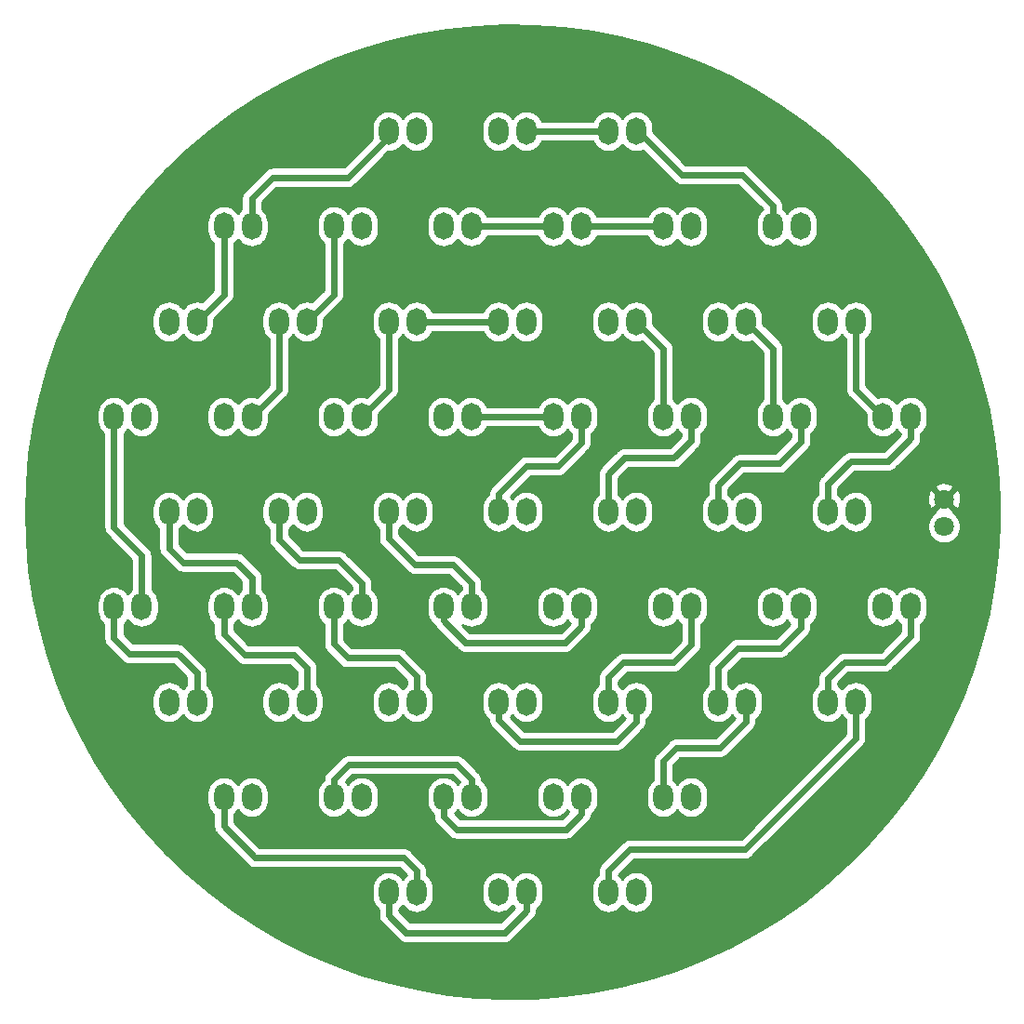
<source format=gtl>
G04 #@! TF.GenerationSoftware,KiCad,Pcbnew,(5.1.9)-1*
G04 #@! TF.CreationDate,2021-10-19T01:50:32-03:00*
G04 #@! TF.ProjectId,Blue_LED,426c7565-5f4c-4454-942e-6b696361645f,rev?*
G04 #@! TF.SameCoordinates,Original*
G04 #@! TF.FileFunction,Copper,L1,Top*
G04 #@! TF.FilePolarity,Positive*
%FSLAX46Y46*%
G04 Gerber Fmt 4.6, Leading zero omitted, Abs format (unit mm)*
G04 Created by KiCad (PCBNEW (5.1.9)-1) date 2021-10-19 01:50:32*
%MOMM*%
%LPD*%
G01*
G04 APERTURE LIST*
G04 #@! TA.AperFunction,ComponentPad*
%ADD10C,1.800000*%
G04 #@! TD*
G04 #@! TA.AperFunction,ComponentPad*
%ADD11O,1.800000X2.500000*%
G04 #@! TD*
G04 #@! TA.AperFunction,ViaPad*
%ADD12C,3.800000*%
G04 #@! TD*
G04 #@! TA.AperFunction,Conductor*
%ADD13C,0.609600*%
G04 #@! TD*
G04 #@! TA.AperFunction,Conductor*
%ADD14C,0.254000*%
G04 #@! TD*
G04 #@! TA.AperFunction,Conductor*
%ADD15C,0.100000*%
G04 #@! TD*
G04 APERTURE END LIST*
D10*
X189300000Y-98850000D03*
X189300000Y-101350000D03*
D11*
X186270000Y-108660000D03*
X183730000Y-108660000D03*
X181270000Y-117320000D03*
X178730000Y-117320000D03*
X161270000Y-134640000D03*
X158730000Y-134640000D03*
X151270000Y-134640000D03*
X148730000Y-134640000D03*
X141270000Y-134640000D03*
X138730000Y-134640000D03*
X126270000Y-125980000D03*
X123730000Y-125980000D03*
X121270000Y-117320000D03*
X118730000Y-117320000D03*
X116270000Y-108660000D03*
X113730000Y-108660000D03*
X116270000Y-91340000D03*
X113730000Y-91340000D03*
X121270000Y-82680000D03*
X118730000Y-82680000D03*
X126270000Y-74020000D03*
X123730000Y-74020000D03*
X141270000Y-65360000D03*
X138730000Y-65360000D03*
X151270000Y-65360000D03*
X148730000Y-65360000D03*
X161270000Y-65360000D03*
X158730000Y-65360000D03*
X176270000Y-74020000D03*
X173730000Y-74020000D03*
X181270000Y-82680000D03*
X178730000Y-82680000D03*
X186270000Y-91340000D03*
X183730000Y-91340000D03*
X181270000Y-100000000D03*
X178730000Y-100000000D03*
X176270000Y-108660000D03*
X173730000Y-108660000D03*
X171270000Y-117320000D03*
X168730000Y-117320000D03*
X166270000Y-125980000D03*
X163730000Y-125980000D03*
X156270000Y-125980000D03*
X153730000Y-125980000D03*
X146270000Y-125980000D03*
X143730000Y-125980000D03*
X136270000Y-125980000D03*
X133730000Y-125980000D03*
X131270000Y-117320000D03*
X128730000Y-117320000D03*
X126270000Y-108660000D03*
X123730000Y-108660000D03*
X121270000Y-100000000D03*
X118730000Y-100000000D03*
X126270000Y-91340000D03*
X123730000Y-91340000D03*
X131270000Y-82680000D03*
X128730000Y-82680000D03*
X136270000Y-74020000D03*
X133730000Y-74020000D03*
X146270000Y-74020000D03*
X143730000Y-74020000D03*
X156270000Y-74020000D03*
X153730000Y-74020000D03*
X166270000Y-74020000D03*
X163730000Y-74020000D03*
X171270000Y-82680000D03*
X168730000Y-82680000D03*
X176270000Y-91340000D03*
X173730000Y-91340000D03*
X171270000Y-100000000D03*
X168730000Y-100000000D03*
X166270000Y-108660000D03*
X163730000Y-108660000D03*
X161270000Y-117320000D03*
X158730000Y-117320000D03*
X151270000Y-117320000D03*
X148730000Y-117320000D03*
X141270000Y-117320000D03*
X138730000Y-117320000D03*
X136270000Y-108660000D03*
X133730000Y-108660000D03*
X131270000Y-100000000D03*
X128730000Y-100000000D03*
X136270000Y-91340000D03*
X133730000Y-91340000D03*
X141270000Y-82680000D03*
X138730000Y-82680000D03*
X151270000Y-82680000D03*
X148730000Y-82680000D03*
X161270000Y-82680000D03*
X158730000Y-82680000D03*
X166270000Y-91340000D03*
X163730000Y-91340000D03*
X161270000Y-100000000D03*
X158730000Y-100000000D03*
X156270000Y-108660000D03*
X153730000Y-108660000D03*
X146270000Y-108660000D03*
X143730000Y-108660000D03*
X141270000Y-100000000D03*
X138730000Y-100000000D03*
X146270000Y-91340000D03*
X143730000Y-91340000D03*
X156270000Y-91340000D03*
X153730000Y-91340000D03*
X151270000Y-100000000D03*
X148730000Y-100000000D03*
D12*
X170000000Y-135000000D03*
X130000000Y-135000000D03*
X170000000Y-65000000D03*
X130000000Y-65000000D03*
D13*
X148730000Y-100000000D02*
X148730000Y-98370000D01*
X148730000Y-98370000D02*
X151300000Y-95800000D01*
X151300000Y-95800000D02*
X154200000Y-95800000D01*
X156270000Y-93730000D02*
X156270000Y-91340000D01*
X154200000Y-95800000D02*
X156270000Y-93730000D01*
X153730000Y-91340000D02*
X146270000Y-91340000D01*
X138730000Y-100000000D02*
X138730000Y-102430000D01*
X138730000Y-102430000D02*
X141100000Y-104800000D01*
X141100000Y-104800000D02*
X144600000Y-104800000D01*
X146270000Y-106470000D02*
X146270000Y-108660000D01*
X144600000Y-104800000D02*
X146270000Y-106470000D01*
X143730000Y-108660000D02*
X143730000Y-109930000D01*
X143730000Y-109930000D02*
X145700000Y-111900000D01*
X145700000Y-111900000D02*
X154800000Y-111900000D01*
X156270000Y-110430000D02*
X156270000Y-108660000D01*
X154800000Y-111900000D02*
X156270000Y-110430000D01*
X158730000Y-100000000D02*
X158730000Y-96570000D01*
X158730000Y-96570000D02*
X160200000Y-95100000D01*
X160200000Y-95100000D02*
X164700000Y-95100000D01*
X166270000Y-93530000D02*
X166270000Y-91340000D01*
X164700000Y-95100000D02*
X166270000Y-93530000D01*
X163730000Y-85140000D02*
X161270000Y-82680000D01*
X163730000Y-91340000D02*
X163730000Y-85140000D01*
X148730000Y-82680000D02*
X141270000Y-82680000D01*
X138730000Y-88880000D02*
X136270000Y-91340000D01*
X138730000Y-82680000D02*
X138730000Y-88880000D01*
X128730000Y-100000000D02*
X128730000Y-102530000D01*
X128730000Y-102530000D02*
X130600000Y-104400000D01*
X130600000Y-104400000D02*
X134200000Y-104400000D01*
X136270000Y-106470000D02*
X136270000Y-108660000D01*
X134200000Y-104400000D02*
X136270000Y-106470000D01*
X133730000Y-108660000D02*
X133730000Y-112030000D01*
X133730000Y-112030000D02*
X135000000Y-113300000D01*
X135000000Y-113300000D02*
X139600000Y-113300000D01*
X141270000Y-114970000D02*
X141270000Y-117320000D01*
X139600000Y-113300000D02*
X141270000Y-114970000D01*
X148730000Y-117320000D02*
X148730000Y-118930000D01*
X148730000Y-118930000D02*
X150700000Y-120900000D01*
X150700000Y-120900000D02*
X159500000Y-120900000D01*
X161270000Y-119130000D02*
X161270000Y-117320000D01*
X159500000Y-120900000D02*
X161270000Y-119130000D01*
X158730000Y-117320000D02*
X158730000Y-115070000D01*
X158730000Y-115070000D02*
X160100000Y-113700000D01*
X160100000Y-113700000D02*
X164700000Y-113700000D01*
X166270000Y-112130000D02*
X166270000Y-108660000D01*
X164700000Y-113700000D02*
X166270000Y-112130000D01*
X168730000Y-100000000D02*
X168730000Y-97570000D01*
X168730000Y-97570000D02*
X170700000Y-95600000D01*
X170700000Y-95600000D02*
X174300000Y-95600000D01*
X176270000Y-93630000D02*
X176270000Y-91340000D01*
X174300000Y-95600000D02*
X176270000Y-93630000D01*
X173730000Y-85140000D02*
X171270000Y-82680000D01*
X173730000Y-91340000D02*
X173730000Y-85140000D01*
X163730000Y-74020000D02*
X156270000Y-74020000D01*
X153730000Y-74020000D02*
X146270000Y-74020000D01*
X133730000Y-80220000D02*
X131270000Y-82680000D01*
X133730000Y-74020000D02*
X133730000Y-80220000D01*
X128730000Y-88880000D02*
X126270000Y-91340000D01*
X128730000Y-82680000D02*
X128730000Y-88880000D01*
X118730000Y-100000000D02*
X118730000Y-103330000D01*
X118730000Y-103330000D02*
X120000000Y-104600000D01*
X120000000Y-104600000D02*
X124900000Y-104600000D01*
X126270000Y-105970000D02*
X126270000Y-108660000D01*
X124900000Y-104600000D02*
X126270000Y-105970000D01*
X123730000Y-108660000D02*
X123730000Y-111130000D01*
X123730000Y-111130000D02*
X125600000Y-113000000D01*
X125600000Y-113000000D02*
X130100000Y-113000000D01*
X131270000Y-114170000D02*
X131270000Y-117320000D01*
X130100000Y-113000000D02*
X131270000Y-114170000D01*
X133730000Y-125980000D02*
X133730000Y-124370000D01*
X133730000Y-124370000D02*
X135100000Y-123000000D01*
X135100000Y-123000000D02*
X144900000Y-123000000D01*
X146270000Y-124370000D02*
X146270000Y-125980000D01*
X144900000Y-123000000D02*
X146270000Y-124370000D01*
X143730000Y-125980000D02*
X143730000Y-127730000D01*
X143730000Y-127730000D02*
X144900000Y-128900000D01*
X144900000Y-128900000D02*
X154900000Y-128900000D01*
X156270000Y-127530000D02*
X156270000Y-125980000D01*
X154900000Y-128900000D02*
X156270000Y-127530000D01*
X163730000Y-125980000D02*
X163730000Y-122670000D01*
X163730000Y-122670000D02*
X164900000Y-121500000D01*
X164900000Y-121500000D02*
X168900000Y-121500000D01*
X171270000Y-119130000D02*
X171270000Y-117320000D01*
X168900000Y-121500000D02*
X171270000Y-119130000D01*
X168730000Y-117320000D02*
X168730000Y-114170000D01*
X168730000Y-114170000D02*
X170500000Y-112400000D01*
X170500000Y-112400000D02*
X174400000Y-112400000D01*
X176270000Y-110530000D02*
X176270000Y-108660000D01*
X174400000Y-112400000D02*
X176270000Y-110530000D01*
X178730000Y-100000000D02*
X178730000Y-97470000D01*
X178730000Y-97470000D02*
X180800000Y-95400000D01*
X180800000Y-95400000D02*
X184200000Y-95400000D01*
X186270000Y-93330000D02*
X186270000Y-91340000D01*
X184200000Y-95400000D02*
X186270000Y-93330000D01*
X181270000Y-88880000D02*
X183730000Y-91340000D01*
X181270000Y-82680000D02*
X181270000Y-88880000D01*
X173730000Y-74020000D02*
X173730000Y-72130000D01*
X161270000Y-65360000D02*
X161460000Y-65360000D01*
X165400000Y-69300000D02*
X170900000Y-69300000D01*
X161460000Y-65360000D02*
X165400000Y-69300000D01*
X173730000Y-72130000D02*
X170900000Y-69300000D01*
X158730000Y-65360000D02*
X151270000Y-65360000D01*
X126270000Y-71430000D02*
X126270000Y-74020000D01*
X138730000Y-65360000D02*
X138730000Y-65870000D01*
X135050000Y-69550000D02*
X128150000Y-69550000D01*
X138730000Y-65870000D02*
X135050000Y-69550000D01*
X128150000Y-69550000D02*
X126270000Y-71430000D01*
X123730000Y-80220000D02*
X121270000Y-82680000D01*
X123730000Y-74020000D02*
X123730000Y-80220000D01*
X113730000Y-91340000D02*
X113730000Y-101430000D01*
X116270000Y-103970000D02*
X116270000Y-108660000D01*
X113730000Y-101430000D02*
X116270000Y-103970000D01*
X113730000Y-108660000D02*
X113730000Y-111530000D01*
X113730000Y-111530000D02*
X115100000Y-112900000D01*
X115100000Y-112900000D02*
X119500000Y-112900000D01*
X121270000Y-114670000D02*
X121270000Y-117320000D01*
X119500000Y-112900000D02*
X121270000Y-114670000D01*
X123730000Y-125980000D02*
X123730000Y-128630000D01*
X123730000Y-128630000D02*
X126600000Y-131500000D01*
X126600000Y-131500000D02*
X140100000Y-131500000D01*
X141270000Y-132670000D02*
X141270000Y-134640000D01*
X140100000Y-131500000D02*
X141270000Y-132670000D01*
X138730000Y-134640000D02*
X138730000Y-136730000D01*
X138730000Y-136730000D02*
X140300000Y-138300000D01*
X140300000Y-138300000D02*
X149300000Y-138300000D01*
X151270000Y-136330000D02*
X151270000Y-134640000D01*
X149300000Y-138300000D02*
X151270000Y-136330000D01*
X158730000Y-134640000D02*
X158730000Y-132670000D01*
X158730000Y-132670000D02*
X160700000Y-130700000D01*
X160700000Y-130700000D02*
X171200000Y-130700000D01*
X181270000Y-120630000D02*
X181270000Y-117320000D01*
X171200000Y-130700000D02*
X181270000Y-120630000D01*
X186270000Y-108660000D02*
X186270000Y-111330000D01*
X186270000Y-111330000D02*
X183900000Y-113700000D01*
X183900000Y-113700000D02*
X180200000Y-113700000D01*
X178730000Y-115170000D02*
X178730000Y-117320000D01*
X180200000Y-113700000D02*
X178730000Y-115170000D01*
D14*
X151987063Y-55754597D02*
X154629566Y-55952625D01*
X157255495Y-56308332D01*
X159855452Y-56820443D01*
X162420129Y-57487126D01*
X164940345Y-58305993D01*
X167407079Y-59274115D01*
X169811499Y-60388025D01*
X172145000Y-61643735D01*
X174399227Y-63036751D01*
X176566112Y-64562085D01*
X178637896Y-66214278D01*
X180607165Y-67987415D01*
X182466867Y-69875149D01*
X184210347Y-71870723D01*
X185831363Y-73966991D01*
X187324111Y-76156451D01*
X188683249Y-78431265D01*
X189903911Y-80783289D01*
X190981727Y-83204104D01*
X191912840Y-85685044D01*
X192693915Y-88217228D01*
X193322157Y-90791591D01*
X193795317Y-93398918D01*
X194111701Y-96029875D01*
X194270177Y-98675044D01*
X194270177Y-101324956D01*
X194111701Y-103970125D01*
X193795317Y-106601082D01*
X193322157Y-109208409D01*
X192693915Y-111782772D01*
X191912840Y-114314956D01*
X190981727Y-116795896D01*
X189903911Y-119216711D01*
X188683249Y-121568735D01*
X187324111Y-123843549D01*
X185831363Y-126033009D01*
X184210347Y-128129277D01*
X182466867Y-130124851D01*
X180607165Y-132012585D01*
X178637896Y-133785722D01*
X176566112Y-135437915D01*
X174399227Y-136963249D01*
X172145000Y-138356265D01*
X169811499Y-139611975D01*
X167407079Y-140725885D01*
X164940345Y-141694007D01*
X162420129Y-142512874D01*
X159855452Y-143179557D01*
X157255495Y-143691668D01*
X154629566Y-144047375D01*
X151987063Y-144245403D01*
X149337448Y-144285044D01*
X146690204Y-144166156D01*
X144054809Y-143889165D01*
X141440695Y-143455062D01*
X138857222Y-142865401D01*
X136313637Y-142122293D01*
X133819046Y-141228398D01*
X131382378Y-140186917D01*
X129012357Y-139001576D01*
X126717466Y-137676620D01*
X124505920Y-136216792D01*
X122385637Y-134627316D01*
X120364205Y-132913884D01*
X118448863Y-131082629D01*
X116646465Y-129140106D01*
X114963464Y-127093269D01*
X113845551Y-125554593D01*
X122195000Y-125554593D01*
X122195000Y-126405408D01*
X122217210Y-126630913D01*
X122304983Y-126920261D01*
X122447519Y-127186927D01*
X122639339Y-127420661D01*
X122790201Y-127544469D01*
X122790201Y-128583833D01*
X122785654Y-128630000D01*
X122803799Y-128814233D01*
X122857538Y-128991386D01*
X122944804Y-129154651D01*
X123004959Y-129227948D01*
X123062247Y-129297754D01*
X123098110Y-129327186D01*
X125902818Y-132131896D01*
X125932246Y-132167754D01*
X125968104Y-132197182D01*
X125968106Y-132197184D01*
X126075348Y-132285196D01*
X126238614Y-132372463D01*
X126415767Y-132426202D01*
X126553833Y-132439800D01*
X126553843Y-132439800D01*
X126600000Y-132444346D01*
X126646157Y-132439800D01*
X139710724Y-132439800D01*
X140330200Y-133059278D01*
X140330200Y-133075531D01*
X140179339Y-133199339D01*
X140000000Y-133417865D01*
X139820661Y-133199339D01*
X139586926Y-133007519D01*
X139320260Y-132864983D01*
X139030912Y-132777210D01*
X138730000Y-132747573D01*
X138429087Y-132777210D01*
X138139739Y-132864983D01*
X137873073Y-133007519D01*
X137639339Y-133199339D01*
X137447519Y-133433074D01*
X137304983Y-133699740D01*
X137217210Y-133989088D01*
X137195000Y-134214593D01*
X137195000Y-135065408D01*
X137217210Y-135290913D01*
X137304983Y-135580261D01*
X137447519Y-135846927D01*
X137639339Y-136080661D01*
X137790201Y-136204469D01*
X137790201Y-136683833D01*
X137785654Y-136730000D01*
X137803799Y-136914233D01*
X137857538Y-137091386D01*
X137944804Y-137254651D01*
X138004959Y-137327948D01*
X138062247Y-137397754D01*
X138098110Y-137427186D01*
X139602818Y-138931896D01*
X139632246Y-138967754D01*
X139775349Y-139085196D01*
X139938614Y-139172463D01*
X140115767Y-139226202D01*
X140253833Y-139239800D01*
X140253842Y-139239800D01*
X140299999Y-139244346D01*
X140346156Y-139239800D01*
X149253843Y-139239800D01*
X149300000Y-139244346D01*
X149346157Y-139239800D01*
X149346167Y-139239800D01*
X149484233Y-139226202D01*
X149661386Y-139172463D01*
X149824651Y-139085196D01*
X149967754Y-138967754D01*
X149997191Y-138931885D01*
X151901896Y-137027182D01*
X151937754Y-136997754D01*
X151967184Y-136961894D01*
X152055196Y-136854652D01*
X152142463Y-136691386D01*
X152142463Y-136691385D01*
X152196202Y-136514233D01*
X152209800Y-136376167D01*
X152209800Y-136376157D01*
X152214346Y-136330000D01*
X152209800Y-136283843D01*
X152209800Y-136204469D01*
X152360661Y-136080661D01*
X152552481Y-135846927D01*
X152695017Y-135580261D01*
X152782790Y-135290912D01*
X152805000Y-135065407D01*
X152805000Y-134214593D01*
X157195000Y-134214593D01*
X157195000Y-135065408D01*
X157217210Y-135290913D01*
X157304983Y-135580261D01*
X157447519Y-135846927D01*
X157639339Y-136080661D01*
X157873074Y-136272481D01*
X158139740Y-136415017D01*
X158429088Y-136502790D01*
X158730000Y-136532427D01*
X159030913Y-136502790D01*
X159320261Y-136415017D01*
X159586927Y-136272481D01*
X159820661Y-136080661D01*
X160000000Y-135862135D01*
X160179339Y-136080661D01*
X160413074Y-136272481D01*
X160679740Y-136415017D01*
X160969088Y-136502790D01*
X161270000Y-136532427D01*
X161570913Y-136502790D01*
X161860261Y-136415017D01*
X162126927Y-136272481D01*
X162360661Y-136080661D01*
X162552481Y-135846927D01*
X162695017Y-135580261D01*
X162782790Y-135290912D01*
X162805000Y-135065407D01*
X162805000Y-134214592D01*
X162782790Y-133989087D01*
X162695017Y-133699739D01*
X162552481Y-133433073D01*
X162360661Y-133199339D01*
X162126926Y-133007519D01*
X161860260Y-132864983D01*
X161570912Y-132777210D01*
X161270000Y-132747573D01*
X160969087Y-132777210D01*
X160679739Y-132864983D01*
X160413073Y-133007519D01*
X160179339Y-133199339D01*
X160000000Y-133417865D01*
X159820661Y-133199339D01*
X159669800Y-133075531D01*
X159669800Y-133059276D01*
X161089278Y-131639800D01*
X171153843Y-131639800D01*
X171200000Y-131644346D01*
X171246157Y-131639800D01*
X171246167Y-131639800D01*
X171384233Y-131626202D01*
X171561386Y-131572463D01*
X171724651Y-131485196D01*
X171867754Y-131367754D01*
X171897191Y-131331885D01*
X181901896Y-121327182D01*
X181937754Y-121297754D01*
X181967601Y-121261386D01*
X182055196Y-121154652D01*
X182142463Y-120991386D01*
X182147328Y-120975349D01*
X182196202Y-120814233D01*
X182209800Y-120676167D01*
X182209800Y-120676165D01*
X182214347Y-120630000D01*
X182209800Y-120583835D01*
X182209800Y-118884469D01*
X182360661Y-118760661D01*
X182552481Y-118526927D01*
X182695017Y-118260261D01*
X182782790Y-117970912D01*
X182805000Y-117745407D01*
X182805000Y-116894592D01*
X182782790Y-116669087D01*
X182695017Y-116379739D01*
X182552481Y-116113073D01*
X182360661Y-115879339D01*
X182126926Y-115687519D01*
X181860260Y-115544983D01*
X181570912Y-115457210D01*
X181270000Y-115427573D01*
X180969087Y-115457210D01*
X180679739Y-115544983D01*
X180413073Y-115687519D01*
X180179339Y-115879339D01*
X180000000Y-116097865D01*
X179820661Y-115879339D01*
X179669800Y-115755531D01*
X179669800Y-115559276D01*
X180589277Y-114639800D01*
X183853843Y-114639800D01*
X183900000Y-114644346D01*
X183946157Y-114639800D01*
X183946167Y-114639800D01*
X184084233Y-114626202D01*
X184261386Y-114572463D01*
X184424651Y-114485196D01*
X184567754Y-114367754D01*
X184597191Y-114331885D01*
X186901896Y-112027182D01*
X186937754Y-111997754D01*
X187017979Y-111900000D01*
X187055196Y-111854652D01*
X187142462Y-111691387D01*
X187142463Y-111691386D01*
X187196202Y-111514233D01*
X187209800Y-111376167D01*
X187209800Y-111376158D01*
X187214346Y-111330001D01*
X187209800Y-111283844D01*
X187209800Y-110224469D01*
X187360661Y-110100661D01*
X187552481Y-109866927D01*
X187695017Y-109600261D01*
X187782790Y-109310912D01*
X187805000Y-109085407D01*
X187805000Y-108234592D01*
X187782790Y-108009087D01*
X187695017Y-107719739D01*
X187552481Y-107453073D01*
X187360661Y-107219339D01*
X187126926Y-107027519D01*
X186860260Y-106884983D01*
X186570912Y-106797210D01*
X186270000Y-106767573D01*
X185969087Y-106797210D01*
X185679739Y-106884983D01*
X185413073Y-107027519D01*
X185179339Y-107219339D01*
X185000000Y-107437865D01*
X184820661Y-107219339D01*
X184586926Y-107027519D01*
X184320260Y-106884983D01*
X184030912Y-106797210D01*
X183730000Y-106767573D01*
X183429087Y-106797210D01*
X183139739Y-106884983D01*
X182873073Y-107027519D01*
X182639339Y-107219339D01*
X182447519Y-107453074D01*
X182304983Y-107719740D01*
X182217210Y-108009088D01*
X182195000Y-108234593D01*
X182195000Y-109085408D01*
X182217210Y-109310913D01*
X182304983Y-109600261D01*
X182447519Y-109866927D01*
X182639339Y-110100661D01*
X182873074Y-110292481D01*
X183139740Y-110435017D01*
X183429088Y-110522790D01*
X183730000Y-110552427D01*
X184030913Y-110522790D01*
X184320261Y-110435017D01*
X184586927Y-110292481D01*
X184820661Y-110100661D01*
X185000000Y-109882135D01*
X185179339Y-110100661D01*
X185330201Y-110224469D01*
X185330201Y-110940721D01*
X183510724Y-112760200D01*
X180246157Y-112760200D01*
X180200000Y-112755654D01*
X180153843Y-112760200D01*
X180153833Y-112760200D01*
X180015767Y-112773798D01*
X179843018Y-112826201D01*
X179838614Y-112827537D01*
X179675348Y-112914804D01*
X179615194Y-112964172D01*
X179532246Y-113032246D01*
X179502816Y-113068107D01*
X178098115Y-114472809D01*
X178062246Y-114502246D01*
X177944804Y-114645349D01*
X177857537Y-114808615D01*
X177803798Y-114985768D01*
X177790200Y-115123834D01*
X177790200Y-115123843D01*
X177785654Y-115170000D01*
X177790200Y-115216158D01*
X177790200Y-115755531D01*
X177639339Y-115879339D01*
X177447519Y-116113074D01*
X177304983Y-116379740D01*
X177217210Y-116669088D01*
X177195000Y-116894593D01*
X177195000Y-117745408D01*
X177217210Y-117970913D01*
X177304983Y-118260261D01*
X177447519Y-118526927D01*
X177639339Y-118760661D01*
X177873074Y-118952481D01*
X178139740Y-119095017D01*
X178429088Y-119182790D01*
X178730000Y-119212427D01*
X179030913Y-119182790D01*
X179320261Y-119095017D01*
X179586927Y-118952481D01*
X179820661Y-118760661D01*
X180000000Y-118542135D01*
X180179339Y-118760661D01*
X180330201Y-118884469D01*
X180330200Y-120240722D01*
X170810724Y-129760200D01*
X160746157Y-129760200D01*
X160700000Y-129755654D01*
X160653843Y-129760200D01*
X160653833Y-129760200D01*
X160515767Y-129773798D01*
X160343018Y-129826201D01*
X160338614Y-129827537D01*
X160175348Y-129914804D01*
X160068106Y-130002816D01*
X160032246Y-130032246D01*
X160002818Y-130068104D01*
X158098110Y-131972814D01*
X158062247Y-132002246D01*
X158032817Y-132038107D01*
X157944804Y-132145349D01*
X157857538Y-132308614D01*
X157803799Y-132485767D01*
X157785654Y-132670000D01*
X157790201Y-132716167D01*
X157790201Y-133075530D01*
X157639339Y-133199339D01*
X157447519Y-133433074D01*
X157304983Y-133699740D01*
X157217210Y-133989088D01*
X157195000Y-134214593D01*
X152805000Y-134214593D01*
X152805000Y-134214592D01*
X152782790Y-133989087D01*
X152695017Y-133699739D01*
X152552481Y-133433073D01*
X152360661Y-133199339D01*
X152126926Y-133007519D01*
X151860260Y-132864983D01*
X151570912Y-132777210D01*
X151270000Y-132747573D01*
X150969087Y-132777210D01*
X150679739Y-132864983D01*
X150413073Y-133007519D01*
X150179339Y-133199339D01*
X150000000Y-133417865D01*
X149820661Y-133199339D01*
X149586926Y-133007519D01*
X149320260Y-132864983D01*
X149030912Y-132777210D01*
X148730000Y-132747573D01*
X148429087Y-132777210D01*
X148139739Y-132864983D01*
X147873073Y-133007519D01*
X147639339Y-133199339D01*
X147447519Y-133433074D01*
X147304983Y-133699740D01*
X147217210Y-133989088D01*
X147195000Y-134214593D01*
X147195000Y-135065408D01*
X147217210Y-135290913D01*
X147304983Y-135580261D01*
X147447519Y-135846927D01*
X147639339Y-136080661D01*
X147873074Y-136272481D01*
X148139740Y-136415017D01*
X148429088Y-136502790D01*
X148730000Y-136532427D01*
X149030913Y-136502790D01*
X149320261Y-136415017D01*
X149586927Y-136272481D01*
X149820661Y-136080661D01*
X150000000Y-135862135D01*
X150179339Y-136080661D01*
X150185338Y-136085584D01*
X148910724Y-137360200D01*
X140689278Y-137360200D01*
X139669800Y-136340724D01*
X139669800Y-136204469D01*
X139820661Y-136080661D01*
X140000000Y-135862135D01*
X140179339Y-136080661D01*
X140413074Y-136272481D01*
X140679740Y-136415017D01*
X140969088Y-136502790D01*
X141270000Y-136532427D01*
X141570913Y-136502790D01*
X141860261Y-136415017D01*
X142126927Y-136272481D01*
X142360661Y-136080661D01*
X142552481Y-135846927D01*
X142695017Y-135580261D01*
X142782790Y-135290912D01*
X142805000Y-135065407D01*
X142805000Y-134214592D01*
X142782790Y-133989087D01*
X142695017Y-133699739D01*
X142552481Y-133433073D01*
X142360661Y-133199339D01*
X142209800Y-133075531D01*
X142209800Y-132716157D01*
X142214346Y-132670000D01*
X142209800Y-132623843D01*
X142209800Y-132623833D01*
X142196202Y-132485767D01*
X142142463Y-132308614D01*
X142129946Y-132285196D01*
X142055196Y-132145348D01*
X141967184Y-132038106D01*
X141967182Y-132038104D01*
X141937754Y-132002246D01*
X141901895Y-131972818D01*
X140797191Y-130868115D01*
X140767754Y-130832246D01*
X140624651Y-130714804D01*
X140461386Y-130627537D01*
X140284233Y-130573798D01*
X140146167Y-130560200D01*
X140146157Y-130560200D01*
X140100000Y-130555654D01*
X140053843Y-130560200D01*
X126989278Y-130560200D01*
X124669800Y-128240724D01*
X124669800Y-127544469D01*
X124820661Y-127420661D01*
X125000000Y-127202135D01*
X125179339Y-127420661D01*
X125413074Y-127612481D01*
X125679740Y-127755017D01*
X125969088Y-127842790D01*
X126270000Y-127872427D01*
X126570913Y-127842790D01*
X126860261Y-127755017D01*
X127126927Y-127612481D01*
X127360661Y-127420661D01*
X127552481Y-127186927D01*
X127695017Y-126920261D01*
X127782790Y-126630912D01*
X127805000Y-126405407D01*
X127805000Y-125554593D01*
X132195000Y-125554593D01*
X132195000Y-126405408D01*
X132217210Y-126630913D01*
X132304983Y-126920261D01*
X132447519Y-127186927D01*
X132639339Y-127420661D01*
X132873074Y-127612481D01*
X133139740Y-127755017D01*
X133429088Y-127842790D01*
X133730000Y-127872427D01*
X134030913Y-127842790D01*
X134320261Y-127755017D01*
X134586927Y-127612481D01*
X134820661Y-127420661D01*
X135000000Y-127202135D01*
X135179339Y-127420661D01*
X135413074Y-127612481D01*
X135679740Y-127755017D01*
X135969088Y-127842790D01*
X136270000Y-127872427D01*
X136570913Y-127842790D01*
X136860261Y-127755017D01*
X137126927Y-127612481D01*
X137360661Y-127420661D01*
X137552481Y-127186927D01*
X137695017Y-126920261D01*
X137782790Y-126630912D01*
X137805000Y-126405407D01*
X137805000Y-125554592D01*
X137782790Y-125329087D01*
X137695017Y-125039739D01*
X137552481Y-124773073D01*
X137360661Y-124539339D01*
X137126926Y-124347519D01*
X136860260Y-124204983D01*
X136570912Y-124117210D01*
X136270000Y-124087573D01*
X135969087Y-124117210D01*
X135679739Y-124204983D01*
X135413073Y-124347519D01*
X135179339Y-124539339D01*
X135000000Y-124757865D01*
X134851798Y-124577279D01*
X135489278Y-123939800D01*
X144510724Y-123939800D01*
X145148202Y-124577280D01*
X145000000Y-124757865D01*
X144820661Y-124539339D01*
X144586926Y-124347519D01*
X144320260Y-124204983D01*
X144030912Y-124117210D01*
X143730000Y-124087573D01*
X143429087Y-124117210D01*
X143139739Y-124204983D01*
X142873073Y-124347519D01*
X142639339Y-124539339D01*
X142447519Y-124773074D01*
X142304983Y-125039740D01*
X142217210Y-125329088D01*
X142195000Y-125554593D01*
X142195000Y-126405408D01*
X142217210Y-126630913D01*
X142304983Y-126920261D01*
X142447519Y-127186927D01*
X142639339Y-127420661D01*
X142790201Y-127544469D01*
X142790201Y-127683833D01*
X142785654Y-127730000D01*
X142803799Y-127914233D01*
X142857538Y-128091386D01*
X142944804Y-128254651D01*
X142994493Y-128315196D01*
X143062247Y-128397754D01*
X143098110Y-128427186D01*
X144202818Y-129531895D01*
X144232246Y-129567754D01*
X144268104Y-129597182D01*
X144268106Y-129597184D01*
X144375348Y-129685196D01*
X144538612Y-129772462D01*
X144538614Y-129772463D01*
X144715767Y-129826202D01*
X144853833Y-129839800D01*
X144853843Y-129839800D01*
X144900000Y-129844346D01*
X144946157Y-129839800D01*
X154853843Y-129839800D01*
X154900000Y-129844346D01*
X154946157Y-129839800D01*
X154946167Y-129839800D01*
X155084233Y-129826202D01*
X155261386Y-129772463D01*
X155424651Y-129685196D01*
X155567754Y-129567754D01*
X155597191Y-129531885D01*
X156901895Y-128227182D01*
X156937754Y-128197754D01*
X157005830Y-128114804D01*
X157055196Y-128054652D01*
X157142463Y-127891386D01*
X157148214Y-127872427D01*
X157196202Y-127714233D01*
X157209800Y-127576167D01*
X157209800Y-127576165D01*
X157213196Y-127541682D01*
X157360661Y-127420661D01*
X157552481Y-127186927D01*
X157695017Y-126920261D01*
X157782790Y-126630912D01*
X157805000Y-126405407D01*
X157805000Y-125554593D01*
X162195000Y-125554593D01*
X162195000Y-126405408D01*
X162217210Y-126630913D01*
X162304983Y-126920261D01*
X162447519Y-127186927D01*
X162639339Y-127420661D01*
X162873074Y-127612481D01*
X163139740Y-127755017D01*
X163429088Y-127842790D01*
X163730000Y-127872427D01*
X164030913Y-127842790D01*
X164320261Y-127755017D01*
X164586927Y-127612481D01*
X164820661Y-127420661D01*
X165000000Y-127202135D01*
X165179339Y-127420661D01*
X165413074Y-127612481D01*
X165679740Y-127755017D01*
X165969088Y-127842790D01*
X166270000Y-127872427D01*
X166570913Y-127842790D01*
X166860261Y-127755017D01*
X167126927Y-127612481D01*
X167360661Y-127420661D01*
X167552481Y-127186927D01*
X167695017Y-126920261D01*
X167782790Y-126630912D01*
X167805000Y-126405407D01*
X167805000Y-125554592D01*
X167782790Y-125329087D01*
X167695017Y-125039739D01*
X167552481Y-124773073D01*
X167360661Y-124539339D01*
X167126926Y-124347519D01*
X166860260Y-124204983D01*
X166570912Y-124117210D01*
X166270000Y-124087573D01*
X165969087Y-124117210D01*
X165679739Y-124204983D01*
X165413073Y-124347519D01*
X165179339Y-124539339D01*
X165000000Y-124757865D01*
X164820661Y-124539339D01*
X164669800Y-124415531D01*
X164669800Y-123059276D01*
X165289278Y-122439800D01*
X168853843Y-122439800D01*
X168900000Y-122444346D01*
X168946157Y-122439800D01*
X168946167Y-122439800D01*
X169084233Y-122426202D01*
X169261386Y-122372463D01*
X169424651Y-122285196D01*
X169567754Y-122167754D01*
X169597191Y-122131885D01*
X171901896Y-119827182D01*
X171937754Y-119797754D01*
X171967184Y-119761894D01*
X172055196Y-119654652D01*
X172142462Y-119491387D01*
X172142463Y-119491386D01*
X172196202Y-119314233D01*
X172209800Y-119176167D01*
X172209800Y-119176158D01*
X172214346Y-119130001D01*
X172209800Y-119083844D01*
X172209800Y-118884469D01*
X172360661Y-118760661D01*
X172552481Y-118526927D01*
X172695017Y-118260261D01*
X172782790Y-117970912D01*
X172805000Y-117745407D01*
X172805000Y-116894592D01*
X172782790Y-116669087D01*
X172695017Y-116379739D01*
X172552481Y-116113073D01*
X172360661Y-115879339D01*
X172126926Y-115687519D01*
X171860260Y-115544983D01*
X171570912Y-115457210D01*
X171270000Y-115427573D01*
X170969087Y-115457210D01*
X170679739Y-115544983D01*
X170413073Y-115687519D01*
X170179339Y-115879339D01*
X170000000Y-116097865D01*
X169820661Y-115879339D01*
X169669800Y-115755531D01*
X169669800Y-114559276D01*
X170889277Y-113339800D01*
X174353843Y-113339800D01*
X174400000Y-113344346D01*
X174446157Y-113339800D01*
X174446167Y-113339800D01*
X174584233Y-113326202D01*
X174761386Y-113272463D01*
X174924651Y-113185196D01*
X175067754Y-113067754D01*
X175097191Y-113031885D01*
X176901896Y-111227182D01*
X176937754Y-111197754D01*
X176993359Y-111130000D01*
X177055195Y-111054652D01*
X177055196Y-111054651D01*
X177142463Y-110891386D01*
X177196202Y-110714233D01*
X177209800Y-110576167D01*
X177209800Y-110576158D01*
X177214346Y-110530001D01*
X177209800Y-110483844D01*
X177209800Y-110224469D01*
X177360661Y-110100661D01*
X177552481Y-109866927D01*
X177695017Y-109600261D01*
X177782790Y-109310912D01*
X177805000Y-109085407D01*
X177805000Y-108234592D01*
X177782790Y-108009087D01*
X177695017Y-107719739D01*
X177552481Y-107453073D01*
X177360661Y-107219339D01*
X177126926Y-107027519D01*
X176860260Y-106884983D01*
X176570912Y-106797210D01*
X176270000Y-106767573D01*
X175969087Y-106797210D01*
X175679739Y-106884983D01*
X175413073Y-107027519D01*
X175179339Y-107219339D01*
X175000000Y-107437865D01*
X174820661Y-107219339D01*
X174586926Y-107027519D01*
X174320260Y-106884983D01*
X174030912Y-106797210D01*
X173730000Y-106767573D01*
X173429087Y-106797210D01*
X173139739Y-106884983D01*
X172873073Y-107027519D01*
X172639339Y-107219339D01*
X172447519Y-107453074D01*
X172304983Y-107719740D01*
X172217210Y-108009088D01*
X172195000Y-108234593D01*
X172195000Y-109085408D01*
X172217210Y-109310913D01*
X172304983Y-109600261D01*
X172447519Y-109866927D01*
X172639339Y-110100661D01*
X172873074Y-110292481D01*
X173139740Y-110435017D01*
X173429088Y-110522790D01*
X173730000Y-110552427D01*
X174030913Y-110522790D01*
X174320261Y-110435017D01*
X174586927Y-110292481D01*
X174820661Y-110100661D01*
X175000000Y-109882135D01*
X175179339Y-110100661D01*
X175284203Y-110186720D01*
X174010724Y-111460200D01*
X170546156Y-111460200D01*
X170499999Y-111455654D01*
X170453842Y-111460200D01*
X170453833Y-111460200D01*
X170315767Y-111473798D01*
X170138614Y-111527537D01*
X170062615Y-111568159D01*
X169975348Y-111614804D01*
X169926795Y-111654651D01*
X169832246Y-111732246D01*
X169802816Y-111768107D01*
X168098110Y-113472814D01*
X168062247Y-113502246D01*
X168032817Y-113538107D01*
X167944804Y-113645349D01*
X167857538Y-113808614D01*
X167803799Y-113985767D01*
X167785654Y-114170000D01*
X167790201Y-114216167D01*
X167790200Y-115755531D01*
X167639339Y-115879339D01*
X167447519Y-116113074D01*
X167304983Y-116379740D01*
X167217210Y-116669088D01*
X167195000Y-116894593D01*
X167195000Y-117745408D01*
X167217210Y-117970913D01*
X167304983Y-118260261D01*
X167447519Y-118526927D01*
X167639339Y-118760661D01*
X167873074Y-118952481D01*
X168139740Y-119095017D01*
X168429088Y-119182790D01*
X168730000Y-119212427D01*
X169030913Y-119182790D01*
X169320261Y-119095017D01*
X169586927Y-118952481D01*
X169820661Y-118760661D01*
X170000000Y-118542135D01*
X170179339Y-118760661D01*
X170251248Y-118819675D01*
X168510724Y-120560200D01*
X164946157Y-120560200D01*
X164900000Y-120555654D01*
X164853843Y-120560200D01*
X164853833Y-120560200D01*
X164715767Y-120573798D01*
X164538614Y-120627537D01*
X164375348Y-120714804D01*
X164268106Y-120802816D01*
X164232246Y-120832246D01*
X164202818Y-120868105D01*
X163098110Y-121972814D01*
X163062247Y-122002246D01*
X163032817Y-122038107D01*
X162944804Y-122145349D01*
X162857538Y-122308614D01*
X162803799Y-122485767D01*
X162785654Y-122670000D01*
X162790201Y-122716167D01*
X162790200Y-124415531D01*
X162639339Y-124539339D01*
X162447519Y-124773074D01*
X162304983Y-125039740D01*
X162217210Y-125329088D01*
X162195000Y-125554593D01*
X157805000Y-125554593D01*
X157805000Y-125554592D01*
X157782790Y-125329087D01*
X157695017Y-125039739D01*
X157552481Y-124773073D01*
X157360661Y-124539339D01*
X157126926Y-124347519D01*
X156860260Y-124204983D01*
X156570912Y-124117210D01*
X156270000Y-124087573D01*
X155969087Y-124117210D01*
X155679739Y-124204983D01*
X155413073Y-124347519D01*
X155179339Y-124539339D01*
X155000000Y-124757865D01*
X154820661Y-124539339D01*
X154586926Y-124347519D01*
X154320260Y-124204983D01*
X154030912Y-124117210D01*
X153730000Y-124087573D01*
X153429087Y-124117210D01*
X153139739Y-124204983D01*
X152873073Y-124347519D01*
X152639339Y-124539339D01*
X152447519Y-124773074D01*
X152304983Y-125039740D01*
X152217210Y-125329088D01*
X152195000Y-125554593D01*
X152195000Y-126405408D01*
X152217210Y-126630913D01*
X152304983Y-126920261D01*
X152447519Y-127186927D01*
X152639339Y-127420661D01*
X152873074Y-127612481D01*
X153139740Y-127755017D01*
X153429088Y-127842790D01*
X153730000Y-127872427D01*
X154030913Y-127842790D01*
X154320261Y-127755017D01*
X154586927Y-127612481D01*
X154820661Y-127420661D01*
X155000000Y-127202135D01*
X155121157Y-127349766D01*
X154510724Y-127960200D01*
X145289278Y-127960200D01*
X144781707Y-127452630D01*
X144820661Y-127420661D01*
X145000000Y-127202135D01*
X145179339Y-127420661D01*
X145413074Y-127612481D01*
X145679740Y-127755017D01*
X145969088Y-127842790D01*
X146270000Y-127872427D01*
X146570913Y-127842790D01*
X146860261Y-127755017D01*
X147126927Y-127612481D01*
X147360661Y-127420661D01*
X147552481Y-127186927D01*
X147695017Y-126920261D01*
X147782790Y-126630912D01*
X147805000Y-126405407D01*
X147805000Y-125554592D01*
X147782790Y-125329087D01*
X147695017Y-125039739D01*
X147552481Y-124773073D01*
X147360661Y-124539339D01*
X147209858Y-124415579D01*
X147214347Y-124370000D01*
X147209800Y-124323833D01*
X147196202Y-124185767D01*
X147142463Y-124008614D01*
X147069689Y-123872463D01*
X147055196Y-123845348D01*
X146967184Y-123738106D01*
X146967182Y-123738104D01*
X146937754Y-123702246D01*
X146901895Y-123672818D01*
X145597191Y-122368115D01*
X145567754Y-122332246D01*
X145424651Y-122214804D01*
X145261386Y-122127537D01*
X145084233Y-122073798D01*
X144946167Y-122060200D01*
X144946157Y-122060200D01*
X144900000Y-122055654D01*
X144853843Y-122060200D01*
X135146165Y-122060200D01*
X135100000Y-122055653D01*
X135053835Y-122060200D01*
X135053833Y-122060200D01*
X134915767Y-122073798D01*
X134738614Y-122127537D01*
X134575348Y-122214804D01*
X134489576Y-122285196D01*
X134432246Y-122332246D01*
X134402818Y-122368105D01*
X133098110Y-123672814D01*
X133062247Y-123702246D01*
X133032817Y-123738107D01*
X132944804Y-123845349D01*
X132857538Y-124008614D01*
X132803799Y-124185767D01*
X132785654Y-124370000D01*
X132790143Y-124415578D01*
X132639339Y-124539339D01*
X132447519Y-124773074D01*
X132304983Y-125039740D01*
X132217210Y-125329088D01*
X132195000Y-125554593D01*
X127805000Y-125554593D01*
X127805000Y-125554592D01*
X127782790Y-125329087D01*
X127695017Y-125039739D01*
X127552481Y-124773073D01*
X127360661Y-124539339D01*
X127126926Y-124347519D01*
X126860260Y-124204983D01*
X126570912Y-124117210D01*
X126270000Y-124087573D01*
X125969087Y-124117210D01*
X125679739Y-124204983D01*
X125413073Y-124347519D01*
X125179339Y-124539339D01*
X125000000Y-124757865D01*
X124820661Y-124539339D01*
X124586926Y-124347519D01*
X124320260Y-124204983D01*
X124030912Y-124117210D01*
X123730000Y-124087573D01*
X123429087Y-124117210D01*
X123139739Y-124204983D01*
X122873073Y-124347519D01*
X122639339Y-124539339D01*
X122447519Y-124773074D01*
X122304983Y-125039740D01*
X122217210Y-125329088D01*
X122195000Y-125554593D01*
X113845551Y-125554593D01*
X113405885Y-124949445D01*
X111979303Y-122716309D01*
X110688825Y-120401854D01*
X109539072Y-118014366D01*
X108534158Y-115562391D01*
X107677680Y-113054707D01*
X106972706Y-110500290D01*
X106421759Y-107908285D01*
X106026810Y-105287970D01*
X105789273Y-102648726D01*
X105710000Y-100000000D01*
X105789273Y-97351274D01*
X106026810Y-94712030D01*
X106421759Y-92091715D01*
X106671963Y-90914593D01*
X112195000Y-90914593D01*
X112195000Y-91765408D01*
X112217210Y-91990913D01*
X112304983Y-92280261D01*
X112447519Y-92546927D01*
X112639339Y-92780661D01*
X112790200Y-92904469D01*
X112790201Y-101383833D01*
X112785654Y-101430000D01*
X112803799Y-101614233D01*
X112857538Y-101791386D01*
X112944804Y-101954651D01*
X112986412Y-102005349D01*
X113062247Y-102097754D01*
X113098110Y-102127186D01*
X115330200Y-104359278D01*
X115330201Y-107095530D01*
X115179339Y-107219339D01*
X115000000Y-107437865D01*
X114820661Y-107219339D01*
X114586926Y-107027519D01*
X114320260Y-106884983D01*
X114030912Y-106797210D01*
X113730000Y-106767573D01*
X113429087Y-106797210D01*
X113139739Y-106884983D01*
X112873073Y-107027519D01*
X112639339Y-107219339D01*
X112447519Y-107453074D01*
X112304983Y-107719740D01*
X112217210Y-108009088D01*
X112195000Y-108234593D01*
X112195000Y-109085408D01*
X112217210Y-109310913D01*
X112304983Y-109600261D01*
X112447519Y-109866927D01*
X112639339Y-110100661D01*
X112790201Y-110224469D01*
X112790201Y-111483833D01*
X112785654Y-111530000D01*
X112803799Y-111714233D01*
X112857538Y-111891386D01*
X112944804Y-112054651D01*
X112969082Y-112084233D01*
X113062247Y-112197754D01*
X113098110Y-112227186D01*
X114402818Y-113531895D01*
X114432246Y-113567754D01*
X114468104Y-113597182D01*
X114468106Y-113597184D01*
X114575348Y-113685196D01*
X114738614Y-113772463D01*
X114915767Y-113826202D01*
X115053833Y-113839800D01*
X115053835Y-113839800D01*
X115100000Y-113844347D01*
X115146165Y-113839800D01*
X119110724Y-113839800D01*
X120330200Y-115059277D01*
X120330200Y-115755531D01*
X120179339Y-115879339D01*
X120000000Y-116097865D01*
X119820661Y-115879339D01*
X119586926Y-115687519D01*
X119320260Y-115544983D01*
X119030912Y-115457210D01*
X118730000Y-115427573D01*
X118429087Y-115457210D01*
X118139739Y-115544983D01*
X117873073Y-115687519D01*
X117639339Y-115879339D01*
X117447519Y-116113074D01*
X117304983Y-116379740D01*
X117217210Y-116669088D01*
X117195000Y-116894593D01*
X117195000Y-117745408D01*
X117217210Y-117970913D01*
X117304983Y-118260261D01*
X117447519Y-118526927D01*
X117639339Y-118760661D01*
X117873074Y-118952481D01*
X118139740Y-119095017D01*
X118429088Y-119182790D01*
X118730000Y-119212427D01*
X119030913Y-119182790D01*
X119320261Y-119095017D01*
X119586927Y-118952481D01*
X119820661Y-118760661D01*
X120000000Y-118542135D01*
X120179339Y-118760661D01*
X120413074Y-118952481D01*
X120679740Y-119095017D01*
X120969088Y-119182790D01*
X121270000Y-119212427D01*
X121570913Y-119182790D01*
X121860261Y-119095017D01*
X122126927Y-118952481D01*
X122360661Y-118760661D01*
X122552481Y-118526927D01*
X122695017Y-118260261D01*
X122782790Y-117970912D01*
X122805000Y-117745407D01*
X122805000Y-116894592D01*
X122782790Y-116669087D01*
X122695017Y-116379739D01*
X122552481Y-116113073D01*
X122360661Y-115879339D01*
X122209800Y-115755531D01*
X122209800Y-114716156D01*
X122214346Y-114669999D01*
X122209800Y-114623842D01*
X122209800Y-114623833D01*
X122196202Y-114485767D01*
X122142463Y-114308614D01*
X122069689Y-114172463D01*
X122055196Y-114145348D01*
X121986289Y-114061386D01*
X121937754Y-114002246D01*
X121901890Y-113972813D01*
X120197191Y-112268115D01*
X120167754Y-112232246D01*
X120024651Y-112114804D01*
X119861386Y-112027537D01*
X119684233Y-111973798D01*
X119546167Y-111960200D01*
X119546157Y-111960200D01*
X119500000Y-111955654D01*
X119453843Y-111960200D01*
X115489278Y-111960200D01*
X114669800Y-111140724D01*
X114669800Y-110224469D01*
X114820661Y-110100661D01*
X115000000Y-109882135D01*
X115179339Y-110100661D01*
X115413074Y-110292481D01*
X115679740Y-110435017D01*
X115969088Y-110522790D01*
X116270000Y-110552427D01*
X116570913Y-110522790D01*
X116860261Y-110435017D01*
X117126927Y-110292481D01*
X117360661Y-110100661D01*
X117552481Y-109866927D01*
X117695017Y-109600261D01*
X117782790Y-109310912D01*
X117805000Y-109085407D01*
X117805000Y-108234592D01*
X117782790Y-108009087D01*
X117695017Y-107719739D01*
X117552481Y-107453073D01*
X117360661Y-107219339D01*
X117209800Y-107095531D01*
X117209800Y-104016156D01*
X117214346Y-103969999D01*
X117209800Y-103923842D01*
X117209800Y-103923833D01*
X117196202Y-103785767D01*
X117142463Y-103608614D01*
X117055196Y-103445349D01*
X116937754Y-103302246D01*
X116901896Y-103272818D01*
X114669800Y-101040724D01*
X114669800Y-99574593D01*
X117195000Y-99574593D01*
X117195000Y-100425408D01*
X117217210Y-100650913D01*
X117304983Y-100940261D01*
X117447519Y-101206927D01*
X117639339Y-101440661D01*
X117790200Y-101564469D01*
X117790201Y-103283833D01*
X117785654Y-103330000D01*
X117803799Y-103514233D01*
X117857538Y-103691386D01*
X117944804Y-103854651D01*
X117961791Y-103875349D01*
X118062247Y-103997754D01*
X118098110Y-104027186D01*
X119302818Y-105231895D01*
X119332246Y-105267754D01*
X119475349Y-105385196D01*
X119638614Y-105472463D01*
X119815767Y-105526202D01*
X119953833Y-105539800D01*
X119953842Y-105539800D01*
X119999999Y-105544346D01*
X120046156Y-105539800D01*
X124510724Y-105539800D01*
X125330200Y-106359278D01*
X125330200Y-107095531D01*
X125179339Y-107219339D01*
X125000000Y-107437865D01*
X124820661Y-107219339D01*
X124586926Y-107027519D01*
X124320260Y-106884983D01*
X124030912Y-106797210D01*
X123730000Y-106767573D01*
X123429087Y-106797210D01*
X123139739Y-106884983D01*
X122873073Y-107027519D01*
X122639339Y-107219339D01*
X122447519Y-107453074D01*
X122304983Y-107719740D01*
X122217210Y-108009088D01*
X122195000Y-108234593D01*
X122195000Y-109085408D01*
X122217210Y-109310913D01*
X122304983Y-109600261D01*
X122447519Y-109866927D01*
X122639339Y-110100661D01*
X122790201Y-110224469D01*
X122790201Y-111083833D01*
X122785654Y-111130000D01*
X122803799Y-111314233D01*
X122857538Y-111491386D01*
X122944804Y-111654651D01*
X122984334Y-111702817D01*
X123062247Y-111797754D01*
X123098110Y-111827186D01*
X124902818Y-113631896D01*
X124932246Y-113667754D01*
X125075349Y-113785196D01*
X125238614Y-113872463D01*
X125415767Y-113926202D01*
X125553833Y-113939800D01*
X125553842Y-113939800D01*
X125599999Y-113944346D01*
X125646156Y-113939800D01*
X129710724Y-113939800D01*
X130330200Y-114559278D01*
X130330201Y-115755531D01*
X130179339Y-115879339D01*
X130000000Y-116097865D01*
X129820661Y-115879339D01*
X129586926Y-115687519D01*
X129320260Y-115544983D01*
X129030912Y-115457210D01*
X128730000Y-115427573D01*
X128429087Y-115457210D01*
X128139739Y-115544983D01*
X127873073Y-115687519D01*
X127639339Y-115879339D01*
X127447519Y-116113074D01*
X127304983Y-116379740D01*
X127217210Y-116669088D01*
X127195000Y-116894593D01*
X127195000Y-117745408D01*
X127217210Y-117970913D01*
X127304983Y-118260261D01*
X127447519Y-118526927D01*
X127639339Y-118760661D01*
X127873074Y-118952481D01*
X128139740Y-119095017D01*
X128429088Y-119182790D01*
X128730000Y-119212427D01*
X129030913Y-119182790D01*
X129320261Y-119095017D01*
X129586927Y-118952481D01*
X129820661Y-118760661D01*
X130000000Y-118542135D01*
X130179339Y-118760661D01*
X130413074Y-118952481D01*
X130679740Y-119095017D01*
X130969088Y-119182790D01*
X131270000Y-119212427D01*
X131570913Y-119182790D01*
X131860261Y-119095017D01*
X132126927Y-118952481D01*
X132360661Y-118760661D01*
X132552481Y-118526927D01*
X132695017Y-118260261D01*
X132782790Y-117970912D01*
X132805000Y-117745407D01*
X132805000Y-116894592D01*
X132782790Y-116669087D01*
X132695017Y-116379739D01*
X132552481Y-116113073D01*
X132360661Y-115879339D01*
X132209800Y-115755531D01*
X132209800Y-114216157D01*
X132214346Y-114170000D01*
X132209800Y-114123843D01*
X132209800Y-114123833D01*
X132196202Y-113985767D01*
X132142463Y-113808614D01*
X132107818Y-113743798D01*
X132055196Y-113645348D01*
X131967184Y-113538106D01*
X131967182Y-113538104D01*
X131937754Y-113502246D01*
X131901895Y-113472818D01*
X130797191Y-112368115D01*
X130767754Y-112332246D01*
X130624651Y-112214804D01*
X130461386Y-112127537D01*
X130284233Y-112073798D01*
X130146167Y-112060200D01*
X130146157Y-112060200D01*
X130100000Y-112055654D01*
X130053843Y-112060200D01*
X125989278Y-112060200D01*
X124669800Y-110740724D01*
X124669800Y-110224469D01*
X124820661Y-110100661D01*
X125000000Y-109882135D01*
X125179339Y-110100661D01*
X125413074Y-110292481D01*
X125679740Y-110435017D01*
X125969088Y-110522790D01*
X126270000Y-110552427D01*
X126570913Y-110522790D01*
X126860261Y-110435017D01*
X127126927Y-110292481D01*
X127360661Y-110100661D01*
X127552481Y-109866927D01*
X127695017Y-109600261D01*
X127782790Y-109310912D01*
X127805000Y-109085407D01*
X127805000Y-108234592D01*
X127782790Y-108009087D01*
X127695017Y-107719739D01*
X127552481Y-107453073D01*
X127360661Y-107219339D01*
X127209800Y-107095531D01*
X127209800Y-106016165D01*
X127214347Y-105970000D01*
X127209800Y-105923833D01*
X127196202Y-105785767D01*
X127142463Y-105608614D01*
X127098413Y-105526202D01*
X127055196Y-105445348D01*
X126967184Y-105338106D01*
X126967182Y-105338104D01*
X126937754Y-105302246D01*
X126901895Y-105272818D01*
X125597191Y-103968115D01*
X125567754Y-103932246D01*
X125424651Y-103814804D01*
X125261386Y-103727537D01*
X125084233Y-103673798D01*
X124946167Y-103660200D01*
X124946157Y-103660200D01*
X124900000Y-103655654D01*
X124853843Y-103660200D01*
X120389278Y-103660200D01*
X119669800Y-102940724D01*
X119669800Y-101564469D01*
X119820661Y-101440661D01*
X120000000Y-101222135D01*
X120179339Y-101440661D01*
X120413074Y-101632481D01*
X120679740Y-101775017D01*
X120969088Y-101862790D01*
X121270000Y-101892427D01*
X121570913Y-101862790D01*
X121860261Y-101775017D01*
X122126927Y-101632481D01*
X122360661Y-101440661D01*
X122552481Y-101206927D01*
X122695017Y-100940261D01*
X122782790Y-100650912D01*
X122805000Y-100425407D01*
X122805000Y-99574593D01*
X127195000Y-99574593D01*
X127195000Y-100425408D01*
X127217210Y-100650913D01*
X127304983Y-100940261D01*
X127447519Y-101206927D01*
X127639339Y-101440661D01*
X127790201Y-101564469D01*
X127790201Y-102483833D01*
X127785654Y-102530000D01*
X127803799Y-102714233D01*
X127857538Y-102891386D01*
X127944804Y-103054651D01*
X128004959Y-103127948D01*
X128062247Y-103197754D01*
X128098110Y-103227186D01*
X129902818Y-105031896D01*
X129932246Y-105067754D01*
X129968104Y-105097182D01*
X129968105Y-105097183D01*
X130001575Y-105124651D01*
X130075349Y-105185196D01*
X130238614Y-105272463D01*
X130415767Y-105326202D01*
X130553833Y-105339800D01*
X130553842Y-105339800D01*
X130599999Y-105344346D01*
X130646156Y-105339800D01*
X133810724Y-105339800D01*
X135330200Y-106859278D01*
X135330200Y-107095531D01*
X135179339Y-107219339D01*
X135000000Y-107437865D01*
X134820661Y-107219339D01*
X134586926Y-107027519D01*
X134320260Y-106884983D01*
X134030912Y-106797210D01*
X133730000Y-106767573D01*
X133429087Y-106797210D01*
X133139739Y-106884983D01*
X132873073Y-107027519D01*
X132639339Y-107219339D01*
X132447519Y-107453074D01*
X132304983Y-107719740D01*
X132217210Y-108009088D01*
X132195000Y-108234593D01*
X132195000Y-109085408D01*
X132217210Y-109310913D01*
X132304983Y-109600261D01*
X132447519Y-109866927D01*
X132639339Y-110100661D01*
X132790200Y-110224469D01*
X132790201Y-111983833D01*
X132785654Y-112030000D01*
X132803799Y-112214233D01*
X132857538Y-112391386D01*
X132944804Y-112554651D01*
X132955558Y-112567754D01*
X133062247Y-112697754D01*
X133098110Y-112727186D01*
X134302818Y-113931895D01*
X134332246Y-113967754D01*
X134475349Y-114085196D01*
X134638614Y-114172463D01*
X134815767Y-114226202D01*
X134953833Y-114239800D01*
X134953842Y-114239800D01*
X134999999Y-114244346D01*
X135046156Y-114239800D01*
X139210724Y-114239800D01*
X140330200Y-115359278D01*
X140330200Y-115755531D01*
X140179339Y-115879339D01*
X140000000Y-116097865D01*
X139820661Y-115879339D01*
X139586926Y-115687519D01*
X139320260Y-115544983D01*
X139030912Y-115457210D01*
X138730000Y-115427573D01*
X138429087Y-115457210D01*
X138139739Y-115544983D01*
X137873073Y-115687519D01*
X137639339Y-115879339D01*
X137447519Y-116113074D01*
X137304983Y-116379740D01*
X137217210Y-116669088D01*
X137195000Y-116894593D01*
X137195000Y-117745408D01*
X137217210Y-117970913D01*
X137304983Y-118260261D01*
X137447519Y-118526927D01*
X137639339Y-118760661D01*
X137873074Y-118952481D01*
X138139740Y-119095017D01*
X138429088Y-119182790D01*
X138730000Y-119212427D01*
X139030913Y-119182790D01*
X139320261Y-119095017D01*
X139586927Y-118952481D01*
X139820661Y-118760661D01*
X140000000Y-118542135D01*
X140179339Y-118760661D01*
X140413074Y-118952481D01*
X140679740Y-119095017D01*
X140969088Y-119182790D01*
X141270000Y-119212427D01*
X141570913Y-119182790D01*
X141860261Y-119095017D01*
X142126927Y-118952481D01*
X142360661Y-118760661D01*
X142552481Y-118526927D01*
X142695017Y-118260261D01*
X142782790Y-117970912D01*
X142805000Y-117745407D01*
X142805000Y-116894593D01*
X147195000Y-116894593D01*
X147195000Y-117745408D01*
X147217210Y-117970913D01*
X147304983Y-118260261D01*
X147447519Y-118526927D01*
X147639339Y-118760661D01*
X147790143Y-118884422D01*
X147785654Y-118930000D01*
X147803799Y-119114233D01*
X147857538Y-119291386D01*
X147944804Y-119454651D01*
X148004959Y-119527948D01*
X148062247Y-119597754D01*
X148098110Y-119627186D01*
X150002818Y-121531896D01*
X150032246Y-121567754D01*
X150068104Y-121597182D01*
X150068106Y-121597184D01*
X150175348Y-121685196D01*
X150338612Y-121772462D01*
X150338614Y-121772463D01*
X150515767Y-121826202D01*
X150653833Y-121839800D01*
X150653843Y-121839800D01*
X150700000Y-121844346D01*
X150746157Y-121839800D01*
X159453843Y-121839800D01*
X159500000Y-121844346D01*
X159546157Y-121839800D01*
X159546167Y-121839800D01*
X159684233Y-121826202D01*
X159861386Y-121772463D01*
X160024651Y-121685196D01*
X160167754Y-121567754D01*
X160197191Y-121531885D01*
X161901890Y-119827187D01*
X161937754Y-119797754D01*
X162014861Y-119703799D01*
X162055196Y-119654652D01*
X162142462Y-119491387D01*
X162142463Y-119491386D01*
X162196202Y-119314233D01*
X162209800Y-119176167D01*
X162209800Y-119176158D01*
X162214346Y-119130001D01*
X162209800Y-119083844D01*
X162209800Y-118884469D01*
X162360661Y-118760661D01*
X162552481Y-118526927D01*
X162695017Y-118260261D01*
X162782790Y-117970912D01*
X162805000Y-117745407D01*
X162805000Y-116894592D01*
X162782790Y-116669087D01*
X162695017Y-116379739D01*
X162552481Y-116113073D01*
X162360661Y-115879339D01*
X162126926Y-115687519D01*
X161860260Y-115544983D01*
X161570912Y-115457210D01*
X161270000Y-115427573D01*
X160969087Y-115457210D01*
X160679739Y-115544983D01*
X160413073Y-115687519D01*
X160179339Y-115879339D01*
X160000000Y-116097865D01*
X159820661Y-115879339D01*
X159669800Y-115755531D01*
X159669800Y-115459276D01*
X160489278Y-114639800D01*
X164653843Y-114639800D01*
X164700000Y-114644346D01*
X164746157Y-114639800D01*
X164746167Y-114639800D01*
X164884233Y-114626202D01*
X165061386Y-114572463D01*
X165224651Y-114485196D01*
X165367754Y-114367754D01*
X165397191Y-114331885D01*
X166901896Y-112827182D01*
X166937754Y-112797754D01*
X167055196Y-112654651D01*
X167142463Y-112491386D01*
X167196202Y-112314233D01*
X167209800Y-112176167D01*
X167209800Y-112176158D01*
X167214346Y-112130001D01*
X167209800Y-112083844D01*
X167209800Y-110224469D01*
X167360661Y-110100661D01*
X167552481Y-109866927D01*
X167695017Y-109600261D01*
X167782790Y-109310912D01*
X167805000Y-109085407D01*
X167805000Y-108234592D01*
X167782790Y-108009087D01*
X167695017Y-107719739D01*
X167552481Y-107453073D01*
X167360661Y-107219339D01*
X167126926Y-107027519D01*
X166860260Y-106884983D01*
X166570912Y-106797210D01*
X166270000Y-106767573D01*
X165969087Y-106797210D01*
X165679739Y-106884983D01*
X165413073Y-107027519D01*
X165179339Y-107219339D01*
X165000000Y-107437865D01*
X164820661Y-107219339D01*
X164586926Y-107027519D01*
X164320260Y-106884983D01*
X164030912Y-106797210D01*
X163730000Y-106767573D01*
X163429087Y-106797210D01*
X163139739Y-106884983D01*
X162873073Y-107027519D01*
X162639339Y-107219339D01*
X162447519Y-107453074D01*
X162304983Y-107719740D01*
X162217210Y-108009088D01*
X162195000Y-108234593D01*
X162195000Y-109085408D01*
X162217210Y-109310913D01*
X162304983Y-109600261D01*
X162447519Y-109866927D01*
X162639339Y-110100661D01*
X162873074Y-110292481D01*
X163139740Y-110435017D01*
X163429088Y-110522790D01*
X163730000Y-110552427D01*
X164030913Y-110522790D01*
X164320261Y-110435017D01*
X164586927Y-110292481D01*
X164820661Y-110100661D01*
X165000000Y-109882135D01*
X165179339Y-110100661D01*
X165330201Y-110224469D01*
X165330200Y-111740722D01*
X164310724Y-112760200D01*
X160146165Y-112760200D01*
X160100000Y-112755653D01*
X160053835Y-112760200D01*
X160053833Y-112760200D01*
X159915767Y-112773798D01*
X159743018Y-112826201D01*
X159738614Y-112827537D01*
X159575348Y-112914804D01*
X159468106Y-113002816D01*
X159432246Y-113032246D01*
X159402818Y-113068105D01*
X158098110Y-114372814D01*
X158062247Y-114402246D01*
X158004959Y-114472052D01*
X157944804Y-114545349D01*
X157857538Y-114708614D01*
X157803799Y-114885767D01*
X157785654Y-115070000D01*
X157790201Y-115116167D01*
X157790201Y-115755530D01*
X157639339Y-115879339D01*
X157447519Y-116113074D01*
X157304983Y-116379740D01*
X157217210Y-116669088D01*
X157195000Y-116894593D01*
X157195000Y-117745408D01*
X157217210Y-117970913D01*
X157304983Y-118260261D01*
X157447519Y-118526927D01*
X157639339Y-118760661D01*
X157873074Y-118952481D01*
X158139740Y-119095017D01*
X158429088Y-119182790D01*
X158730000Y-119212427D01*
X159030913Y-119182790D01*
X159320261Y-119095017D01*
X159586927Y-118952481D01*
X159820661Y-118760661D01*
X160000000Y-118542135D01*
X160179339Y-118760661D01*
X160251248Y-118819675D01*
X159110724Y-119960200D01*
X151089278Y-119960200D01*
X149851797Y-118722721D01*
X150000000Y-118542135D01*
X150179339Y-118760661D01*
X150413074Y-118952481D01*
X150679740Y-119095017D01*
X150969088Y-119182790D01*
X151270000Y-119212427D01*
X151570913Y-119182790D01*
X151860261Y-119095017D01*
X152126927Y-118952481D01*
X152360661Y-118760661D01*
X152552481Y-118526927D01*
X152695017Y-118260261D01*
X152782790Y-117970912D01*
X152805000Y-117745407D01*
X152805000Y-116894592D01*
X152782790Y-116669087D01*
X152695017Y-116379739D01*
X152552481Y-116113073D01*
X152360661Y-115879339D01*
X152126926Y-115687519D01*
X151860260Y-115544983D01*
X151570912Y-115457210D01*
X151270000Y-115427573D01*
X150969087Y-115457210D01*
X150679739Y-115544983D01*
X150413073Y-115687519D01*
X150179339Y-115879339D01*
X150000000Y-116097865D01*
X149820661Y-115879339D01*
X149586926Y-115687519D01*
X149320260Y-115544983D01*
X149030912Y-115457210D01*
X148730000Y-115427573D01*
X148429087Y-115457210D01*
X148139739Y-115544983D01*
X147873073Y-115687519D01*
X147639339Y-115879339D01*
X147447519Y-116113074D01*
X147304983Y-116379740D01*
X147217210Y-116669088D01*
X147195000Y-116894593D01*
X142805000Y-116894593D01*
X142805000Y-116894592D01*
X142782790Y-116669087D01*
X142695017Y-116379739D01*
X142552481Y-116113073D01*
X142360661Y-115879339D01*
X142209800Y-115755531D01*
X142209800Y-115016165D01*
X142214347Y-114970000D01*
X142209800Y-114923833D01*
X142196202Y-114785767D01*
X142142463Y-114608614D01*
X142085608Y-114502246D01*
X142055196Y-114445348D01*
X141967184Y-114338106D01*
X141967182Y-114338104D01*
X141937754Y-114302246D01*
X141901896Y-114272818D01*
X140297191Y-112668115D01*
X140267754Y-112632246D01*
X140124651Y-112514804D01*
X139961386Y-112427537D01*
X139784233Y-112373798D01*
X139646167Y-112360200D01*
X139646157Y-112360200D01*
X139600000Y-112355654D01*
X139553843Y-112360200D01*
X135389278Y-112360200D01*
X134669800Y-111640724D01*
X134669800Y-110224469D01*
X134820661Y-110100661D01*
X135000000Y-109882135D01*
X135179339Y-110100661D01*
X135413074Y-110292481D01*
X135679740Y-110435017D01*
X135969088Y-110522790D01*
X136270000Y-110552427D01*
X136570913Y-110522790D01*
X136860261Y-110435017D01*
X137126927Y-110292481D01*
X137360661Y-110100661D01*
X137552481Y-109866927D01*
X137695017Y-109600261D01*
X137782790Y-109310912D01*
X137805000Y-109085407D01*
X137805000Y-108234592D01*
X137782790Y-108009087D01*
X137695017Y-107719739D01*
X137552481Y-107453073D01*
X137360661Y-107219339D01*
X137209800Y-107095531D01*
X137209800Y-106516156D01*
X137214346Y-106469999D01*
X137209800Y-106423842D01*
X137209800Y-106423833D01*
X137196202Y-106285767D01*
X137142463Y-106108614D01*
X137101841Y-106032615D01*
X137055196Y-105945348D01*
X136967183Y-105838105D01*
X136967182Y-105838104D01*
X136937754Y-105802246D01*
X136901896Y-105772818D01*
X134897191Y-103768115D01*
X134867754Y-103732246D01*
X134724651Y-103614804D01*
X134561386Y-103527537D01*
X134384233Y-103473798D01*
X134246167Y-103460200D01*
X134246157Y-103460200D01*
X134200000Y-103455654D01*
X134153843Y-103460200D01*
X130989278Y-103460200D01*
X129669800Y-102140724D01*
X129669800Y-101564469D01*
X129820661Y-101440661D01*
X130000000Y-101222135D01*
X130179339Y-101440661D01*
X130413074Y-101632481D01*
X130679740Y-101775017D01*
X130969088Y-101862790D01*
X131270000Y-101892427D01*
X131570913Y-101862790D01*
X131860261Y-101775017D01*
X132126927Y-101632481D01*
X132360661Y-101440661D01*
X132552481Y-101206927D01*
X132695017Y-100940261D01*
X132782790Y-100650912D01*
X132805000Y-100425407D01*
X132805000Y-99574593D01*
X137195000Y-99574593D01*
X137195000Y-100425408D01*
X137217210Y-100650913D01*
X137304983Y-100940261D01*
X137447519Y-101206927D01*
X137639339Y-101440661D01*
X137790201Y-101564469D01*
X137790201Y-102383833D01*
X137785654Y-102430000D01*
X137803799Y-102614233D01*
X137857538Y-102791386D01*
X137944804Y-102954651D01*
X138003075Y-103025653D01*
X138062247Y-103097754D01*
X138098110Y-103127186D01*
X140402818Y-105431896D01*
X140432246Y-105467754D01*
X140468104Y-105497182D01*
X140468105Y-105497183D01*
X140575348Y-105585196D01*
X140662615Y-105631841D01*
X140738614Y-105672463D01*
X140915767Y-105726202D01*
X141053833Y-105739800D01*
X141053842Y-105739800D01*
X141099999Y-105744346D01*
X141146156Y-105739800D01*
X144210724Y-105739800D01*
X145330200Y-106859278D01*
X145330200Y-107095531D01*
X145179339Y-107219339D01*
X145000000Y-107437865D01*
X144820661Y-107219339D01*
X144586926Y-107027519D01*
X144320260Y-106884983D01*
X144030912Y-106797210D01*
X143730000Y-106767573D01*
X143429087Y-106797210D01*
X143139739Y-106884983D01*
X142873073Y-107027519D01*
X142639339Y-107219339D01*
X142447519Y-107453074D01*
X142304983Y-107719740D01*
X142217210Y-108009088D01*
X142195000Y-108234593D01*
X142195000Y-109085408D01*
X142217210Y-109310913D01*
X142304983Y-109600261D01*
X142447519Y-109866927D01*
X142639339Y-110100661D01*
X142852831Y-110275868D01*
X142857538Y-110291386D01*
X142944804Y-110454651D01*
X142982260Y-110500290D01*
X143062247Y-110597754D01*
X143098110Y-110627186D01*
X145002818Y-112531896D01*
X145032246Y-112567754D01*
X145068104Y-112597182D01*
X145068106Y-112597184D01*
X145175348Y-112685196D01*
X145317890Y-112761386D01*
X145338614Y-112772463D01*
X145515767Y-112826202D01*
X145653833Y-112839800D01*
X145653843Y-112839800D01*
X145700000Y-112844346D01*
X145746157Y-112839800D01*
X154753843Y-112839800D01*
X154800000Y-112844346D01*
X154846157Y-112839800D01*
X154846167Y-112839800D01*
X154984233Y-112826202D01*
X155161386Y-112772463D01*
X155324651Y-112685196D01*
X155467754Y-112567754D01*
X155497191Y-112531885D01*
X156901890Y-111127187D01*
X156937754Y-111097754D01*
X157013589Y-111005349D01*
X157055196Y-110954652D01*
X157142463Y-110791386D01*
X157149371Y-110768614D01*
X157196202Y-110614233D01*
X157209800Y-110476167D01*
X157209800Y-110476157D01*
X157214346Y-110430000D01*
X157209800Y-110383843D01*
X157209800Y-110224469D01*
X157360661Y-110100661D01*
X157552481Y-109866927D01*
X157695017Y-109600261D01*
X157782790Y-109310912D01*
X157805000Y-109085407D01*
X157805000Y-108234592D01*
X157782790Y-108009087D01*
X157695017Y-107719739D01*
X157552481Y-107453073D01*
X157360661Y-107219339D01*
X157126926Y-107027519D01*
X156860260Y-106884983D01*
X156570912Y-106797210D01*
X156270000Y-106767573D01*
X155969087Y-106797210D01*
X155679739Y-106884983D01*
X155413073Y-107027519D01*
X155179339Y-107219339D01*
X155000000Y-107437865D01*
X154820661Y-107219339D01*
X154586926Y-107027519D01*
X154320260Y-106884983D01*
X154030912Y-106797210D01*
X153730000Y-106767573D01*
X153429087Y-106797210D01*
X153139739Y-106884983D01*
X152873073Y-107027519D01*
X152639339Y-107219339D01*
X152447519Y-107453074D01*
X152304983Y-107719740D01*
X152217210Y-108009088D01*
X152195000Y-108234593D01*
X152195000Y-109085408D01*
X152217210Y-109310913D01*
X152304983Y-109600261D01*
X152447519Y-109866927D01*
X152639339Y-110100661D01*
X152873074Y-110292481D01*
X153139740Y-110435017D01*
X153429088Y-110522790D01*
X153730000Y-110552427D01*
X154030913Y-110522790D01*
X154320261Y-110435017D01*
X154586927Y-110292481D01*
X154820661Y-110100661D01*
X155000000Y-109882135D01*
X155179339Y-110100661D01*
X155229278Y-110141645D01*
X154410724Y-110960200D01*
X146089278Y-110960200D01*
X145431300Y-110302223D01*
X145679740Y-110435017D01*
X145969088Y-110522790D01*
X146270000Y-110552427D01*
X146570913Y-110522790D01*
X146860261Y-110435017D01*
X147126927Y-110292481D01*
X147360661Y-110100661D01*
X147552481Y-109866927D01*
X147695017Y-109600261D01*
X147782790Y-109310912D01*
X147805000Y-109085407D01*
X147805000Y-108234592D01*
X147782790Y-108009087D01*
X147695017Y-107719739D01*
X147552481Y-107453073D01*
X147360661Y-107219339D01*
X147209800Y-107095531D01*
X147209800Y-106516165D01*
X147214347Y-106470000D01*
X147209800Y-106423833D01*
X147196202Y-106285767D01*
X147142463Y-106108614D01*
X147142462Y-106108613D01*
X147055196Y-105945348D01*
X146967184Y-105838106D01*
X146967182Y-105838104D01*
X146937754Y-105802246D01*
X146901896Y-105772818D01*
X145297191Y-104168115D01*
X145267754Y-104132246D01*
X145124651Y-104014804D01*
X144961386Y-103927537D01*
X144784233Y-103873798D01*
X144646167Y-103860200D01*
X144646157Y-103860200D01*
X144600000Y-103855654D01*
X144553843Y-103860200D01*
X141489278Y-103860200D01*
X139669800Y-102040724D01*
X139669800Y-101564469D01*
X139820661Y-101440661D01*
X140000000Y-101222135D01*
X140179339Y-101440661D01*
X140413074Y-101632481D01*
X140679740Y-101775017D01*
X140969088Y-101862790D01*
X141270000Y-101892427D01*
X141570913Y-101862790D01*
X141860261Y-101775017D01*
X142126927Y-101632481D01*
X142360661Y-101440661D01*
X142552481Y-101206927D01*
X142695017Y-100940261D01*
X142782790Y-100650912D01*
X142805000Y-100425407D01*
X142805000Y-99574592D01*
X142782790Y-99349087D01*
X142695017Y-99059739D01*
X142552481Y-98793073D01*
X142360661Y-98559339D01*
X142126926Y-98367519D01*
X141860260Y-98224983D01*
X141570912Y-98137210D01*
X141270000Y-98107573D01*
X140969087Y-98137210D01*
X140679739Y-98224983D01*
X140413073Y-98367519D01*
X140179339Y-98559339D01*
X140000000Y-98777865D01*
X139820661Y-98559339D01*
X139586926Y-98367519D01*
X139320260Y-98224983D01*
X139030912Y-98137210D01*
X138730000Y-98107573D01*
X138429087Y-98137210D01*
X138139739Y-98224983D01*
X137873073Y-98367519D01*
X137639339Y-98559339D01*
X137447519Y-98793074D01*
X137304983Y-99059740D01*
X137217210Y-99349088D01*
X137195000Y-99574593D01*
X132805000Y-99574593D01*
X132805000Y-99574592D01*
X132782790Y-99349087D01*
X132695017Y-99059739D01*
X132552481Y-98793073D01*
X132360661Y-98559339D01*
X132126926Y-98367519D01*
X131860260Y-98224983D01*
X131570912Y-98137210D01*
X131270000Y-98107573D01*
X130969087Y-98137210D01*
X130679739Y-98224983D01*
X130413073Y-98367519D01*
X130179339Y-98559339D01*
X130000000Y-98777865D01*
X129820661Y-98559339D01*
X129586926Y-98367519D01*
X129320260Y-98224983D01*
X129030912Y-98137210D01*
X128730000Y-98107573D01*
X128429087Y-98137210D01*
X128139739Y-98224983D01*
X127873073Y-98367519D01*
X127639339Y-98559339D01*
X127447519Y-98793074D01*
X127304983Y-99059740D01*
X127217210Y-99349088D01*
X127195000Y-99574593D01*
X122805000Y-99574593D01*
X122805000Y-99574592D01*
X122782790Y-99349087D01*
X122695017Y-99059739D01*
X122552481Y-98793073D01*
X122360661Y-98559339D01*
X122126926Y-98367519D01*
X121860260Y-98224983D01*
X121570912Y-98137210D01*
X121270000Y-98107573D01*
X120969087Y-98137210D01*
X120679739Y-98224983D01*
X120413073Y-98367519D01*
X120179339Y-98559339D01*
X120000000Y-98777865D01*
X119820661Y-98559339D01*
X119586926Y-98367519D01*
X119320260Y-98224983D01*
X119030912Y-98137210D01*
X118730000Y-98107573D01*
X118429087Y-98137210D01*
X118139739Y-98224983D01*
X117873073Y-98367519D01*
X117639339Y-98559339D01*
X117447519Y-98793074D01*
X117304983Y-99059740D01*
X117217210Y-99349088D01*
X117195000Y-99574593D01*
X114669800Y-99574593D01*
X114669800Y-92904469D01*
X114820661Y-92780661D01*
X115000000Y-92562135D01*
X115179339Y-92780661D01*
X115413074Y-92972481D01*
X115679740Y-93115017D01*
X115969088Y-93202790D01*
X116270000Y-93232427D01*
X116570913Y-93202790D01*
X116860261Y-93115017D01*
X117126927Y-92972481D01*
X117360661Y-92780661D01*
X117552481Y-92546927D01*
X117695017Y-92280261D01*
X117782790Y-91990912D01*
X117805000Y-91765407D01*
X117805000Y-90914593D01*
X122195000Y-90914593D01*
X122195000Y-91765408D01*
X122217210Y-91990913D01*
X122304983Y-92280261D01*
X122447519Y-92546927D01*
X122639339Y-92780661D01*
X122873074Y-92972481D01*
X123139740Y-93115017D01*
X123429088Y-93202790D01*
X123730000Y-93232427D01*
X124030913Y-93202790D01*
X124320261Y-93115017D01*
X124586927Y-92972481D01*
X124820661Y-92780661D01*
X125000000Y-92562135D01*
X125179339Y-92780661D01*
X125413074Y-92972481D01*
X125679740Y-93115017D01*
X125969088Y-93202790D01*
X126270000Y-93232427D01*
X126570913Y-93202790D01*
X126860261Y-93115017D01*
X127126927Y-92972481D01*
X127360661Y-92780661D01*
X127552481Y-92546927D01*
X127695017Y-92280261D01*
X127782790Y-91990912D01*
X127805000Y-91765407D01*
X127805000Y-91134077D01*
X128024484Y-90914593D01*
X132195000Y-90914593D01*
X132195000Y-91765408D01*
X132217210Y-91990913D01*
X132304983Y-92280261D01*
X132447519Y-92546927D01*
X132639339Y-92780661D01*
X132873074Y-92972481D01*
X133139740Y-93115017D01*
X133429088Y-93202790D01*
X133730000Y-93232427D01*
X134030913Y-93202790D01*
X134320261Y-93115017D01*
X134586927Y-92972481D01*
X134820661Y-92780661D01*
X135000000Y-92562135D01*
X135179339Y-92780661D01*
X135413074Y-92972481D01*
X135679740Y-93115017D01*
X135969088Y-93202790D01*
X136270000Y-93232427D01*
X136570913Y-93202790D01*
X136860261Y-93115017D01*
X137126927Y-92972481D01*
X137360661Y-92780661D01*
X137552481Y-92546927D01*
X137695017Y-92280261D01*
X137782790Y-91990912D01*
X137805000Y-91765407D01*
X137805000Y-91134077D01*
X138024484Y-90914593D01*
X142195000Y-90914593D01*
X142195000Y-91765408D01*
X142217210Y-91990913D01*
X142304983Y-92280261D01*
X142447519Y-92546927D01*
X142639339Y-92780661D01*
X142873074Y-92972481D01*
X143139740Y-93115017D01*
X143429088Y-93202790D01*
X143730000Y-93232427D01*
X144030913Y-93202790D01*
X144320261Y-93115017D01*
X144586927Y-92972481D01*
X144820661Y-92780661D01*
X145000000Y-92562135D01*
X145179339Y-92780661D01*
X145413074Y-92972481D01*
X145679740Y-93115017D01*
X145969088Y-93202790D01*
X146270000Y-93232427D01*
X146570913Y-93202790D01*
X146860261Y-93115017D01*
X147126927Y-92972481D01*
X147360661Y-92780661D01*
X147552481Y-92546927D01*
X147695017Y-92280261D01*
X147695157Y-92279800D01*
X152304843Y-92279800D01*
X152304983Y-92280261D01*
X152447519Y-92546927D01*
X152639339Y-92780661D01*
X152873074Y-92972481D01*
X153139740Y-93115017D01*
X153429088Y-93202790D01*
X153730000Y-93232427D01*
X154030913Y-93202790D01*
X154320261Y-93115017D01*
X154586927Y-92972481D01*
X154820661Y-92780661D01*
X155000000Y-92562135D01*
X155179339Y-92780661D01*
X155330200Y-92904469D01*
X155330200Y-93340722D01*
X153810724Y-94860200D01*
X151346157Y-94860200D01*
X151300000Y-94855654D01*
X151253843Y-94860200D01*
X151253833Y-94860200D01*
X151115767Y-94873798D01*
X150938614Y-94927537D01*
X150775348Y-95014804D01*
X150668106Y-95102816D01*
X150632246Y-95132246D01*
X150602818Y-95168104D01*
X148098110Y-97672814D01*
X148062247Y-97702246D01*
X148032817Y-97738107D01*
X147944804Y-97845349D01*
X147857538Y-98008614D01*
X147803799Y-98185767D01*
X147785654Y-98370000D01*
X147790201Y-98416167D01*
X147790201Y-98435530D01*
X147639339Y-98559339D01*
X147447519Y-98793074D01*
X147304983Y-99059740D01*
X147217210Y-99349088D01*
X147195000Y-99574593D01*
X147195000Y-100425408D01*
X147217210Y-100650913D01*
X147304983Y-100940261D01*
X147447519Y-101206927D01*
X147639339Y-101440661D01*
X147873074Y-101632481D01*
X148139740Y-101775017D01*
X148429088Y-101862790D01*
X148730000Y-101892427D01*
X149030913Y-101862790D01*
X149320261Y-101775017D01*
X149586927Y-101632481D01*
X149820661Y-101440661D01*
X150000000Y-101222135D01*
X150179339Y-101440661D01*
X150413074Y-101632481D01*
X150679740Y-101775017D01*
X150969088Y-101862790D01*
X151270000Y-101892427D01*
X151570913Y-101862790D01*
X151860261Y-101775017D01*
X152126927Y-101632481D01*
X152360661Y-101440661D01*
X152552481Y-101206927D01*
X152695017Y-100940261D01*
X152782790Y-100650912D01*
X152805000Y-100425407D01*
X152805000Y-99574592D01*
X152782790Y-99349087D01*
X152695017Y-99059739D01*
X152552481Y-98793073D01*
X152360661Y-98559339D01*
X152126926Y-98367519D01*
X151860260Y-98224983D01*
X151570912Y-98137210D01*
X151270000Y-98107573D01*
X150969087Y-98137210D01*
X150679739Y-98224983D01*
X150413073Y-98367519D01*
X150179339Y-98559339D01*
X150000000Y-98777865D01*
X149842782Y-98586294D01*
X151689278Y-96739800D01*
X154153843Y-96739800D01*
X154200000Y-96744346D01*
X154246157Y-96739800D01*
X154246167Y-96739800D01*
X154384233Y-96726202D01*
X154561386Y-96672463D01*
X154724651Y-96585196D01*
X154867754Y-96467754D01*
X154897191Y-96431885D01*
X156901896Y-94427182D01*
X156937754Y-94397754D01*
X157005830Y-94314804D01*
X157055196Y-94254652D01*
X157142462Y-94091387D01*
X157142463Y-94091386D01*
X157196202Y-93914233D01*
X157209800Y-93776167D01*
X157209800Y-93776158D01*
X157214346Y-93730001D01*
X157209800Y-93683844D01*
X157209800Y-92904469D01*
X157360661Y-92780661D01*
X157552481Y-92546927D01*
X157695017Y-92280261D01*
X157782790Y-91990912D01*
X157805000Y-91765407D01*
X157805000Y-90914592D01*
X157782790Y-90689087D01*
X157695017Y-90399739D01*
X157552481Y-90133073D01*
X157360661Y-89899339D01*
X157126926Y-89707519D01*
X156860260Y-89564983D01*
X156570912Y-89477210D01*
X156270000Y-89447573D01*
X155969087Y-89477210D01*
X155679739Y-89564983D01*
X155413073Y-89707519D01*
X155179339Y-89899339D01*
X155000000Y-90117865D01*
X154820661Y-89899339D01*
X154586926Y-89707519D01*
X154320260Y-89564983D01*
X154030912Y-89477210D01*
X153730000Y-89447573D01*
X153429087Y-89477210D01*
X153139739Y-89564983D01*
X152873073Y-89707519D01*
X152639339Y-89899339D01*
X152447519Y-90133074D01*
X152304983Y-90399740D01*
X152304843Y-90400200D01*
X147695157Y-90400200D01*
X147695017Y-90399739D01*
X147552481Y-90133073D01*
X147360661Y-89899339D01*
X147126926Y-89707519D01*
X146860260Y-89564983D01*
X146570912Y-89477210D01*
X146270000Y-89447573D01*
X145969087Y-89477210D01*
X145679739Y-89564983D01*
X145413073Y-89707519D01*
X145179339Y-89899339D01*
X145000000Y-90117865D01*
X144820661Y-89899339D01*
X144586926Y-89707519D01*
X144320260Y-89564983D01*
X144030912Y-89477210D01*
X143730000Y-89447573D01*
X143429087Y-89477210D01*
X143139739Y-89564983D01*
X142873073Y-89707519D01*
X142639339Y-89899339D01*
X142447519Y-90133074D01*
X142304983Y-90399740D01*
X142217210Y-90689088D01*
X142195000Y-90914593D01*
X138024484Y-90914593D01*
X139361896Y-89577182D01*
X139397754Y-89547754D01*
X139427185Y-89511893D01*
X139515195Y-89404652D01*
X139602462Y-89241387D01*
X139602463Y-89241386D01*
X139656202Y-89064233D01*
X139669800Y-88926167D01*
X139669800Y-88926158D01*
X139674346Y-88880001D01*
X139669800Y-88833844D01*
X139669800Y-84244469D01*
X139820661Y-84120661D01*
X140000000Y-83902135D01*
X140179339Y-84120661D01*
X140413074Y-84312481D01*
X140679740Y-84455017D01*
X140969088Y-84542790D01*
X141270000Y-84572427D01*
X141570913Y-84542790D01*
X141860261Y-84455017D01*
X142126927Y-84312481D01*
X142360661Y-84120661D01*
X142552481Y-83886927D01*
X142695017Y-83620261D01*
X142695157Y-83619800D01*
X147304843Y-83619800D01*
X147304983Y-83620261D01*
X147447519Y-83886927D01*
X147639339Y-84120661D01*
X147873074Y-84312481D01*
X148139740Y-84455017D01*
X148429088Y-84542790D01*
X148730000Y-84572427D01*
X149030913Y-84542790D01*
X149320261Y-84455017D01*
X149586927Y-84312481D01*
X149820661Y-84120661D01*
X150000000Y-83902135D01*
X150179339Y-84120661D01*
X150413074Y-84312481D01*
X150679740Y-84455017D01*
X150969088Y-84542790D01*
X151270000Y-84572427D01*
X151570913Y-84542790D01*
X151860261Y-84455017D01*
X152126927Y-84312481D01*
X152360661Y-84120661D01*
X152552481Y-83886927D01*
X152695017Y-83620261D01*
X152782790Y-83330912D01*
X152805000Y-83105407D01*
X152805000Y-82254593D01*
X157195000Y-82254593D01*
X157195000Y-83105408D01*
X157217210Y-83330913D01*
X157304983Y-83620261D01*
X157447519Y-83886927D01*
X157639339Y-84120661D01*
X157873074Y-84312481D01*
X158139740Y-84455017D01*
X158429088Y-84542790D01*
X158730000Y-84572427D01*
X159030913Y-84542790D01*
X159320261Y-84455017D01*
X159586927Y-84312481D01*
X159820661Y-84120661D01*
X160000000Y-83902135D01*
X160179339Y-84120661D01*
X160413074Y-84312481D01*
X160679740Y-84455017D01*
X160969088Y-84542790D01*
X161270000Y-84572427D01*
X161570913Y-84542790D01*
X161749530Y-84488607D01*
X162790201Y-85529279D01*
X162790200Y-89775531D01*
X162639339Y-89899339D01*
X162447519Y-90133074D01*
X162304983Y-90399740D01*
X162217210Y-90689088D01*
X162195000Y-90914593D01*
X162195000Y-91765408D01*
X162217210Y-91990913D01*
X162304983Y-92280261D01*
X162447519Y-92546927D01*
X162639339Y-92780661D01*
X162873074Y-92972481D01*
X163139740Y-93115017D01*
X163429088Y-93202790D01*
X163730000Y-93232427D01*
X164030913Y-93202790D01*
X164320261Y-93115017D01*
X164586927Y-92972481D01*
X164820661Y-92780661D01*
X165000000Y-92562135D01*
X165179339Y-92780661D01*
X165330200Y-92904469D01*
X165330200Y-93140722D01*
X164310724Y-94160200D01*
X160246157Y-94160200D01*
X160200000Y-94155654D01*
X160153843Y-94160200D01*
X160153833Y-94160200D01*
X160015767Y-94173798D01*
X159838614Y-94227537D01*
X159675348Y-94314804D01*
X159617969Y-94361895D01*
X159532246Y-94432246D01*
X159502816Y-94468107D01*
X158098110Y-95872814D01*
X158062247Y-95902246D01*
X158032817Y-95938107D01*
X157944804Y-96045349D01*
X157857538Y-96208614D01*
X157803799Y-96385767D01*
X157785654Y-96570000D01*
X157790201Y-96616167D01*
X157790200Y-98435531D01*
X157639339Y-98559339D01*
X157447519Y-98793074D01*
X157304983Y-99059740D01*
X157217210Y-99349088D01*
X157195000Y-99574593D01*
X157195000Y-100425408D01*
X157217210Y-100650913D01*
X157304983Y-100940261D01*
X157447519Y-101206927D01*
X157639339Y-101440661D01*
X157873074Y-101632481D01*
X158139740Y-101775017D01*
X158429088Y-101862790D01*
X158730000Y-101892427D01*
X159030913Y-101862790D01*
X159320261Y-101775017D01*
X159586927Y-101632481D01*
X159820661Y-101440661D01*
X160000000Y-101222135D01*
X160179339Y-101440661D01*
X160413074Y-101632481D01*
X160679740Y-101775017D01*
X160969088Y-101862790D01*
X161270000Y-101892427D01*
X161570913Y-101862790D01*
X161860261Y-101775017D01*
X162126927Y-101632481D01*
X162360661Y-101440661D01*
X162552481Y-101206927D01*
X162695017Y-100940261D01*
X162782790Y-100650912D01*
X162805000Y-100425407D01*
X162805000Y-99574592D01*
X162782790Y-99349087D01*
X162695017Y-99059739D01*
X162552481Y-98793073D01*
X162360661Y-98559339D01*
X162126926Y-98367519D01*
X161860260Y-98224983D01*
X161570912Y-98137210D01*
X161270000Y-98107573D01*
X160969087Y-98137210D01*
X160679739Y-98224983D01*
X160413073Y-98367519D01*
X160179339Y-98559339D01*
X160000000Y-98777865D01*
X159820661Y-98559339D01*
X159669800Y-98435531D01*
X159669800Y-96959276D01*
X160589277Y-96039800D01*
X164653843Y-96039800D01*
X164700000Y-96044346D01*
X164746157Y-96039800D01*
X164746167Y-96039800D01*
X164884233Y-96026202D01*
X165061386Y-95972463D01*
X165224651Y-95885196D01*
X165367754Y-95767754D01*
X165397191Y-95731885D01*
X166901896Y-94227182D01*
X166937754Y-94197754D01*
X167055196Y-94054651D01*
X167142463Y-93891386D01*
X167196202Y-93714233D01*
X167209800Y-93576167D01*
X167209800Y-93576158D01*
X167214346Y-93530001D01*
X167209800Y-93483844D01*
X167209800Y-92904469D01*
X167360661Y-92780661D01*
X167552481Y-92546927D01*
X167695017Y-92280261D01*
X167782790Y-91990912D01*
X167805000Y-91765407D01*
X167805000Y-90914592D01*
X167782790Y-90689087D01*
X167695017Y-90399739D01*
X167552481Y-90133073D01*
X167360661Y-89899339D01*
X167126926Y-89707519D01*
X166860260Y-89564983D01*
X166570912Y-89477210D01*
X166270000Y-89447573D01*
X165969087Y-89477210D01*
X165679739Y-89564983D01*
X165413073Y-89707519D01*
X165179339Y-89899339D01*
X165000000Y-90117865D01*
X164820661Y-89899339D01*
X164669800Y-89775531D01*
X164669800Y-85186156D01*
X164674346Y-85139999D01*
X164669800Y-85093842D01*
X164669800Y-85093833D01*
X164656202Y-84955767D01*
X164602463Y-84778614D01*
X164515196Y-84615349D01*
X164397754Y-84472246D01*
X164361896Y-84442818D01*
X162805000Y-82885923D01*
X162805000Y-82254593D01*
X167195000Y-82254593D01*
X167195000Y-83105408D01*
X167217210Y-83330913D01*
X167304983Y-83620261D01*
X167447519Y-83886927D01*
X167639339Y-84120661D01*
X167873074Y-84312481D01*
X168139740Y-84455017D01*
X168429088Y-84542790D01*
X168730000Y-84572427D01*
X169030913Y-84542790D01*
X169320261Y-84455017D01*
X169586927Y-84312481D01*
X169820661Y-84120661D01*
X170000000Y-83902135D01*
X170179339Y-84120661D01*
X170413074Y-84312481D01*
X170679740Y-84455017D01*
X170969088Y-84542790D01*
X171270000Y-84572427D01*
X171570913Y-84542790D01*
X171749530Y-84488607D01*
X172790201Y-85529279D01*
X172790200Y-89775531D01*
X172639339Y-89899339D01*
X172447519Y-90133074D01*
X172304983Y-90399740D01*
X172217210Y-90689088D01*
X172195000Y-90914593D01*
X172195000Y-91765408D01*
X172217210Y-91990913D01*
X172304983Y-92280261D01*
X172447519Y-92546927D01*
X172639339Y-92780661D01*
X172873074Y-92972481D01*
X173139740Y-93115017D01*
X173429088Y-93202790D01*
X173730000Y-93232427D01*
X174030913Y-93202790D01*
X174320261Y-93115017D01*
X174586927Y-92972481D01*
X174820661Y-92780661D01*
X175000000Y-92562135D01*
X175179339Y-92780661D01*
X175330200Y-92904469D01*
X175330200Y-93240722D01*
X173910724Y-94660200D01*
X170746157Y-94660200D01*
X170700000Y-94655654D01*
X170653843Y-94660200D01*
X170653833Y-94660200D01*
X170515767Y-94673798D01*
X170389734Y-94712030D01*
X170338614Y-94727537D01*
X170175348Y-94814804D01*
X170068106Y-94902816D01*
X170032246Y-94932246D01*
X170002818Y-94968104D01*
X168098110Y-96872814D01*
X168062247Y-96902246D01*
X168004959Y-96972052D01*
X167944804Y-97045349D01*
X167857538Y-97208614D01*
X167803799Y-97385767D01*
X167785654Y-97570000D01*
X167790201Y-97616167D01*
X167790201Y-98435530D01*
X167639339Y-98559339D01*
X167447519Y-98793074D01*
X167304983Y-99059740D01*
X167217210Y-99349088D01*
X167195000Y-99574593D01*
X167195000Y-100425408D01*
X167217210Y-100650913D01*
X167304983Y-100940261D01*
X167447519Y-101206927D01*
X167639339Y-101440661D01*
X167873074Y-101632481D01*
X168139740Y-101775017D01*
X168429088Y-101862790D01*
X168730000Y-101892427D01*
X169030913Y-101862790D01*
X169320261Y-101775017D01*
X169586927Y-101632481D01*
X169820661Y-101440661D01*
X170000000Y-101222135D01*
X170179339Y-101440661D01*
X170413074Y-101632481D01*
X170679740Y-101775017D01*
X170969088Y-101862790D01*
X171270000Y-101892427D01*
X171570913Y-101862790D01*
X171860261Y-101775017D01*
X172126927Y-101632481D01*
X172360661Y-101440661D01*
X172552481Y-101206927D01*
X172695017Y-100940261D01*
X172782790Y-100650912D01*
X172805000Y-100425407D01*
X172805000Y-99574592D01*
X172782790Y-99349087D01*
X172695017Y-99059739D01*
X172552481Y-98793073D01*
X172360661Y-98559339D01*
X172126926Y-98367519D01*
X171860260Y-98224983D01*
X171570912Y-98137210D01*
X171270000Y-98107573D01*
X170969087Y-98137210D01*
X170679739Y-98224983D01*
X170413073Y-98367519D01*
X170179339Y-98559339D01*
X170000000Y-98777865D01*
X169820661Y-98559339D01*
X169669800Y-98435531D01*
X169669800Y-97959276D01*
X171089278Y-96539800D01*
X174253843Y-96539800D01*
X174300000Y-96544346D01*
X174346157Y-96539800D01*
X174346167Y-96539800D01*
X174484233Y-96526202D01*
X174661386Y-96472463D01*
X174824651Y-96385196D01*
X174967754Y-96267754D01*
X174997191Y-96231885D01*
X176901896Y-94327182D01*
X176937754Y-94297754D01*
X177015958Y-94202463D01*
X177055196Y-94154652D01*
X177142463Y-93991386D01*
X177151409Y-93961895D01*
X177196202Y-93814233D01*
X177209800Y-93676167D01*
X177209800Y-93676157D01*
X177214346Y-93630000D01*
X177209800Y-93583843D01*
X177209800Y-92904469D01*
X177360661Y-92780661D01*
X177552481Y-92546927D01*
X177695017Y-92280261D01*
X177782790Y-91990912D01*
X177805000Y-91765407D01*
X177805000Y-90914592D01*
X177782790Y-90689087D01*
X177695017Y-90399739D01*
X177552481Y-90133073D01*
X177360661Y-89899339D01*
X177126926Y-89707519D01*
X176860260Y-89564983D01*
X176570912Y-89477210D01*
X176270000Y-89447573D01*
X175969087Y-89477210D01*
X175679739Y-89564983D01*
X175413073Y-89707519D01*
X175179339Y-89899339D01*
X175000000Y-90117865D01*
X174820661Y-89899339D01*
X174669800Y-89775531D01*
X174669800Y-85186156D01*
X174674346Y-85139999D01*
X174669800Y-85093842D01*
X174669800Y-85093833D01*
X174656202Y-84955767D01*
X174602463Y-84778614D01*
X174515196Y-84615349D01*
X174397754Y-84472246D01*
X174361896Y-84442818D01*
X172805000Y-82885923D01*
X172805000Y-82254593D01*
X177195000Y-82254593D01*
X177195000Y-83105408D01*
X177217210Y-83330913D01*
X177304983Y-83620261D01*
X177447519Y-83886927D01*
X177639339Y-84120661D01*
X177873074Y-84312481D01*
X178139740Y-84455017D01*
X178429088Y-84542790D01*
X178730000Y-84572427D01*
X179030913Y-84542790D01*
X179320261Y-84455017D01*
X179586927Y-84312481D01*
X179820661Y-84120661D01*
X180000000Y-83902135D01*
X180179339Y-84120661D01*
X180330200Y-84244469D01*
X180330201Y-88833833D01*
X180325654Y-88880000D01*
X180343799Y-89064233D01*
X180397538Y-89241386D01*
X180484804Y-89404651D01*
X180520030Y-89447573D01*
X180602247Y-89547754D01*
X180638110Y-89577186D01*
X182195000Y-91134077D01*
X182195000Y-91765408D01*
X182217210Y-91990913D01*
X182304983Y-92280261D01*
X182447519Y-92546927D01*
X182639339Y-92780661D01*
X182873074Y-92972481D01*
X183139740Y-93115017D01*
X183429088Y-93202790D01*
X183730000Y-93232427D01*
X184030913Y-93202790D01*
X184320261Y-93115017D01*
X184586927Y-92972481D01*
X184820661Y-92780661D01*
X185000000Y-92562135D01*
X185179339Y-92780661D01*
X185330200Y-92904469D01*
X185330200Y-92940722D01*
X183810724Y-94460200D01*
X180846156Y-94460200D01*
X180799999Y-94455654D01*
X180753842Y-94460200D01*
X180753833Y-94460200D01*
X180615767Y-94473798D01*
X180438614Y-94527537D01*
X180415107Y-94540102D01*
X180275348Y-94614804D01*
X180168105Y-94702817D01*
X180132246Y-94732246D01*
X180102818Y-94768104D01*
X178098110Y-96772814D01*
X178062247Y-96802246D01*
X178032817Y-96838107D01*
X177944804Y-96945349D01*
X177857538Y-97108614D01*
X177803799Y-97285767D01*
X177785654Y-97470000D01*
X177790201Y-97516167D01*
X177790201Y-98435530D01*
X177639339Y-98559339D01*
X177447519Y-98793074D01*
X177304983Y-99059740D01*
X177217210Y-99349088D01*
X177195000Y-99574593D01*
X177195000Y-100425408D01*
X177217210Y-100650913D01*
X177304983Y-100940261D01*
X177447519Y-101206927D01*
X177639339Y-101440661D01*
X177873074Y-101632481D01*
X178139740Y-101775017D01*
X178429088Y-101862790D01*
X178730000Y-101892427D01*
X179030913Y-101862790D01*
X179320261Y-101775017D01*
X179586927Y-101632481D01*
X179820661Y-101440661D01*
X180000000Y-101222135D01*
X180179339Y-101440661D01*
X180413074Y-101632481D01*
X180679740Y-101775017D01*
X180969088Y-101862790D01*
X181270000Y-101892427D01*
X181570913Y-101862790D01*
X181860261Y-101775017D01*
X182126927Y-101632481D01*
X182360661Y-101440661D01*
X182552481Y-101206927D01*
X182556816Y-101198816D01*
X187765000Y-101198816D01*
X187765000Y-101501184D01*
X187823989Y-101797743D01*
X187939701Y-102077095D01*
X188107688Y-102328505D01*
X188321495Y-102542312D01*
X188572905Y-102710299D01*
X188852257Y-102826011D01*
X189148816Y-102885000D01*
X189451184Y-102885000D01*
X189747743Y-102826011D01*
X190027095Y-102710299D01*
X190278505Y-102542312D01*
X190492312Y-102328505D01*
X190660299Y-102077095D01*
X190776011Y-101797743D01*
X190835000Y-101501184D01*
X190835000Y-101198816D01*
X190776011Y-100902257D01*
X190660299Y-100622905D01*
X190492312Y-100371495D01*
X190278505Y-100157688D01*
X190135690Y-100062262D01*
X190184475Y-99914080D01*
X189300000Y-99029605D01*
X188415525Y-99914080D01*
X188464310Y-100062262D01*
X188321495Y-100157688D01*
X188107688Y-100371495D01*
X187939701Y-100622905D01*
X187823989Y-100902257D01*
X187765000Y-101198816D01*
X182556816Y-101198816D01*
X182695017Y-100940261D01*
X182782790Y-100650912D01*
X182805000Y-100425407D01*
X182805000Y-99574592D01*
X182782790Y-99349087D01*
X182695017Y-99059739D01*
X182618483Y-98916553D01*
X187759009Y-98916553D01*
X187801603Y-99215907D01*
X187901778Y-99501199D01*
X187981739Y-99650792D01*
X188235920Y-99734475D01*
X189120395Y-98850000D01*
X189479605Y-98850000D01*
X190364080Y-99734475D01*
X190618261Y-99650792D01*
X190749158Y-99378225D01*
X190824365Y-99085358D01*
X190840991Y-98783447D01*
X190798397Y-98484093D01*
X190698222Y-98198801D01*
X190618261Y-98049208D01*
X190364080Y-97965525D01*
X189479605Y-98850000D01*
X189120395Y-98850000D01*
X188235920Y-97965525D01*
X187981739Y-98049208D01*
X187850842Y-98321775D01*
X187775635Y-98614642D01*
X187759009Y-98916553D01*
X182618483Y-98916553D01*
X182552481Y-98793073D01*
X182360661Y-98559339D01*
X182126926Y-98367519D01*
X181860260Y-98224983D01*
X181570912Y-98137210D01*
X181270000Y-98107573D01*
X180969087Y-98137210D01*
X180679739Y-98224983D01*
X180413073Y-98367519D01*
X180179339Y-98559339D01*
X180000000Y-98777865D01*
X179820661Y-98559339D01*
X179669800Y-98435531D01*
X179669800Y-97859276D01*
X179743156Y-97785920D01*
X188415525Y-97785920D01*
X189300000Y-98670395D01*
X190184475Y-97785920D01*
X190100792Y-97531739D01*
X189828225Y-97400842D01*
X189535358Y-97325635D01*
X189233447Y-97309009D01*
X188934093Y-97351603D01*
X188648801Y-97451778D01*
X188499208Y-97531739D01*
X188415525Y-97785920D01*
X179743156Y-97785920D01*
X181189278Y-96339800D01*
X184153843Y-96339800D01*
X184200000Y-96344346D01*
X184246157Y-96339800D01*
X184246167Y-96339800D01*
X184384233Y-96326202D01*
X184561386Y-96272463D01*
X184724651Y-96185196D01*
X184867754Y-96067754D01*
X184897191Y-96031885D01*
X186901896Y-94027182D01*
X186937754Y-93997754D01*
X186967183Y-93961895D01*
X187055196Y-93854652D01*
X187130251Y-93714233D01*
X187142463Y-93691386D01*
X187196202Y-93514233D01*
X187209800Y-93376167D01*
X187209800Y-93376158D01*
X187214346Y-93330001D01*
X187209800Y-93283844D01*
X187209800Y-92904469D01*
X187360661Y-92780661D01*
X187552481Y-92546927D01*
X187695017Y-92280261D01*
X187782790Y-91990912D01*
X187805000Y-91765407D01*
X187805000Y-90914592D01*
X187782790Y-90689087D01*
X187695017Y-90399739D01*
X187552481Y-90133073D01*
X187360661Y-89899339D01*
X187126926Y-89707519D01*
X186860260Y-89564983D01*
X186570912Y-89477210D01*
X186270000Y-89447573D01*
X185969087Y-89477210D01*
X185679739Y-89564983D01*
X185413073Y-89707519D01*
X185179339Y-89899339D01*
X185000000Y-90117865D01*
X184820661Y-89899339D01*
X184586926Y-89707519D01*
X184320260Y-89564983D01*
X184030912Y-89477210D01*
X183730000Y-89447573D01*
X183429087Y-89477210D01*
X183250470Y-89531393D01*
X182209800Y-88490724D01*
X182209800Y-84244469D01*
X182360661Y-84120661D01*
X182552481Y-83886927D01*
X182695017Y-83620261D01*
X182782790Y-83330912D01*
X182805000Y-83105407D01*
X182805000Y-82254592D01*
X182782790Y-82029087D01*
X182695017Y-81739739D01*
X182552481Y-81473073D01*
X182360661Y-81239339D01*
X182126926Y-81047519D01*
X181860260Y-80904983D01*
X181570912Y-80817210D01*
X181270000Y-80787573D01*
X180969087Y-80817210D01*
X180679739Y-80904983D01*
X180413073Y-81047519D01*
X180179339Y-81239339D01*
X180000000Y-81457865D01*
X179820661Y-81239339D01*
X179586926Y-81047519D01*
X179320260Y-80904983D01*
X179030912Y-80817210D01*
X178730000Y-80787573D01*
X178429087Y-80817210D01*
X178139739Y-80904983D01*
X177873073Y-81047519D01*
X177639339Y-81239339D01*
X177447519Y-81473074D01*
X177304983Y-81739740D01*
X177217210Y-82029088D01*
X177195000Y-82254593D01*
X172805000Y-82254593D01*
X172805000Y-82254592D01*
X172782790Y-82029087D01*
X172695017Y-81739739D01*
X172552481Y-81473073D01*
X172360661Y-81239339D01*
X172126926Y-81047519D01*
X171860260Y-80904983D01*
X171570912Y-80817210D01*
X171270000Y-80787573D01*
X170969087Y-80817210D01*
X170679739Y-80904983D01*
X170413073Y-81047519D01*
X170179339Y-81239339D01*
X170000000Y-81457865D01*
X169820661Y-81239339D01*
X169586926Y-81047519D01*
X169320260Y-80904983D01*
X169030912Y-80817210D01*
X168730000Y-80787573D01*
X168429087Y-80817210D01*
X168139739Y-80904983D01*
X167873073Y-81047519D01*
X167639339Y-81239339D01*
X167447519Y-81473074D01*
X167304983Y-81739740D01*
X167217210Y-82029088D01*
X167195000Y-82254593D01*
X162805000Y-82254593D01*
X162805000Y-82254592D01*
X162782790Y-82029087D01*
X162695017Y-81739739D01*
X162552481Y-81473073D01*
X162360661Y-81239339D01*
X162126926Y-81047519D01*
X161860260Y-80904983D01*
X161570912Y-80817210D01*
X161270000Y-80787573D01*
X160969087Y-80817210D01*
X160679739Y-80904983D01*
X160413073Y-81047519D01*
X160179339Y-81239339D01*
X160000000Y-81457865D01*
X159820661Y-81239339D01*
X159586926Y-81047519D01*
X159320260Y-80904983D01*
X159030912Y-80817210D01*
X158730000Y-80787573D01*
X158429087Y-80817210D01*
X158139739Y-80904983D01*
X157873073Y-81047519D01*
X157639339Y-81239339D01*
X157447519Y-81473074D01*
X157304983Y-81739740D01*
X157217210Y-82029088D01*
X157195000Y-82254593D01*
X152805000Y-82254593D01*
X152805000Y-82254592D01*
X152782790Y-82029087D01*
X152695017Y-81739739D01*
X152552481Y-81473073D01*
X152360661Y-81239339D01*
X152126926Y-81047519D01*
X151860260Y-80904983D01*
X151570912Y-80817210D01*
X151270000Y-80787573D01*
X150969087Y-80817210D01*
X150679739Y-80904983D01*
X150413073Y-81047519D01*
X150179339Y-81239339D01*
X150000000Y-81457865D01*
X149820661Y-81239339D01*
X149586926Y-81047519D01*
X149320260Y-80904983D01*
X149030912Y-80817210D01*
X148730000Y-80787573D01*
X148429087Y-80817210D01*
X148139739Y-80904983D01*
X147873073Y-81047519D01*
X147639339Y-81239339D01*
X147447519Y-81473074D01*
X147304983Y-81739740D01*
X147304843Y-81740200D01*
X142695157Y-81740200D01*
X142695017Y-81739739D01*
X142552481Y-81473073D01*
X142360661Y-81239339D01*
X142126926Y-81047519D01*
X141860260Y-80904983D01*
X141570912Y-80817210D01*
X141270000Y-80787573D01*
X140969087Y-80817210D01*
X140679739Y-80904983D01*
X140413073Y-81047519D01*
X140179339Y-81239339D01*
X140000000Y-81457865D01*
X139820661Y-81239339D01*
X139586926Y-81047519D01*
X139320260Y-80904983D01*
X139030912Y-80817210D01*
X138730000Y-80787573D01*
X138429087Y-80817210D01*
X138139739Y-80904983D01*
X137873073Y-81047519D01*
X137639339Y-81239339D01*
X137447519Y-81473074D01*
X137304983Y-81739740D01*
X137217210Y-82029088D01*
X137195000Y-82254593D01*
X137195000Y-83105408D01*
X137217210Y-83330913D01*
X137304983Y-83620261D01*
X137447519Y-83886927D01*
X137639339Y-84120661D01*
X137790200Y-84244469D01*
X137790201Y-88490721D01*
X136749530Y-89531393D01*
X136570912Y-89477210D01*
X136270000Y-89447573D01*
X135969087Y-89477210D01*
X135679739Y-89564983D01*
X135413073Y-89707519D01*
X135179339Y-89899339D01*
X135000000Y-90117865D01*
X134820661Y-89899339D01*
X134586926Y-89707519D01*
X134320260Y-89564983D01*
X134030912Y-89477210D01*
X133730000Y-89447573D01*
X133429087Y-89477210D01*
X133139739Y-89564983D01*
X132873073Y-89707519D01*
X132639339Y-89899339D01*
X132447519Y-90133074D01*
X132304983Y-90399740D01*
X132217210Y-90689088D01*
X132195000Y-90914593D01*
X128024484Y-90914593D01*
X129361896Y-89577182D01*
X129397754Y-89547754D01*
X129427185Y-89511893D01*
X129515195Y-89404652D01*
X129602462Y-89241387D01*
X129602463Y-89241386D01*
X129656202Y-89064233D01*
X129669800Y-88926167D01*
X129669800Y-88926158D01*
X129674346Y-88880001D01*
X129669800Y-88833844D01*
X129669800Y-84244469D01*
X129820661Y-84120661D01*
X130000000Y-83902135D01*
X130179339Y-84120661D01*
X130413074Y-84312481D01*
X130679740Y-84455017D01*
X130969088Y-84542790D01*
X131270000Y-84572427D01*
X131570913Y-84542790D01*
X131860261Y-84455017D01*
X132126927Y-84312481D01*
X132360661Y-84120661D01*
X132552481Y-83886927D01*
X132695017Y-83620261D01*
X132782790Y-83330912D01*
X132805000Y-83105407D01*
X132805000Y-82474077D01*
X134361896Y-80917182D01*
X134397754Y-80887754D01*
X134515196Y-80744651D01*
X134602463Y-80581386D01*
X134656202Y-80404233D01*
X134669800Y-80266167D01*
X134669800Y-80266158D01*
X134674346Y-80220001D01*
X134669800Y-80173844D01*
X134669800Y-75584469D01*
X134820661Y-75460661D01*
X135000000Y-75242135D01*
X135179339Y-75460661D01*
X135413074Y-75652481D01*
X135679740Y-75795017D01*
X135969088Y-75882790D01*
X136270000Y-75912427D01*
X136570913Y-75882790D01*
X136860261Y-75795017D01*
X137126927Y-75652481D01*
X137360661Y-75460661D01*
X137552481Y-75226927D01*
X137695017Y-74960261D01*
X137782790Y-74670912D01*
X137805000Y-74445407D01*
X137805000Y-73594593D01*
X142195000Y-73594593D01*
X142195000Y-74445408D01*
X142217210Y-74670913D01*
X142304983Y-74960261D01*
X142447519Y-75226927D01*
X142639339Y-75460661D01*
X142873074Y-75652481D01*
X143139740Y-75795017D01*
X143429088Y-75882790D01*
X143730000Y-75912427D01*
X144030913Y-75882790D01*
X144320261Y-75795017D01*
X144586927Y-75652481D01*
X144820661Y-75460661D01*
X145000000Y-75242135D01*
X145179339Y-75460661D01*
X145413074Y-75652481D01*
X145679740Y-75795017D01*
X145969088Y-75882790D01*
X146270000Y-75912427D01*
X146570913Y-75882790D01*
X146860261Y-75795017D01*
X147126927Y-75652481D01*
X147360661Y-75460661D01*
X147552481Y-75226927D01*
X147695017Y-74960261D01*
X147695157Y-74959800D01*
X152304843Y-74959800D01*
X152304983Y-74960261D01*
X152447519Y-75226927D01*
X152639339Y-75460661D01*
X152873074Y-75652481D01*
X153139740Y-75795017D01*
X153429088Y-75882790D01*
X153730000Y-75912427D01*
X154030913Y-75882790D01*
X154320261Y-75795017D01*
X154586927Y-75652481D01*
X154820661Y-75460661D01*
X155000000Y-75242135D01*
X155179339Y-75460661D01*
X155413074Y-75652481D01*
X155679740Y-75795017D01*
X155969088Y-75882790D01*
X156270000Y-75912427D01*
X156570913Y-75882790D01*
X156860261Y-75795017D01*
X157126927Y-75652481D01*
X157360661Y-75460661D01*
X157552481Y-75226927D01*
X157695017Y-74960261D01*
X157695157Y-74959800D01*
X162304843Y-74959800D01*
X162304983Y-74960261D01*
X162447519Y-75226927D01*
X162639339Y-75460661D01*
X162873074Y-75652481D01*
X163139740Y-75795017D01*
X163429088Y-75882790D01*
X163730000Y-75912427D01*
X164030913Y-75882790D01*
X164320261Y-75795017D01*
X164586927Y-75652481D01*
X164820661Y-75460661D01*
X165000000Y-75242135D01*
X165179339Y-75460661D01*
X165413074Y-75652481D01*
X165679740Y-75795017D01*
X165969088Y-75882790D01*
X166270000Y-75912427D01*
X166570913Y-75882790D01*
X166860261Y-75795017D01*
X167126927Y-75652481D01*
X167360661Y-75460661D01*
X167552481Y-75226927D01*
X167695017Y-74960261D01*
X167782790Y-74670912D01*
X167805000Y-74445407D01*
X167805000Y-73594592D01*
X167782790Y-73369087D01*
X167695017Y-73079739D01*
X167552481Y-72813073D01*
X167360661Y-72579339D01*
X167126926Y-72387519D01*
X166860260Y-72244983D01*
X166570912Y-72157210D01*
X166270000Y-72127573D01*
X165969087Y-72157210D01*
X165679739Y-72244983D01*
X165413073Y-72387519D01*
X165179339Y-72579339D01*
X165000000Y-72797865D01*
X164820661Y-72579339D01*
X164586926Y-72387519D01*
X164320260Y-72244983D01*
X164030912Y-72157210D01*
X163730000Y-72127573D01*
X163429087Y-72157210D01*
X163139739Y-72244983D01*
X162873073Y-72387519D01*
X162639339Y-72579339D01*
X162447519Y-72813074D01*
X162304983Y-73079740D01*
X162304843Y-73080200D01*
X157695157Y-73080200D01*
X157695017Y-73079739D01*
X157552481Y-72813073D01*
X157360661Y-72579339D01*
X157126926Y-72387519D01*
X156860260Y-72244983D01*
X156570912Y-72157210D01*
X156270000Y-72127573D01*
X155969087Y-72157210D01*
X155679739Y-72244983D01*
X155413073Y-72387519D01*
X155179339Y-72579339D01*
X155000000Y-72797865D01*
X154820661Y-72579339D01*
X154586926Y-72387519D01*
X154320260Y-72244983D01*
X154030912Y-72157210D01*
X153730000Y-72127573D01*
X153429087Y-72157210D01*
X153139739Y-72244983D01*
X152873073Y-72387519D01*
X152639339Y-72579339D01*
X152447519Y-72813074D01*
X152304983Y-73079740D01*
X152304843Y-73080200D01*
X147695157Y-73080200D01*
X147695017Y-73079739D01*
X147552481Y-72813073D01*
X147360661Y-72579339D01*
X147126926Y-72387519D01*
X146860260Y-72244983D01*
X146570912Y-72157210D01*
X146270000Y-72127573D01*
X145969087Y-72157210D01*
X145679739Y-72244983D01*
X145413073Y-72387519D01*
X145179339Y-72579339D01*
X145000000Y-72797865D01*
X144820661Y-72579339D01*
X144586926Y-72387519D01*
X144320260Y-72244983D01*
X144030912Y-72157210D01*
X143730000Y-72127573D01*
X143429087Y-72157210D01*
X143139739Y-72244983D01*
X142873073Y-72387519D01*
X142639339Y-72579339D01*
X142447519Y-72813074D01*
X142304983Y-73079740D01*
X142217210Y-73369088D01*
X142195000Y-73594593D01*
X137805000Y-73594593D01*
X137805000Y-73594592D01*
X137782790Y-73369087D01*
X137695017Y-73079739D01*
X137552481Y-72813073D01*
X137360661Y-72579339D01*
X137126926Y-72387519D01*
X136860260Y-72244983D01*
X136570912Y-72157210D01*
X136270000Y-72127573D01*
X135969087Y-72157210D01*
X135679739Y-72244983D01*
X135413073Y-72387519D01*
X135179339Y-72579339D01*
X135000000Y-72797865D01*
X134820661Y-72579339D01*
X134586926Y-72387519D01*
X134320260Y-72244983D01*
X134030912Y-72157210D01*
X133730000Y-72127573D01*
X133429087Y-72157210D01*
X133139739Y-72244983D01*
X132873073Y-72387519D01*
X132639339Y-72579339D01*
X132447519Y-72813074D01*
X132304983Y-73079740D01*
X132217210Y-73369088D01*
X132195000Y-73594593D01*
X132195000Y-74445408D01*
X132217210Y-74670913D01*
X132304983Y-74960261D01*
X132447519Y-75226927D01*
X132639339Y-75460661D01*
X132790200Y-75584469D01*
X132790201Y-79830721D01*
X131749530Y-80871393D01*
X131570912Y-80817210D01*
X131270000Y-80787573D01*
X130969087Y-80817210D01*
X130679739Y-80904983D01*
X130413073Y-81047519D01*
X130179339Y-81239339D01*
X130000000Y-81457865D01*
X129820661Y-81239339D01*
X129586926Y-81047519D01*
X129320260Y-80904983D01*
X129030912Y-80817210D01*
X128730000Y-80787573D01*
X128429087Y-80817210D01*
X128139739Y-80904983D01*
X127873073Y-81047519D01*
X127639339Y-81239339D01*
X127447519Y-81473074D01*
X127304983Y-81739740D01*
X127217210Y-82029088D01*
X127195000Y-82254593D01*
X127195000Y-83105408D01*
X127217210Y-83330913D01*
X127304983Y-83620261D01*
X127447519Y-83886927D01*
X127639339Y-84120661D01*
X127790200Y-84244469D01*
X127790201Y-88490721D01*
X126749530Y-89531393D01*
X126570912Y-89477210D01*
X126270000Y-89447573D01*
X125969087Y-89477210D01*
X125679739Y-89564983D01*
X125413073Y-89707519D01*
X125179339Y-89899339D01*
X125000000Y-90117865D01*
X124820661Y-89899339D01*
X124586926Y-89707519D01*
X124320260Y-89564983D01*
X124030912Y-89477210D01*
X123730000Y-89447573D01*
X123429087Y-89477210D01*
X123139739Y-89564983D01*
X122873073Y-89707519D01*
X122639339Y-89899339D01*
X122447519Y-90133074D01*
X122304983Y-90399740D01*
X122217210Y-90689088D01*
X122195000Y-90914593D01*
X117805000Y-90914593D01*
X117805000Y-90914592D01*
X117782790Y-90689087D01*
X117695017Y-90399739D01*
X117552481Y-90133073D01*
X117360661Y-89899339D01*
X117126926Y-89707519D01*
X116860260Y-89564983D01*
X116570912Y-89477210D01*
X116270000Y-89447573D01*
X115969087Y-89477210D01*
X115679739Y-89564983D01*
X115413073Y-89707519D01*
X115179339Y-89899339D01*
X115000000Y-90117865D01*
X114820661Y-89899339D01*
X114586926Y-89707519D01*
X114320260Y-89564983D01*
X114030912Y-89477210D01*
X113730000Y-89447573D01*
X113429087Y-89477210D01*
X113139739Y-89564983D01*
X112873073Y-89707519D01*
X112639339Y-89899339D01*
X112447519Y-90133074D01*
X112304983Y-90399740D01*
X112217210Y-90689088D01*
X112195000Y-90914593D01*
X106671963Y-90914593D01*
X106972706Y-89499710D01*
X107677680Y-86945293D01*
X108534158Y-84437609D01*
X109428842Y-82254593D01*
X117195000Y-82254593D01*
X117195000Y-83105408D01*
X117217210Y-83330913D01*
X117304983Y-83620261D01*
X117447519Y-83886927D01*
X117639339Y-84120661D01*
X117873074Y-84312481D01*
X118139740Y-84455017D01*
X118429088Y-84542790D01*
X118730000Y-84572427D01*
X119030913Y-84542790D01*
X119320261Y-84455017D01*
X119586927Y-84312481D01*
X119820661Y-84120661D01*
X120000000Y-83902135D01*
X120179339Y-84120661D01*
X120413074Y-84312481D01*
X120679740Y-84455017D01*
X120969088Y-84542790D01*
X121270000Y-84572427D01*
X121570913Y-84542790D01*
X121860261Y-84455017D01*
X122126927Y-84312481D01*
X122360661Y-84120661D01*
X122552481Y-83886927D01*
X122695017Y-83620261D01*
X122782790Y-83330912D01*
X122805000Y-83105407D01*
X122805000Y-82474077D01*
X124361896Y-80917182D01*
X124397754Y-80887754D01*
X124515196Y-80744651D01*
X124602463Y-80581386D01*
X124656202Y-80404233D01*
X124669800Y-80266167D01*
X124669800Y-80266158D01*
X124674346Y-80220001D01*
X124669800Y-80173844D01*
X124669800Y-75584469D01*
X124820661Y-75460661D01*
X125000000Y-75242135D01*
X125179339Y-75460661D01*
X125413074Y-75652481D01*
X125679740Y-75795017D01*
X125969088Y-75882790D01*
X126270000Y-75912427D01*
X126570913Y-75882790D01*
X126860261Y-75795017D01*
X127126927Y-75652481D01*
X127360661Y-75460661D01*
X127552481Y-75226927D01*
X127695017Y-74960261D01*
X127782790Y-74670912D01*
X127805000Y-74445407D01*
X127805000Y-73594592D01*
X127782790Y-73369087D01*
X127695017Y-73079739D01*
X127552481Y-72813073D01*
X127360661Y-72579339D01*
X127209800Y-72455531D01*
X127209800Y-71819276D01*
X128539278Y-70489800D01*
X135003843Y-70489800D01*
X135050000Y-70494346D01*
X135096157Y-70489800D01*
X135096167Y-70489800D01*
X135234233Y-70476202D01*
X135411386Y-70422463D01*
X135574651Y-70335196D01*
X135717754Y-70217754D01*
X135747191Y-70181885D01*
X138681434Y-67247644D01*
X138730000Y-67252427D01*
X139030913Y-67222790D01*
X139320261Y-67135017D01*
X139586927Y-66992481D01*
X139820661Y-66800661D01*
X140000000Y-66582135D01*
X140179339Y-66800661D01*
X140413074Y-66992481D01*
X140679740Y-67135017D01*
X140969088Y-67222790D01*
X141270000Y-67252427D01*
X141570913Y-67222790D01*
X141860261Y-67135017D01*
X142126927Y-66992481D01*
X142360661Y-66800661D01*
X142552481Y-66566927D01*
X142695017Y-66300261D01*
X142782790Y-66010912D01*
X142805000Y-65785407D01*
X142805000Y-64934593D01*
X147195000Y-64934593D01*
X147195000Y-65785408D01*
X147217210Y-66010913D01*
X147304983Y-66300261D01*
X147447519Y-66566927D01*
X147639339Y-66800661D01*
X147873074Y-66992481D01*
X148139740Y-67135017D01*
X148429088Y-67222790D01*
X148730000Y-67252427D01*
X149030913Y-67222790D01*
X149320261Y-67135017D01*
X149586927Y-66992481D01*
X149820661Y-66800661D01*
X150000000Y-66582135D01*
X150179339Y-66800661D01*
X150413074Y-66992481D01*
X150679740Y-67135017D01*
X150969088Y-67222790D01*
X151270000Y-67252427D01*
X151570913Y-67222790D01*
X151860261Y-67135017D01*
X152126927Y-66992481D01*
X152360661Y-66800661D01*
X152552481Y-66566927D01*
X152695017Y-66300261D01*
X152695157Y-66299800D01*
X157304843Y-66299800D01*
X157304983Y-66300261D01*
X157447519Y-66566927D01*
X157639339Y-66800661D01*
X157873074Y-66992481D01*
X158139740Y-67135017D01*
X158429088Y-67222790D01*
X158730000Y-67252427D01*
X159030913Y-67222790D01*
X159320261Y-67135017D01*
X159586927Y-66992481D01*
X159820661Y-66800661D01*
X160000000Y-66582135D01*
X160179339Y-66800661D01*
X160413074Y-66992481D01*
X160679740Y-67135017D01*
X160969088Y-67222790D01*
X161270000Y-67252427D01*
X161570913Y-67222790D01*
X161860261Y-67135017D01*
X161890029Y-67119106D01*
X164702818Y-69931896D01*
X164732246Y-69967754D01*
X164875349Y-70085196D01*
X165038614Y-70172463D01*
X165215767Y-70226202D01*
X165353833Y-70239800D01*
X165353842Y-70239800D01*
X165399999Y-70244346D01*
X165446156Y-70239800D01*
X170510724Y-70239800D01*
X172755187Y-72484265D01*
X172639339Y-72579339D01*
X172447519Y-72813074D01*
X172304983Y-73079740D01*
X172217210Y-73369088D01*
X172195000Y-73594593D01*
X172195000Y-74445408D01*
X172217210Y-74670913D01*
X172304983Y-74960261D01*
X172447519Y-75226927D01*
X172639339Y-75460661D01*
X172873074Y-75652481D01*
X173139740Y-75795017D01*
X173429088Y-75882790D01*
X173730000Y-75912427D01*
X174030913Y-75882790D01*
X174320261Y-75795017D01*
X174586927Y-75652481D01*
X174820661Y-75460661D01*
X175000000Y-75242135D01*
X175179339Y-75460661D01*
X175413074Y-75652481D01*
X175679740Y-75795017D01*
X175969088Y-75882790D01*
X176270000Y-75912427D01*
X176570913Y-75882790D01*
X176860261Y-75795017D01*
X177126927Y-75652481D01*
X177360661Y-75460661D01*
X177552481Y-75226927D01*
X177695017Y-74960261D01*
X177782790Y-74670912D01*
X177805000Y-74445407D01*
X177805000Y-73594592D01*
X177782790Y-73369087D01*
X177695017Y-73079739D01*
X177552481Y-72813073D01*
X177360661Y-72579339D01*
X177126926Y-72387519D01*
X176860260Y-72244983D01*
X176570912Y-72157210D01*
X176270000Y-72127573D01*
X175969087Y-72157210D01*
X175679739Y-72244983D01*
X175413073Y-72387519D01*
X175179339Y-72579339D01*
X175000000Y-72797865D01*
X174820661Y-72579339D01*
X174669800Y-72455531D01*
X174669800Y-72176156D01*
X174674346Y-72129999D01*
X174669800Y-72083842D01*
X174669800Y-72083833D01*
X174656202Y-71945767D01*
X174602463Y-71768614D01*
X174515196Y-71605349D01*
X174397754Y-71462246D01*
X174361896Y-71432818D01*
X171597191Y-68668115D01*
X171567754Y-68632246D01*
X171424651Y-68514804D01*
X171261386Y-68427537D01*
X171084233Y-68373798D01*
X170946167Y-68360200D01*
X170946157Y-68360200D01*
X170900000Y-68355654D01*
X170853843Y-68360200D01*
X165789278Y-68360200D01*
X162805000Y-65375924D01*
X162805000Y-64934592D01*
X162782790Y-64709087D01*
X162695017Y-64419739D01*
X162552481Y-64153073D01*
X162360661Y-63919339D01*
X162126926Y-63727519D01*
X161860260Y-63584983D01*
X161570912Y-63497210D01*
X161270000Y-63467573D01*
X160969087Y-63497210D01*
X160679739Y-63584983D01*
X160413073Y-63727519D01*
X160179339Y-63919339D01*
X160000000Y-64137865D01*
X159820661Y-63919339D01*
X159586926Y-63727519D01*
X159320260Y-63584983D01*
X159030912Y-63497210D01*
X158730000Y-63467573D01*
X158429087Y-63497210D01*
X158139739Y-63584983D01*
X157873073Y-63727519D01*
X157639339Y-63919339D01*
X157447519Y-64153074D01*
X157304983Y-64419740D01*
X157304843Y-64420200D01*
X152695157Y-64420200D01*
X152695017Y-64419739D01*
X152552481Y-64153073D01*
X152360661Y-63919339D01*
X152126926Y-63727519D01*
X151860260Y-63584983D01*
X151570912Y-63497210D01*
X151270000Y-63467573D01*
X150969087Y-63497210D01*
X150679739Y-63584983D01*
X150413073Y-63727519D01*
X150179339Y-63919339D01*
X150000000Y-64137865D01*
X149820661Y-63919339D01*
X149586926Y-63727519D01*
X149320260Y-63584983D01*
X149030912Y-63497210D01*
X148730000Y-63467573D01*
X148429087Y-63497210D01*
X148139739Y-63584983D01*
X147873073Y-63727519D01*
X147639339Y-63919339D01*
X147447519Y-64153074D01*
X147304983Y-64419740D01*
X147217210Y-64709088D01*
X147195000Y-64934593D01*
X142805000Y-64934593D01*
X142805000Y-64934592D01*
X142782790Y-64709087D01*
X142695017Y-64419739D01*
X142552481Y-64153073D01*
X142360661Y-63919339D01*
X142126926Y-63727519D01*
X141860260Y-63584983D01*
X141570912Y-63497210D01*
X141270000Y-63467573D01*
X140969087Y-63497210D01*
X140679739Y-63584983D01*
X140413073Y-63727519D01*
X140179339Y-63919339D01*
X140000000Y-64137865D01*
X139820661Y-63919339D01*
X139586926Y-63727519D01*
X139320260Y-63584983D01*
X139030912Y-63497210D01*
X138730000Y-63467573D01*
X138429087Y-63497210D01*
X138139739Y-63584983D01*
X137873073Y-63727519D01*
X137639339Y-63919339D01*
X137447519Y-64153074D01*
X137304983Y-64419740D01*
X137217210Y-64709088D01*
X137195000Y-64934593D01*
X137195000Y-65785408D01*
X137217210Y-66010913D01*
X137227171Y-66043751D01*
X134660724Y-68610200D01*
X128196156Y-68610200D01*
X128149999Y-68605654D01*
X128103842Y-68610200D01*
X128103833Y-68610200D01*
X127965767Y-68623798D01*
X127788614Y-68677537D01*
X127625349Y-68764804D01*
X127482246Y-68882246D01*
X127452818Y-68918104D01*
X125638115Y-70732809D01*
X125602246Y-70762246D01*
X125484804Y-70905349D01*
X125397537Y-71068615D01*
X125343798Y-71245768D01*
X125330200Y-71383834D01*
X125330200Y-71383843D01*
X125325654Y-71430000D01*
X125330200Y-71476158D01*
X125330200Y-72455531D01*
X125179339Y-72579339D01*
X125000000Y-72797865D01*
X124820661Y-72579339D01*
X124586926Y-72387519D01*
X124320260Y-72244983D01*
X124030912Y-72157210D01*
X123730000Y-72127573D01*
X123429087Y-72157210D01*
X123139739Y-72244983D01*
X122873073Y-72387519D01*
X122639339Y-72579339D01*
X122447519Y-72813074D01*
X122304983Y-73079740D01*
X122217210Y-73369088D01*
X122195000Y-73594593D01*
X122195000Y-74445408D01*
X122217210Y-74670913D01*
X122304983Y-74960261D01*
X122447519Y-75226927D01*
X122639339Y-75460661D01*
X122790200Y-75584469D01*
X122790201Y-79830721D01*
X121749530Y-80871393D01*
X121570912Y-80817210D01*
X121270000Y-80787573D01*
X120969087Y-80817210D01*
X120679739Y-80904983D01*
X120413073Y-81047519D01*
X120179339Y-81239339D01*
X120000000Y-81457865D01*
X119820661Y-81239339D01*
X119586926Y-81047519D01*
X119320260Y-80904983D01*
X119030912Y-80817210D01*
X118730000Y-80787573D01*
X118429087Y-80817210D01*
X118139739Y-80904983D01*
X117873073Y-81047519D01*
X117639339Y-81239339D01*
X117447519Y-81473074D01*
X117304983Y-81739740D01*
X117217210Y-82029088D01*
X117195000Y-82254593D01*
X109428842Y-82254593D01*
X109539072Y-81985634D01*
X110688825Y-79598146D01*
X111979303Y-77283691D01*
X113405885Y-75050555D01*
X114963464Y-72906731D01*
X116646465Y-70859894D01*
X118448863Y-68917371D01*
X120364205Y-67086116D01*
X122385637Y-65372684D01*
X124505920Y-63783208D01*
X126717466Y-62323380D01*
X129012357Y-60998424D01*
X131382378Y-59813083D01*
X133819046Y-58771602D01*
X136313637Y-57877707D01*
X138857222Y-57134599D01*
X141440695Y-56544938D01*
X144054809Y-56110835D01*
X146690204Y-55833844D01*
X149337448Y-55714956D01*
X151987063Y-55754597D01*
G04 #@! TA.AperFunction,Conductor*
D15*
G36*
X151987063Y-55754597D02*
G01*
X154629566Y-55952625D01*
X157255495Y-56308332D01*
X159855452Y-56820443D01*
X162420129Y-57487126D01*
X164940345Y-58305993D01*
X167407079Y-59274115D01*
X169811499Y-60388025D01*
X172145000Y-61643735D01*
X174399227Y-63036751D01*
X176566112Y-64562085D01*
X178637896Y-66214278D01*
X180607165Y-67987415D01*
X182466867Y-69875149D01*
X184210347Y-71870723D01*
X185831363Y-73966991D01*
X187324111Y-76156451D01*
X188683249Y-78431265D01*
X189903911Y-80783289D01*
X190981727Y-83204104D01*
X191912840Y-85685044D01*
X192693915Y-88217228D01*
X193322157Y-90791591D01*
X193795317Y-93398918D01*
X194111701Y-96029875D01*
X194270177Y-98675044D01*
X194270177Y-101324956D01*
X194111701Y-103970125D01*
X193795317Y-106601082D01*
X193322157Y-109208409D01*
X192693915Y-111782772D01*
X191912840Y-114314956D01*
X190981727Y-116795896D01*
X189903911Y-119216711D01*
X188683249Y-121568735D01*
X187324111Y-123843549D01*
X185831363Y-126033009D01*
X184210347Y-128129277D01*
X182466867Y-130124851D01*
X180607165Y-132012585D01*
X178637896Y-133785722D01*
X176566112Y-135437915D01*
X174399227Y-136963249D01*
X172145000Y-138356265D01*
X169811499Y-139611975D01*
X167407079Y-140725885D01*
X164940345Y-141694007D01*
X162420129Y-142512874D01*
X159855452Y-143179557D01*
X157255495Y-143691668D01*
X154629566Y-144047375D01*
X151987063Y-144245403D01*
X149337448Y-144285044D01*
X146690204Y-144166156D01*
X144054809Y-143889165D01*
X141440695Y-143455062D01*
X138857222Y-142865401D01*
X136313637Y-142122293D01*
X133819046Y-141228398D01*
X131382378Y-140186917D01*
X129012357Y-139001576D01*
X126717466Y-137676620D01*
X124505920Y-136216792D01*
X122385637Y-134627316D01*
X120364205Y-132913884D01*
X118448863Y-131082629D01*
X116646465Y-129140106D01*
X114963464Y-127093269D01*
X113845551Y-125554593D01*
X122195000Y-125554593D01*
X122195000Y-126405408D01*
X122217210Y-126630913D01*
X122304983Y-126920261D01*
X122447519Y-127186927D01*
X122639339Y-127420661D01*
X122790201Y-127544469D01*
X122790201Y-128583833D01*
X122785654Y-128630000D01*
X122803799Y-128814233D01*
X122857538Y-128991386D01*
X122944804Y-129154651D01*
X123004959Y-129227948D01*
X123062247Y-129297754D01*
X123098110Y-129327186D01*
X125902818Y-132131896D01*
X125932246Y-132167754D01*
X125968104Y-132197182D01*
X125968106Y-132197184D01*
X126075348Y-132285196D01*
X126238614Y-132372463D01*
X126415767Y-132426202D01*
X126553833Y-132439800D01*
X126553843Y-132439800D01*
X126600000Y-132444346D01*
X126646157Y-132439800D01*
X139710724Y-132439800D01*
X140330200Y-133059278D01*
X140330200Y-133075531D01*
X140179339Y-133199339D01*
X140000000Y-133417865D01*
X139820661Y-133199339D01*
X139586926Y-133007519D01*
X139320260Y-132864983D01*
X139030912Y-132777210D01*
X138730000Y-132747573D01*
X138429087Y-132777210D01*
X138139739Y-132864983D01*
X137873073Y-133007519D01*
X137639339Y-133199339D01*
X137447519Y-133433074D01*
X137304983Y-133699740D01*
X137217210Y-133989088D01*
X137195000Y-134214593D01*
X137195000Y-135065408D01*
X137217210Y-135290913D01*
X137304983Y-135580261D01*
X137447519Y-135846927D01*
X137639339Y-136080661D01*
X137790201Y-136204469D01*
X137790201Y-136683833D01*
X137785654Y-136730000D01*
X137803799Y-136914233D01*
X137857538Y-137091386D01*
X137944804Y-137254651D01*
X138004959Y-137327948D01*
X138062247Y-137397754D01*
X138098110Y-137427186D01*
X139602818Y-138931896D01*
X139632246Y-138967754D01*
X139775349Y-139085196D01*
X139938614Y-139172463D01*
X140115767Y-139226202D01*
X140253833Y-139239800D01*
X140253842Y-139239800D01*
X140299999Y-139244346D01*
X140346156Y-139239800D01*
X149253843Y-139239800D01*
X149300000Y-139244346D01*
X149346157Y-139239800D01*
X149346167Y-139239800D01*
X149484233Y-139226202D01*
X149661386Y-139172463D01*
X149824651Y-139085196D01*
X149967754Y-138967754D01*
X149997191Y-138931885D01*
X151901896Y-137027182D01*
X151937754Y-136997754D01*
X151967184Y-136961894D01*
X152055196Y-136854652D01*
X152142463Y-136691386D01*
X152142463Y-136691385D01*
X152196202Y-136514233D01*
X152209800Y-136376167D01*
X152209800Y-136376157D01*
X152214346Y-136330000D01*
X152209800Y-136283843D01*
X152209800Y-136204469D01*
X152360661Y-136080661D01*
X152552481Y-135846927D01*
X152695017Y-135580261D01*
X152782790Y-135290912D01*
X152805000Y-135065407D01*
X152805000Y-134214593D01*
X157195000Y-134214593D01*
X157195000Y-135065408D01*
X157217210Y-135290913D01*
X157304983Y-135580261D01*
X157447519Y-135846927D01*
X157639339Y-136080661D01*
X157873074Y-136272481D01*
X158139740Y-136415017D01*
X158429088Y-136502790D01*
X158730000Y-136532427D01*
X159030913Y-136502790D01*
X159320261Y-136415017D01*
X159586927Y-136272481D01*
X159820661Y-136080661D01*
X160000000Y-135862135D01*
X160179339Y-136080661D01*
X160413074Y-136272481D01*
X160679740Y-136415017D01*
X160969088Y-136502790D01*
X161270000Y-136532427D01*
X161570913Y-136502790D01*
X161860261Y-136415017D01*
X162126927Y-136272481D01*
X162360661Y-136080661D01*
X162552481Y-135846927D01*
X162695017Y-135580261D01*
X162782790Y-135290912D01*
X162805000Y-135065407D01*
X162805000Y-134214592D01*
X162782790Y-133989087D01*
X162695017Y-133699739D01*
X162552481Y-133433073D01*
X162360661Y-133199339D01*
X162126926Y-133007519D01*
X161860260Y-132864983D01*
X161570912Y-132777210D01*
X161270000Y-132747573D01*
X160969087Y-132777210D01*
X160679739Y-132864983D01*
X160413073Y-133007519D01*
X160179339Y-133199339D01*
X160000000Y-133417865D01*
X159820661Y-133199339D01*
X159669800Y-133075531D01*
X159669800Y-133059276D01*
X161089278Y-131639800D01*
X171153843Y-131639800D01*
X171200000Y-131644346D01*
X171246157Y-131639800D01*
X171246167Y-131639800D01*
X171384233Y-131626202D01*
X171561386Y-131572463D01*
X171724651Y-131485196D01*
X171867754Y-131367754D01*
X171897191Y-131331885D01*
X181901896Y-121327182D01*
X181937754Y-121297754D01*
X181967601Y-121261386D01*
X182055196Y-121154652D01*
X182142463Y-120991386D01*
X182147328Y-120975349D01*
X182196202Y-120814233D01*
X182209800Y-120676167D01*
X182209800Y-120676165D01*
X182214347Y-120630000D01*
X182209800Y-120583835D01*
X182209800Y-118884469D01*
X182360661Y-118760661D01*
X182552481Y-118526927D01*
X182695017Y-118260261D01*
X182782790Y-117970912D01*
X182805000Y-117745407D01*
X182805000Y-116894592D01*
X182782790Y-116669087D01*
X182695017Y-116379739D01*
X182552481Y-116113073D01*
X182360661Y-115879339D01*
X182126926Y-115687519D01*
X181860260Y-115544983D01*
X181570912Y-115457210D01*
X181270000Y-115427573D01*
X180969087Y-115457210D01*
X180679739Y-115544983D01*
X180413073Y-115687519D01*
X180179339Y-115879339D01*
X180000000Y-116097865D01*
X179820661Y-115879339D01*
X179669800Y-115755531D01*
X179669800Y-115559276D01*
X180589277Y-114639800D01*
X183853843Y-114639800D01*
X183900000Y-114644346D01*
X183946157Y-114639800D01*
X183946167Y-114639800D01*
X184084233Y-114626202D01*
X184261386Y-114572463D01*
X184424651Y-114485196D01*
X184567754Y-114367754D01*
X184597191Y-114331885D01*
X186901896Y-112027182D01*
X186937754Y-111997754D01*
X187017979Y-111900000D01*
X187055196Y-111854652D01*
X187142462Y-111691387D01*
X187142463Y-111691386D01*
X187196202Y-111514233D01*
X187209800Y-111376167D01*
X187209800Y-111376158D01*
X187214346Y-111330001D01*
X187209800Y-111283844D01*
X187209800Y-110224469D01*
X187360661Y-110100661D01*
X187552481Y-109866927D01*
X187695017Y-109600261D01*
X187782790Y-109310912D01*
X187805000Y-109085407D01*
X187805000Y-108234592D01*
X187782790Y-108009087D01*
X187695017Y-107719739D01*
X187552481Y-107453073D01*
X187360661Y-107219339D01*
X187126926Y-107027519D01*
X186860260Y-106884983D01*
X186570912Y-106797210D01*
X186270000Y-106767573D01*
X185969087Y-106797210D01*
X185679739Y-106884983D01*
X185413073Y-107027519D01*
X185179339Y-107219339D01*
X185000000Y-107437865D01*
X184820661Y-107219339D01*
X184586926Y-107027519D01*
X184320260Y-106884983D01*
X184030912Y-106797210D01*
X183730000Y-106767573D01*
X183429087Y-106797210D01*
X183139739Y-106884983D01*
X182873073Y-107027519D01*
X182639339Y-107219339D01*
X182447519Y-107453074D01*
X182304983Y-107719740D01*
X182217210Y-108009088D01*
X182195000Y-108234593D01*
X182195000Y-109085408D01*
X182217210Y-109310913D01*
X182304983Y-109600261D01*
X182447519Y-109866927D01*
X182639339Y-110100661D01*
X182873074Y-110292481D01*
X183139740Y-110435017D01*
X183429088Y-110522790D01*
X183730000Y-110552427D01*
X184030913Y-110522790D01*
X184320261Y-110435017D01*
X184586927Y-110292481D01*
X184820661Y-110100661D01*
X185000000Y-109882135D01*
X185179339Y-110100661D01*
X185330201Y-110224469D01*
X185330201Y-110940721D01*
X183510724Y-112760200D01*
X180246157Y-112760200D01*
X180200000Y-112755654D01*
X180153843Y-112760200D01*
X180153833Y-112760200D01*
X180015767Y-112773798D01*
X179843018Y-112826201D01*
X179838614Y-112827537D01*
X179675348Y-112914804D01*
X179615194Y-112964172D01*
X179532246Y-113032246D01*
X179502816Y-113068107D01*
X178098115Y-114472809D01*
X178062246Y-114502246D01*
X177944804Y-114645349D01*
X177857537Y-114808615D01*
X177803798Y-114985768D01*
X177790200Y-115123834D01*
X177790200Y-115123843D01*
X177785654Y-115170000D01*
X177790200Y-115216158D01*
X177790200Y-115755531D01*
X177639339Y-115879339D01*
X177447519Y-116113074D01*
X177304983Y-116379740D01*
X177217210Y-116669088D01*
X177195000Y-116894593D01*
X177195000Y-117745408D01*
X177217210Y-117970913D01*
X177304983Y-118260261D01*
X177447519Y-118526927D01*
X177639339Y-118760661D01*
X177873074Y-118952481D01*
X178139740Y-119095017D01*
X178429088Y-119182790D01*
X178730000Y-119212427D01*
X179030913Y-119182790D01*
X179320261Y-119095017D01*
X179586927Y-118952481D01*
X179820661Y-118760661D01*
X180000000Y-118542135D01*
X180179339Y-118760661D01*
X180330201Y-118884469D01*
X180330200Y-120240722D01*
X170810724Y-129760200D01*
X160746157Y-129760200D01*
X160700000Y-129755654D01*
X160653843Y-129760200D01*
X160653833Y-129760200D01*
X160515767Y-129773798D01*
X160343018Y-129826201D01*
X160338614Y-129827537D01*
X160175348Y-129914804D01*
X160068106Y-130002816D01*
X160032246Y-130032246D01*
X160002818Y-130068104D01*
X158098110Y-131972814D01*
X158062247Y-132002246D01*
X158032817Y-132038107D01*
X157944804Y-132145349D01*
X157857538Y-132308614D01*
X157803799Y-132485767D01*
X157785654Y-132670000D01*
X157790201Y-132716167D01*
X157790201Y-133075530D01*
X157639339Y-133199339D01*
X157447519Y-133433074D01*
X157304983Y-133699740D01*
X157217210Y-133989088D01*
X157195000Y-134214593D01*
X152805000Y-134214593D01*
X152805000Y-134214592D01*
X152782790Y-133989087D01*
X152695017Y-133699739D01*
X152552481Y-133433073D01*
X152360661Y-133199339D01*
X152126926Y-133007519D01*
X151860260Y-132864983D01*
X151570912Y-132777210D01*
X151270000Y-132747573D01*
X150969087Y-132777210D01*
X150679739Y-132864983D01*
X150413073Y-133007519D01*
X150179339Y-133199339D01*
X150000000Y-133417865D01*
X149820661Y-133199339D01*
X149586926Y-133007519D01*
X149320260Y-132864983D01*
X149030912Y-132777210D01*
X148730000Y-132747573D01*
X148429087Y-132777210D01*
X148139739Y-132864983D01*
X147873073Y-133007519D01*
X147639339Y-133199339D01*
X147447519Y-133433074D01*
X147304983Y-133699740D01*
X147217210Y-133989088D01*
X147195000Y-134214593D01*
X147195000Y-135065408D01*
X147217210Y-135290913D01*
X147304983Y-135580261D01*
X147447519Y-135846927D01*
X147639339Y-136080661D01*
X147873074Y-136272481D01*
X148139740Y-136415017D01*
X148429088Y-136502790D01*
X148730000Y-136532427D01*
X149030913Y-136502790D01*
X149320261Y-136415017D01*
X149586927Y-136272481D01*
X149820661Y-136080661D01*
X150000000Y-135862135D01*
X150179339Y-136080661D01*
X150185338Y-136085584D01*
X148910724Y-137360200D01*
X140689278Y-137360200D01*
X139669800Y-136340724D01*
X139669800Y-136204469D01*
X139820661Y-136080661D01*
X140000000Y-135862135D01*
X140179339Y-136080661D01*
X140413074Y-136272481D01*
X140679740Y-136415017D01*
X140969088Y-136502790D01*
X141270000Y-136532427D01*
X141570913Y-136502790D01*
X141860261Y-136415017D01*
X142126927Y-136272481D01*
X142360661Y-136080661D01*
X142552481Y-135846927D01*
X142695017Y-135580261D01*
X142782790Y-135290912D01*
X142805000Y-135065407D01*
X142805000Y-134214592D01*
X142782790Y-133989087D01*
X142695017Y-133699739D01*
X142552481Y-133433073D01*
X142360661Y-133199339D01*
X142209800Y-133075531D01*
X142209800Y-132716157D01*
X142214346Y-132670000D01*
X142209800Y-132623843D01*
X142209800Y-132623833D01*
X142196202Y-132485767D01*
X142142463Y-132308614D01*
X142129946Y-132285196D01*
X142055196Y-132145348D01*
X141967184Y-132038106D01*
X141967182Y-132038104D01*
X141937754Y-132002246D01*
X141901895Y-131972818D01*
X140797191Y-130868115D01*
X140767754Y-130832246D01*
X140624651Y-130714804D01*
X140461386Y-130627537D01*
X140284233Y-130573798D01*
X140146167Y-130560200D01*
X140146157Y-130560200D01*
X140100000Y-130555654D01*
X140053843Y-130560200D01*
X126989278Y-130560200D01*
X124669800Y-128240724D01*
X124669800Y-127544469D01*
X124820661Y-127420661D01*
X125000000Y-127202135D01*
X125179339Y-127420661D01*
X125413074Y-127612481D01*
X125679740Y-127755017D01*
X125969088Y-127842790D01*
X126270000Y-127872427D01*
X126570913Y-127842790D01*
X126860261Y-127755017D01*
X127126927Y-127612481D01*
X127360661Y-127420661D01*
X127552481Y-127186927D01*
X127695017Y-126920261D01*
X127782790Y-126630912D01*
X127805000Y-126405407D01*
X127805000Y-125554593D01*
X132195000Y-125554593D01*
X132195000Y-126405408D01*
X132217210Y-126630913D01*
X132304983Y-126920261D01*
X132447519Y-127186927D01*
X132639339Y-127420661D01*
X132873074Y-127612481D01*
X133139740Y-127755017D01*
X133429088Y-127842790D01*
X133730000Y-127872427D01*
X134030913Y-127842790D01*
X134320261Y-127755017D01*
X134586927Y-127612481D01*
X134820661Y-127420661D01*
X135000000Y-127202135D01*
X135179339Y-127420661D01*
X135413074Y-127612481D01*
X135679740Y-127755017D01*
X135969088Y-127842790D01*
X136270000Y-127872427D01*
X136570913Y-127842790D01*
X136860261Y-127755017D01*
X137126927Y-127612481D01*
X137360661Y-127420661D01*
X137552481Y-127186927D01*
X137695017Y-126920261D01*
X137782790Y-126630912D01*
X137805000Y-126405407D01*
X137805000Y-125554592D01*
X137782790Y-125329087D01*
X137695017Y-125039739D01*
X137552481Y-124773073D01*
X137360661Y-124539339D01*
X137126926Y-124347519D01*
X136860260Y-124204983D01*
X136570912Y-124117210D01*
X136270000Y-124087573D01*
X135969087Y-124117210D01*
X135679739Y-124204983D01*
X135413073Y-124347519D01*
X135179339Y-124539339D01*
X135000000Y-124757865D01*
X134851798Y-124577279D01*
X135489278Y-123939800D01*
X144510724Y-123939800D01*
X145148202Y-124577280D01*
X145000000Y-124757865D01*
X144820661Y-124539339D01*
X144586926Y-124347519D01*
X144320260Y-124204983D01*
X144030912Y-124117210D01*
X143730000Y-124087573D01*
X143429087Y-124117210D01*
X143139739Y-124204983D01*
X142873073Y-124347519D01*
X142639339Y-124539339D01*
X142447519Y-124773074D01*
X142304983Y-125039740D01*
X142217210Y-125329088D01*
X142195000Y-125554593D01*
X142195000Y-126405408D01*
X142217210Y-126630913D01*
X142304983Y-126920261D01*
X142447519Y-127186927D01*
X142639339Y-127420661D01*
X142790201Y-127544469D01*
X142790201Y-127683833D01*
X142785654Y-127730000D01*
X142803799Y-127914233D01*
X142857538Y-128091386D01*
X142944804Y-128254651D01*
X142994493Y-128315196D01*
X143062247Y-128397754D01*
X143098110Y-128427186D01*
X144202818Y-129531895D01*
X144232246Y-129567754D01*
X144268104Y-129597182D01*
X144268106Y-129597184D01*
X144375348Y-129685196D01*
X144538612Y-129772462D01*
X144538614Y-129772463D01*
X144715767Y-129826202D01*
X144853833Y-129839800D01*
X144853843Y-129839800D01*
X144900000Y-129844346D01*
X144946157Y-129839800D01*
X154853843Y-129839800D01*
X154900000Y-129844346D01*
X154946157Y-129839800D01*
X154946167Y-129839800D01*
X155084233Y-129826202D01*
X155261386Y-129772463D01*
X155424651Y-129685196D01*
X155567754Y-129567754D01*
X155597191Y-129531885D01*
X156901895Y-128227182D01*
X156937754Y-128197754D01*
X157005830Y-128114804D01*
X157055196Y-128054652D01*
X157142463Y-127891386D01*
X157148214Y-127872427D01*
X157196202Y-127714233D01*
X157209800Y-127576167D01*
X157209800Y-127576165D01*
X157213196Y-127541682D01*
X157360661Y-127420661D01*
X157552481Y-127186927D01*
X157695017Y-126920261D01*
X157782790Y-126630912D01*
X157805000Y-126405407D01*
X157805000Y-125554593D01*
X162195000Y-125554593D01*
X162195000Y-126405408D01*
X162217210Y-126630913D01*
X162304983Y-126920261D01*
X162447519Y-127186927D01*
X162639339Y-127420661D01*
X162873074Y-127612481D01*
X163139740Y-127755017D01*
X163429088Y-127842790D01*
X163730000Y-127872427D01*
X164030913Y-127842790D01*
X164320261Y-127755017D01*
X164586927Y-127612481D01*
X164820661Y-127420661D01*
X165000000Y-127202135D01*
X165179339Y-127420661D01*
X165413074Y-127612481D01*
X165679740Y-127755017D01*
X165969088Y-127842790D01*
X166270000Y-127872427D01*
X166570913Y-127842790D01*
X166860261Y-127755017D01*
X167126927Y-127612481D01*
X167360661Y-127420661D01*
X167552481Y-127186927D01*
X167695017Y-126920261D01*
X167782790Y-126630912D01*
X167805000Y-126405407D01*
X167805000Y-125554592D01*
X167782790Y-125329087D01*
X167695017Y-125039739D01*
X167552481Y-124773073D01*
X167360661Y-124539339D01*
X167126926Y-124347519D01*
X166860260Y-124204983D01*
X166570912Y-124117210D01*
X166270000Y-124087573D01*
X165969087Y-124117210D01*
X165679739Y-124204983D01*
X165413073Y-124347519D01*
X165179339Y-124539339D01*
X165000000Y-124757865D01*
X164820661Y-124539339D01*
X164669800Y-124415531D01*
X164669800Y-123059276D01*
X165289278Y-122439800D01*
X168853843Y-122439800D01*
X168900000Y-122444346D01*
X168946157Y-122439800D01*
X168946167Y-122439800D01*
X169084233Y-122426202D01*
X169261386Y-122372463D01*
X169424651Y-122285196D01*
X169567754Y-122167754D01*
X169597191Y-122131885D01*
X171901896Y-119827182D01*
X171937754Y-119797754D01*
X171967184Y-119761894D01*
X172055196Y-119654652D01*
X172142462Y-119491387D01*
X172142463Y-119491386D01*
X172196202Y-119314233D01*
X172209800Y-119176167D01*
X172209800Y-119176158D01*
X172214346Y-119130001D01*
X172209800Y-119083844D01*
X172209800Y-118884469D01*
X172360661Y-118760661D01*
X172552481Y-118526927D01*
X172695017Y-118260261D01*
X172782790Y-117970912D01*
X172805000Y-117745407D01*
X172805000Y-116894592D01*
X172782790Y-116669087D01*
X172695017Y-116379739D01*
X172552481Y-116113073D01*
X172360661Y-115879339D01*
X172126926Y-115687519D01*
X171860260Y-115544983D01*
X171570912Y-115457210D01*
X171270000Y-115427573D01*
X170969087Y-115457210D01*
X170679739Y-115544983D01*
X170413073Y-115687519D01*
X170179339Y-115879339D01*
X170000000Y-116097865D01*
X169820661Y-115879339D01*
X169669800Y-115755531D01*
X169669800Y-114559276D01*
X170889277Y-113339800D01*
X174353843Y-113339800D01*
X174400000Y-113344346D01*
X174446157Y-113339800D01*
X174446167Y-113339800D01*
X174584233Y-113326202D01*
X174761386Y-113272463D01*
X174924651Y-113185196D01*
X175067754Y-113067754D01*
X175097191Y-113031885D01*
X176901896Y-111227182D01*
X176937754Y-111197754D01*
X176993359Y-111130000D01*
X177055195Y-111054652D01*
X177055196Y-111054651D01*
X177142463Y-110891386D01*
X177196202Y-110714233D01*
X177209800Y-110576167D01*
X177209800Y-110576158D01*
X177214346Y-110530001D01*
X177209800Y-110483844D01*
X177209800Y-110224469D01*
X177360661Y-110100661D01*
X177552481Y-109866927D01*
X177695017Y-109600261D01*
X177782790Y-109310912D01*
X177805000Y-109085407D01*
X177805000Y-108234592D01*
X177782790Y-108009087D01*
X177695017Y-107719739D01*
X177552481Y-107453073D01*
X177360661Y-107219339D01*
X177126926Y-107027519D01*
X176860260Y-106884983D01*
X176570912Y-106797210D01*
X176270000Y-106767573D01*
X175969087Y-106797210D01*
X175679739Y-106884983D01*
X175413073Y-107027519D01*
X175179339Y-107219339D01*
X175000000Y-107437865D01*
X174820661Y-107219339D01*
X174586926Y-107027519D01*
X174320260Y-106884983D01*
X174030912Y-106797210D01*
X173730000Y-106767573D01*
X173429087Y-106797210D01*
X173139739Y-106884983D01*
X172873073Y-107027519D01*
X172639339Y-107219339D01*
X172447519Y-107453074D01*
X172304983Y-107719740D01*
X172217210Y-108009088D01*
X172195000Y-108234593D01*
X172195000Y-109085408D01*
X172217210Y-109310913D01*
X172304983Y-109600261D01*
X172447519Y-109866927D01*
X172639339Y-110100661D01*
X172873074Y-110292481D01*
X173139740Y-110435017D01*
X173429088Y-110522790D01*
X173730000Y-110552427D01*
X174030913Y-110522790D01*
X174320261Y-110435017D01*
X174586927Y-110292481D01*
X174820661Y-110100661D01*
X175000000Y-109882135D01*
X175179339Y-110100661D01*
X175284203Y-110186720D01*
X174010724Y-111460200D01*
X170546156Y-111460200D01*
X170499999Y-111455654D01*
X170453842Y-111460200D01*
X170453833Y-111460200D01*
X170315767Y-111473798D01*
X170138614Y-111527537D01*
X170062615Y-111568159D01*
X169975348Y-111614804D01*
X169926795Y-111654651D01*
X169832246Y-111732246D01*
X169802816Y-111768107D01*
X168098110Y-113472814D01*
X168062247Y-113502246D01*
X168032817Y-113538107D01*
X167944804Y-113645349D01*
X167857538Y-113808614D01*
X167803799Y-113985767D01*
X167785654Y-114170000D01*
X167790201Y-114216167D01*
X167790200Y-115755531D01*
X167639339Y-115879339D01*
X167447519Y-116113074D01*
X167304983Y-116379740D01*
X167217210Y-116669088D01*
X167195000Y-116894593D01*
X167195000Y-117745408D01*
X167217210Y-117970913D01*
X167304983Y-118260261D01*
X167447519Y-118526927D01*
X167639339Y-118760661D01*
X167873074Y-118952481D01*
X168139740Y-119095017D01*
X168429088Y-119182790D01*
X168730000Y-119212427D01*
X169030913Y-119182790D01*
X169320261Y-119095017D01*
X169586927Y-118952481D01*
X169820661Y-118760661D01*
X170000000Y-118542135D01*
X170179339Y-118760661D01*
X170251248Y-118819675D01*
X168510724Y-120560200D01*
X164946157Y-120560200D01*
X164900000Y-120555654D01*
X164853843Y-120560200D01*
X164853833Y-120560200D01*
X164715767Y-120573798D01*
X164538614Y-120627537D01*
X164375348Y-120714804D01*
X164268106Y-120802816D01*
X164232246Y-120832246D01*
X164202818Y-120868105D01*
X163098110Y-121972814D01*
X163062247Y-122002246D01*
X163032817Y-122038107D01*
X162944804Y-122145349D01*
X162857538Y-122308614D01*
X162803799Y-122485767D01*
X162785654Y-122670000D01*
X162790201Y-122716167D01*
X162790200Y-124415531D01*
X162639339Y-124539339D01*
X162447519Y-124773074D01*
X162304983Y-125039740D01*
X162217210Y-125329088D01*
X162195000Y-125554593D01*
X157805000Y-125554593D01*
X157805000Y-125554592D01*
X157782790Y-125329087D01*
X157695017Y-125039739D01*
X157552481Y-124773073D01*
X157360661Y-124539339D01*
X157126926Y-124347519D01*
X156860260Y-124204983D01*
X156570912Y-124117210D01*
X156270000Y-124087573D01*
X155969087Y-124117210D01*
X155679739Y-124204983D01*
X155413073Y-124347519D01*
X155179339Y-124539339D01*
X155000000Y-124757865D01*
X154820661Y-124539339D01*
X154586926Y-124347519D01*
X154320260Y-124204983D01*
X154030912Y-124117210D01*
X153730000Y-124087573D01*
X153429087Y-124117210D01*
X153139739Y-124204983D01*
X152873073Y-124347519D01*
X152639339Y-124539339D01*
X152447519Y-124773074D01*
X152304983Y-125039740D01*
X152217210Y-125329088D01*
X152195000Y-125554593D01*
X152195000Y-126405408D01*
X152217210Y-126630913D01*
X152304983Y-126920261D01*
X152447519Y-127186927D01*
X152639339Y-127420661D01*
X152873074Y-127612481D01*
X153139740Y-127755017D01*
X153429088Y-127842790D01*
X153730000Y-127872427D01*
X154030913Y-127842790D01*
X154320261Y-127755017D01*
X154586927Y-127612481D01*
X154820661Y-127420661D01*
X155000000Y-127202135D01*
X155121157Y-127349766D01*
X154510724Y-127960200D01*
X145289278Y-127960200D01*
X144781707Y-127452630D01*
X144820661Y-127420661D01*
X145000000Y-127202135D01*
X145179339Y-127420661D01*
X145413074Y-127612481D01*
X145679740Y-127755017D01*
X145969088Y-127842790D01*
X146270000Y-127872427D01*
X146570913Y-127842790D01*
X146860261Y-127755017D01*
X147126927Y-127612481D01*
X147360661Y-127420661D01*
X147552481Y-127186927D01*
X147695017Y-126920261D01*
X147782790Y-126630912D01*
X147805000Y-126405407D01*
X147805000Y-125554592D01*
X147782790Y-125329087D01*
X147695017Y-125039739D01*
X147552481Y-124773073D01*
X147360661Y-124539339D01*
X147209858Y-124415579D01*
X147214347Y-124370000D01*
X147209800Y-124323833D01*
X147196202Y-124185767D01*
X147142463Y-124008614D01*
X147069689Y-123872463D01*
X147055196Y-123845348D01*
X146967184Y-123738106D01*
X146967182Y-123738104D01*
X146937754Y-123702246D01*
X146901895Y-123672818D01*
X145597191Y-122368115D01*
X145567754Y-122332246D01*
X145424651Y-122214804D01*
X145261386Y-122127537D01*
X145084233Y-122073798D01*
X144946167Y-122060200D01*
X144946157Y-122060200D01*
X144900000Y-122055654D01*
X144853843Y-122060200D01*
X135146165Y-122060200D01*
X135100000Y-122055653D01*
X135053835Y-122060200D01*
X135053833Y-122060200D01*
X134915767Y-122073798D01*
X134738614Y-122127537D01*
X134575348Y-122214804D01*
X134489576Y-122285196D01*
X134432246Y-122332246D01*
X134402818Y-122368105D01*
X133098110Y-123672814D01*
X133062247Y-123702246D01*
X133032817Y-123738107D01*
X132944804Y-123845349D01*
X132857538Y-124008614D01*
X132803799Y-124185767D01*
X132785654Y-124370000D01*
X132790143Y-124415578D01*
X132639339Y-124539339D01*
X132447519Y-124773074D01*
X132304983Y-125039740D01*
X132217210Y-125329088D01*
X132195000Y-125554593D01*
X127805000Y-125554593D01*
X127805000Y-125554592D01*
X127782790Y-125329087D01*
X127695017Y-125039739D01*
X127552481Y-124773073D01*
X127360661Y-124539339D01*
X127126926Y-124347519D01*
X126860260Y-124204983D01*
X126570912Y-124117210D01*
X126270000Y-124087573D01*
X125969087Y-124117210D01*
X125679739Y-124204983D01*
X125413073Y-124347519D01*
X125179339Y-124539339D01*
X125000000Y-124757865D01*
X124820661Y-124539339D01*
X124586926Y-124347519D01*
X124320260Y-124204983D01*
X124030912Y-124117210D01*
X123730000Y-124087573D01*
X123429087Y-124117210D01*
X123139739Y-124204983D01*
X122873073Y-124347519D01*
X122639339Y-124539339D01*
X122447519Y-124773074D01*
X122304983Y-125039740D01*
X122217210Y-125329088D01*
X122195000Y-125554593D01*
X113845551Y-125554593D01*
X113405885Y-124949445D01*
X111979303Y-122716309D01*
X110688825Y-120401854D01*
X109539072Y-118014366D01*
X108534158Y-115562391D01*
X107677680Y-113054707D01*
X106972706Y-110500290D01*
X106421759Y-107908285D01*
X106026810Y-105287970D01*
X105789273Y-102648726D01*
X105710000Y-100000000D01*
X105789273Y-97351274D01*
X106026810Y-94712030D01*
X106421759Y-92091715D01*
X106671963Y-90914593D01*
X112195000Y-90914593D01*
X112195000Y-91765408D01*
X112217210Y-91990913D01*
X112304983Y-92280261D01*
X112447519Y-92546927D01*
X112639339Y-92780661D01*
X112790200Y-92904469D01*
X112790201Y-101383833D01*
X112785654Y-101430000D01*
X112803799Y-101614233D01*
X112857538Y-101791386D01*
X112944804Y-101954651D01*
X112986412Y-102005349D01*
X113062247Y-102097754D01*
X113098110Y-102127186D01*
X115330200Y-104359278D01*
X115330201Y-107095530D01*
X115179339Y-107219339D01*
X115000000Y-107437865D01*
X114820661Y-107219339D01*
X114586926Y-107027519D01*
X114320260Y-106884983D01*
X114030912Y-106797210D01*
X113730000Y-106767573D01*
X113429087Y-106797210D01*
X113139739Y-106884983D01*
X112873073Y-107027519D01*
X112639339Y-107219339D01*
X112447519Y-107453074D01*
X112304983Y-107719740D01*
X112217210Y-108009088D01*
X112195000Y-108234593D01*
X112195000Y-109085408D01*
X112217210Y-109310913D01*
X112304983Y-109600261D01*
X112447519Y-109866927D01*
X112639339Y-110100661D01*
X112790201Y-110224469D01*
X112790201Y-111483833D01*
X112785654Y-111530000D01*
X112803799Y-111714233D01*
X112857538Y-111891386D01*
X112944804Y-112054651D01*
X112969082Y-112084233D01*
X113062247Y-112197754D01*
X113098110Y-112227186D01*
X114402818Y-113531895D01*
X114432246Y-113567754D01*
X114468104Y-113597182D01*
X114468106Y-113597184D01*
X114575348Y-113685196D01*
X114738614Y-113772463D01*
X114915767Y-113826202D01*
X115053833Y-113839800D01*
X115053835Y-113839800D01*
X115100000Y-113844347D01*
X115146165Y-113839800D01*
X119110724Y-113839800D01*
X120330200Y-115059277D01*
X120330200Y-115755531D01*
X120179339Y-115879339D01*
X120000000Y-116097865D01*
X119820661Y-115879339D01*
X119586926Y-115687519D01*
X119320260Y-115544983D01*
X119030912Y-115457210D01*
X118730000Y-115427573D01*
X118429087Y-115457210D01*
X118139739Y-115544983D01*
X117873073Y-115687519D01*
X117639339Y-115879339D01*
X117447519Y-116113074D01*
X117304983Y-116379740D01*
X117217210Y-116669088D01*
X117195000Y-116894593D01*
X117195000Y-117745408D01*
X117217210Y-117970913D01*
X117304983Y-118260261D01*
X117447519Y-118526927D01*
X117639339Y-118760661D01*
X117873074Y-118952481D01*
X118139740Y-119095017D01*
X118429088Y-119182790D01*
X118730000Y-119212427D01*
X119030913Y-119182790D01*
X119320261Y-119095017D01*
X119586927Y-118952481D01*
X119820661Y-118760661D01*
X120000000Y-118542135D01*
X120179339Y-118760661D01*
X120413074Y-118952481D01*
X120679740Y-119095017D01*
X120969088Y-119182790D01*
X121270000Y-119212427D01*
X121570913Y-119182790D01*
X121860261Y-119095017D01*
X122126927Y-118952481D01*
X122360661Y-118760661D01*
X122552481Y-118526927D01*
X122695017Y-118260261D01*
X122782790Y-117970912D01*
X122805000Y-117745407D01*
X122805000Y-116894592D01*
X122782790Y-116669087D01*
X122695017Y-116379739D01*
X122552481Y-116113073D01*
X122360661Y-115879339D01*
X122209800Y-115755531D01*
X122209800Y-114716156D01*
X122214346Y-114669999D01*
X122209800Y-114623842D01*
X122209800Y-114623833D01*
X122196202Y-114485767D01*
X122142463Y-114308614D01*
X122069689Y-114172463D01*
X122055196Y-114145348D01*
X121986289Y-114061386D01*
X121937754Y-114002246D01*
X121901890Y-113972813D01*
X120197191Y-112268115D01*
X120167754Y-112232246D01*
X120024651Y-112114804D01*
X119861386Y-112027537D01*
X119684233Y-111973798D01*
X119546167Y-111960200D01*
X119546157Y-111960200D01*
X119500000Y-111955654D01*
X119453843Y-111960200D01*
X115489278Y-111960200D01*
X114669800Y-111140724D01*
X114669800Y-110224469D01*
X114820661Y-110100661D01*
X115000000Y-109882135D01*
X115179339Y-110100661D01*
X115413074Y-110292481D01*
X115679740Y-110435017D01*
X115969088Y-110522790D01*
X116270000Y-110552427D01*
X116570913Y-110522790D01*
X116860261Y-110435017D01*
X117126927Y-110292481D01*
X117360661Y-110100661D01*
X117552481Y-109866927D01*
X117695017Y-109600261D01*
X117782790Y-109310912D01*
X117805000Y-109085407D01*
X117805000Y-108234592D01*
X117782790Y-108009087D01*
X117695017Y-107719739D01*
X117552481Y-107453073D01*
X117360661Y-107219339D01*
X117209800Y-107095531D01*
X117209800Y-104016156D01*
X117214346Y-103969999D01*
X117209800Y-103923842D01*
X117209800Y-103923833D01*
X117196202Y-103785767D01*
X117142463Y-103608614D01*
X117055196Y-103445349D01*
X116937754Y-103302246D01*
X116901896Y-103272818D01*
X114669800Y-101040724D01*
X114669800Y-99574593D01*
X117195000Y-99574593D01*
X117195000Y-100425408D01*
X117217210Y-100650913D01*
X117304983Y-100940261D01*
X117447519Y-101206927D01*
X117639339Y-101440661D01*
X117790200Y-101564469D01*
X117790201Y-103283833D01*
X117785654Y-103330000D01*
X117803799Y-103514233D01*
X117857538Y-103691386D01*
X117944804Y-103854651D01*
X117961791Y-103875349D01*
X118062247Y-103997754D01*
X118098110Y-104027186D01*
X119302818Y-105231895D01*
X119332246Y-105267754D01*
X119475349Y-105385196D01*
X119638614Y-105472463D01*
X119815767Y-105526202D01*
X119953833Y-105539800D01*
X119953842Y-105539800D01*
X119999999Y-105544346D01*
X120046156Y-105539800D01*
X124510724Y-105539800D01*
X125330200Y-106359278D01*
X125330200Y-107095531D01*
X125179339Y-107219339D01*
X125000000Y-107437865D01*
X124820661Y-107219339D01*
X124586926Y-107027519D01*
X124320260Y-106884983D01*
X124030912Y-106797210D01*
X123730000Y-106767573D01*
X123429087Y-106797210D01*
X123139739Y-106884983D01*
X122873073Y-107027519D01*
X122639339Y-107219339D01*
X122447519Y-107453074D01*
X122304983Y-107719740D01*
X122217210Y-108009088D01*
X122195000Y-108234593D01*
X122195000Y-109085408D01*
X122217210Y-109310913D01*
X122304983Y-109600261D01*
X122447519Y-109866927D01*
X122639339Y-110100661D01*
X122790201Y-110224469D01*
X122790201Y-111083833D01*
X122785654Y-111130000D01*
X122803799Y-111314233D01*
X122857538Y-111491386D01*
X122944804Y-111654651D01*
X122984334Y-111702817D01*
X123062247Y-111797754D01*
X123098110Y-111827186D01*
X124902818Y-113631896D01*
X124932246Y-113667754D01*
X125075349Y-113785196D01*
X125238614Y-113872463D01*
X125415767Y-113926202D01*
X125553833Y-113939800D01*
X125553842Y-113939800D01*
X125599999Y-113944346D01*
X125646156Y-113939800D01*
X129710724Y-113939800D01*
X130330200Y-114559278D01*
X130330201Y-115755531D01*
X130179339Y-115879339D01*
X130000000Y-116097865D01*
X129820661Y-115879339D01*
X129586926Y-115687519D01*
X129320260Y-115544983D01*
X129030912Y-115457210D01*
X128730000Y-115427573D01*
X128429087Y-115457210D01*
X128139739Y-115544983D01*
X127873073Y-115687519D01*
X127639339Y-115879339D01*
X127447519Y-116113074D01*
X127304983Y-116379740D01*
X127217210Y-116669088D01*
X127195000Y-116894593D01*
X127195000Y-117745408D01*
X127217210Y-117970913D01*
X127304983Y-118260261D01*
X127447519Y-118526927D01*
X127639339Y-118760661D01*
X127873074Y-118952481D01*
X128139740Y-119095017D01*
X128429088Y-119182790D01*
X128730000Y-119212427D01*
X129030913Y-119182790D01*
X129320261Y-119095017D01*
X129586927Y-118952481D01*
X129820661Y-118760661D01*
X130000000Y-118542135D01*
X130179339Y-118760661D01*
X130413074Y-118952481D01*
X130679740Y-119095017D01*
X130969088Y-119182790D01*
X131270000Y-119212427D01*
X131570913Y-119182790D01*
X131860261Y-119095017D01*
X132126927Y-118952481D01*
X132360661Y-118760661D01*
X132552481Y-118526927D01*
X132695017Y-118260261D01*
X132782790Y-117970912D01*
X132805000Y-117745407D01*
X132805000Y-116894592D01*
X132782790Y-116669087D01*
X132695017Y-116379739D01*
X132552481Y-116113073D01*
X132360661Y-115879339D01*
X132209800Y-115755531D01*
X132209800Y-114216157D01*
X132214346Y-114170000D01*
X132209800Y-114123843D01*
X132209800Y-114123833D01*
X132196202Y-113985767D01*
X132142463Y-113808614D01*
X132107818Y-113743798D01*
X132055196Y-113645348D01*
X131967184Y-113538106D01*
X131967182Y-113538104D01*
X131937754Y-113502246D01*
X131901895Y-113472818D01*
X130797191Y-112368115D01*
X130767754Y-112332246D01*
X130624651Y-112214804D01*
X130461386Y-112127537D01*
X130284233Y-112073798D01*
X130146167Y-112060200D01*
X130146157Y-112060200D01*
X130100000Y-112055654D01*
X130053843Y-112060200D01*
X125989278Y-112060200D01*
X124669800Y-110740724D01*
X124669800Y-110224469D01*
X124820661Y-110100661D01*
X125000000Y-109882135D01*
X125179339Y-110100661D01*
X125413074Y-110292481D01*
X125679740Y-110435017D01*
X125969088Y-110522790D01*
X126270000Y-110552427D01*
X126570913Y-110522790D01*
X126860261Y-110435017D01*
X127126927Y-110292481D01*
X127360661Y-110100661D01*
X127552481Y-109866927D01*
X127695017Y-109600261D01*
X127782790Y-109310912D01*
X127805000Y-109085407D01*
X127805000Y-108234592D01*
X127782790Y-108009087D01*
X127695017Y-107719739D01*
X127552481Y-107453073D01*
X127360661Y-107219339D01*
X127209800Y-107095531D01*
X127209800Y-106016165D01*
X127214347Y-105970000D01*
X127209800Y-105923833D01*
X127196202Y-105785767D01*
X127142463Y-105608614D01*
X127098413Y-105526202D01*
X127055196Y-105445348D01*
X126967184Y-105338106D01*
X126967182Y-105338104D01*
X126937754Y-105302246D01*
X126901895Y-105272818D01*
X125597191Y-103968115D01*
X125567754Y-103932246D01*
X125424651Y-103814804D01*
X125261386Y-103727537D01*
X125084233Y-103673798D01*
X124946167Y-103660200D01*
X124946157Y-103660200D01*
X124900000Y-103655654D01*
X124853843Y-103660200D01*
X120389278Y-103660200D01*
X119669800Y-102940724D01*
X119669800Y-101564469D01*
X119820661Y-101440661D01*
X120000000Y-101222135D01*
X120179339Y-101440661D01*
X120413074Y-101632481D01*
X120679740Y-101775017D01*
X120969088Y-101862790D01*
X121270000Y-101892427D01*
X121570913Y-101862790D01*
X121860261Y-101775017D01*
X122126927Y-101632481D01*
X122360661Y-101440661D01*
X122552481Y-101206927D01*
X122695017Y-100940261D01*
X122782790Y-100650912D01*
X122805000Y-100425407D01*
X122805000Y-99574593D01*
X127195000Y-99574593D01*
X127195000Y-100425408D01*
X127217210Y-100650913D01*
X127304983Y-100940261D01*
X127447519Y-101206927D01*
X127639339Y-101440661D01*
X127790201Y-101564469D01*
X127790201Y-102483833D01*
X127785654Y-102530000D01*
X127803799Y-102714233D01*
X127857538Y-102891386D01*
X127944804Y-103054651D01*
X128004959Y-103127948D01*
X128062247Y-103197754D01*
X128098110Y-103227186D01*
X129902818Y-105031896D01*
X129932246Y-105067754D01*
X129968104Y-105097182D01*
X129968105Y-105097183D01*
X130001575Y-105124651D01*
X130075349Y-105185196D01*
X130238614Y-105272463D01*
X130415767Y-105326202D01*
X130553833Y-105339800D01*
X130553842Y-105339800D01*
X130599999Y-105344346D01*
X130646156Y-105339800D01*
X133810724Y-105339800D01*
X135330200Y-106859278D01*
X135330200Y-107095531D01*
X135179339Y-107219339D01*
X135000000Y-107437865D01*
X134820661Y-107219339D01*
X134586926Y-107027519D01*
X134320260Y-106884983D01*
X134030912Y-106797210D01*
X133730000Y-106767573D01*
X133429087Y-106797210D01*
X133139739Y-106884983D01*
X132873073Y-107027519D01*
X132639339Y-107219339D01*
X132447519Y-107453074D01*
X132304983Y-107719740D01*
X132217210Y-108009088D01*
X132195000Y-108234593D01*
X132195000Y-109085408D01*
X132217210Y-109310913D01*
X132304983Y-109600261D01*
X132447519Y-109866927D01*
X132639339Y-110100661D01*
X132790200Y-110224469D01*
X132790201Y-111983833D01*
X132785654Y-112030000D01*
X132803799Y-112214233D01*
X132857538Y-112391386D01*
X132944804Y-112554651D01*
X132955558Y-112567754D01*
X133062247Y-112697754D01*
X133098110Y-112727186D01*
X134302818Y-113931895D01*
X134332246Y-113967754D01*
X134475349Y-114085196D01*
X134638614Y-114172463D01*
X134815767Y-114226202D01*
X134953833Y-114239800D01*
X134953842Y-114239800D01*
X134999999Y-114244346D01*
X135046156Y-114239800D01*
X139210724Y-114239800D01*
X140330200Y-115359278D01*
X140330200Y-115755531D01*
X140179339Y-115879339D01*
X140000000Y-116097865D01*
X139820661Y-115879339D01*
X139586926Y-115687519D01*
X139320260Y-115544983D01*
X139030912Y-115457210D01*
X138730000Y-115427573D01*
X138429087Y-115457210D01*
X138139739Y-115544983D01*
X137873073Y-115687519D01*
X137639339Y-115879339D01*
X137447519Y-116113074D01*
X137304983Y-116379740D01*
X137217210Y-116669088D01*
X137195000Y-116894593D01*
X137195000Y-117745408D01*
X137217210Y-117970913D01*
X137304983Y-118260261D01*
X137447519Y-118526927D01*
X137639339Y-118760661D01*
X137873074Y-118952481D01*
X138139740Y-119095017D01*
X138429088Y-119182790D01*
X138730000Y-119212427D01*
X139030913Y-119182790D01*
X139320261Y-119095017D01*
X139586927Y-118952481D01*
X139820661Y-118760661D01*
X140000000Y-118542135D01*
X140179339Y-118760661D01*
X140413074Y-118952481D01*
X140679740Y-119095017D01*
X140969088Y-119182790D01*
X141270000Y-119212427D01*
X141570913Y-119182790D01*
X141860261Y-119095017D01*
X142126927Y-118952481D01*
X142360661Y-118760661D01*
X142552481Y-118526927D01*
X142695017Y-118260261D01*
X142782790Y-117970912D01*
X142805000Y-117745407D01*
X142805000Y-116894593D01*
X147195000Y-116894593D01*
X147195000Y-117745408D01*
X147217210Y-117970913D01*
X147304983Y-118260261D01*
X147447519Y-118526927D01*
X147639339Y-118760661D01*
X147790143Y-118884422D01*
X147785654Y-118930000D01*
X147803799Y-119114233D01*
X147857538Y-119291386D01*
X147944804Y-119454651D01*
X148004959Y-119527948D01*
X148062247Y-119597754D01*
X148098110Y-119627186D01*
X150002818Y-121531896D01*
X150032246Y-121567754D01*
X150068104Y-121597182D01*
X150068106Y-121597184D01*
X150175348Y-121685196D01*
X150338612Y-121772462D01*
X150338614Y-121772463D01*
X150515767Y-121826202D01*
X150653833Y-121839800D01*
X150653843Y-121839800D01*
X150700000Y-121844346D01*
X150746157Y-121839800D01*
X159453843Y-121839800D01*
X159500000Y-121844346D01*
X159546157Y-121839800D01*
X159546167Y-121839800D01*
X159684233Y-121826202D01*
X159861386Y-121772463D01*
X160024651Y-121685196D01*
X160167754Y-121567754D01*
X160197191Y-121531885D01*
X161901890Y-119827187D01*
X161937754Y-119797754D01*
X162014861Y-119703799D01*
X162055196Y-119654652D01*
X162142462Y-119491387D01*
X162142463Y-119491386D01*
X162196202Y-119314233D01*
X162209800Y-119176167D01*
X162209800Y-119176158D01*
X162214346Y-119130001D01*
X162209800Y-119083844D01*
X162209800Y-118884469D01*
X162360661Y-118760661D01*
X162552481Y-118526927D01*
X162695017Y-118260261D01*
X162782790Y-117970912D01*
X162805000Y-117745407D01*
X162805000Y-116894592D01*
X162782790Y-116669087D01*
X162695017Y-116379739D01*
X162552481Y-116113073D01*
X162360661Y-115879339D01*
X162126926Y-115687519D01*
X161860260Y-115544983D01*
X161570912Y-115457210D01*
X161270000Y-115427573D01*
X160969087Y-115457210D01*
X160679739Y-115544983D01*
X160413073Y-115687519D01*
X160179339Y-115879339D01*
X160000000Y-116097865D01*
X159820661Y-115879339D01*
X159669800Y-115755531D01*
X159669800Y-115459276D01*
X160489278Y-114639800D01*
X164653843Y-114639800D01*
X164700000Y-114644346D01*
X164746157Y-114639800D01*
X164746167Y-114639800D01*
X164884233Y-114626202D01*
X165061386Y-114572463D01*
X165224651Y-114485196D01*
X165367754Y-114367754D01*
X165397191Y-114331885D01*
X166901896Y-112827182D01*
X166937754Y-112797754D01*
X167055196Y-112654651D01*
X167142463Y-112491386D01*
X167196202Y-112314233D01*
X167209800Y-112176167D01*
X167209800Y-112176158D01*
X167214346Y-112130001D01*
X167209800Y-112083844D01*
X167209800Y-110224469D01*
X167360661Y-110100661D01*
X167552481Y-109866927D01*
X167695017Y-109600261D01*
X167782790Y-109310912D01*
X167805000Y-109085407D01*
X167805000Y-108234592D01*
X167782790Y-108009087D01*
X167695017Y-107719739D01*
X167552481Y-107453073D01*
X167360661Y-107219339D01*
X167126926Y-107027519D01*
X166860260Y-106884983D01*
X166570912Y-106797210D01*
X166270000Y-106767573D01*
X165969087Y-106797210D01*
X165679739Y-106884983D01*
X165413073Y-107027519D01*
X165179339Y-107219339D01*
X165000000Y-107437865D01*
X164820661Y-107219339D01*
X164586926Y-107027519D01*
X164320260Y-106884983D01*
X164030912Y-106797210D01*
X163730000Y-106767573D01*
X163429087Y-106797210D01*
X163139739Y-106884983D01*
X162873073Y-107027519D01*
X162639339Y-107219339D01*
X162447519Y-107453074D01*
X162304983Y-107719740D01*
X162217210Y-108009088D01*
X162195000Y-108234593D01*
X162195000Y-109085408D01*
X162217210Y-109310913D01*
X162304983Y-109600261D01*
X162447519Y-109866927D01*
X162639339Y-110100661D01*
X162873074Y-110292481D01*
X163139740Y-110435017D01*
X163429088Y-110522790D01*
X163730000Y-110552427D01*
X164030913Y-110522790D01*
X164320261Y-110435017D01*
X164586927Y-110292481D01*
X164820661Y-110100661D01*
X165000000Y-109882135D01*
X165179339Y-110100661D01*
X165330201Y-110224469D01*
X165330200Y-111740722D01*
X164310724Y-112760200D01*
X160146165Y-112760200D01*
X160100000Y-112755653D01*
X160053835Y-112760200D01*
X160053833Y-112760200D01*
X159915767Y-112773798D01*
X159743018Y-112826201D01*
X159738614Y-112827537D01*
X159575348Y-112914804D01*
X159468106Y-113002816D01*
X159432246Y-113032246D01*
X159402818Y-113068105D01*
X158098110Y-114372814D01*
X158062247Y-114402246D01*
X158004959Y-114472052D01*
X157944804Y-114545349D01*
X157857538Y-114708614D01*
X157803799Y-114885767D01*
X157785654Y-115070000D01*
X157790201Y-115116167D01*
X157790201Y-115755530D01*
X157639339Y-115879339D01*
X157447519Y-116113074D01*
X157304983Y-116379740D01*
X157217210Y-116669088D01*
X157195000Y-116894593D01*
X157195000Y-117745408D01*
X157217210Y-117970913D01*
X157304983Y-118260261D01*
X157447519Y-118526927D01*
X157639339Y-118760661D01*
X157873074Y-118952481D01*
X158139740Y-119095017D01*
X158429088Y-119182790D01*
X158730000Y-119212427D01*
X159030913Y-119182790D01*
X159320261Y-119095017D01*
X159586927Y-118952481D01*
X159820661Y-118760661D01*
X160000000Y-118542135D01*
X160179339Y-118760661D01*
X160251248Y-118819675D01*
X159110724Y-119960200D01*
X151089278Y-119960200D01*
X149851797Y-118722721D01*
X150000000Y-118542135D01*
X150179339Y-118760661D01*
X150413074Y-118952481D01*
X150679740Y-119095017D01*
X150969088Y-119182790D01*
X151270000Y-119212427D01*
X151570913Y-119182790D01*
X151860261Y-119095017D01*
X152126927Y-118952481D01*
X152360661Y-118760661D01*
X152552481Y-118526927D01*
X152695017Y-118260261D01*
X152782790Y-117970912D01*
X152805000Y-117745407D01*
X152805000Y-116894592D01*
X152782790Y-116669087D01*
X152695017Y-116379739D01*
X152552481Y-116113073D01*
X152360661Y-115879339D01*
X152126926Y-115687519D01*
X151860260Y-115544983D01*
X151570912Y-115457210D01*
X151270000Y-115427573D01*
X150969087Y-115457210D01*
X150679739Y-115544983D01*
X150413073Y-115687519D01*
X150179339Y-115879339D01*
X150000000Y-116097865D01*
X149820661Y-115879339D01*
X149586926Y-115687519D01*
X149320260Y-115544983D01*
X149030912Y-115457210D01*
X148730000Y-115427573D01*
X148429087Y-115457210D01*
X148139739Y-115544983D01*
X147873073Y-115687519D01*
X147639339Y-115879339D01*
X147447519Y-116113074D01*
X147304983Y-116379740D01*
X147217210Y-116669088D01*
X147195000Y-116894593D01*
X142805000Y-116894593D01*
X142805000Y-116894592D01*
X142782790Y-116669087D01*
X142695017Y-116379739D01*
X142552481Y-116113073D01*
X142360661Y-115879339D01*
X142209800Y-115755531D01*
X142209800Y-115016165D01*
X142214347Y-114970000D01*
X142209800Y-114923833D01*
X142196202Y-114785767D01*
X142142463Y-114608614D01*
X142085608Y-114502246D01*
X142055196Y-114445348D01*
X141967184Y-114338106D01*
X141967182Y-114338104D01*
X141937754Y-114302246D01*
X141901896Y-114272818D01*
X140297191Y-112668115D01*
X140267754Y-112632246D01*
X140124651Y-112514804D01*
X139961386Y-112427537D01*
X139784233Y-112373798D01*
X139646167Y-112360200D01*
X139646157Y-112360200D01*
X139600000Y-112355654D01*
X139553843Y-112360200D01*
X135389278Y-112360200D01*
X134669800Y-111640724D01*
X134669800Y-110224469D01*
X134820661Y-110100661D01*
X135000000Y-109882135D01*
X135179339Y-110100661D01*
X135413074Y-110292481D01*
X135679740Y-110435017D01*
X135969088Y-110522790D01*
X136270000Y-110552427D01*
X136570913Y-110522790D01*
X136860261Y-110435017D01*
X137126927Y-110292481D01*
X137360661Y-110100661D01*
X137552481Y-109866927D01*
X137695017Y-109600261D01*
X137782790Y-109310912D01*
X137805000Y-109085407D01*
X137805000Y-108234592D01*
X137782790Y-108009087D01*
X137695017Y-107719739D01*
X137552481Y-107453073D01*
X137360661Y-107219339D01*
X137209800Y-107095531D01*
X137209800Y-106516156D01*
X137214346Y-106469999D01*
X137209800Y-106423842D01*
X137209800Y-106423833D01*
X137196202Y-106285767D01*
X137142463Y-106108614D01*
X137101841Y-106032615D01*
X137055196Y-105945348D01*
X136967183Y-105838105D01*
X136967182Y-105838104D01*
X136937754Y-105802246D01*
X136901896Y-105772818D01*
X134897191Y-103768115D01*
X134867754Y-103732246D01*
X134724651Y-103614804D01*
X134561386Y-103527537D01*
X134384233Y-103473798D01*
X134246167Y-103460200D01*
X134246157Y-103460200D01*
X134200000Y-103455654D01*
X134153843Y-103460200D01*
X130989278Y-103460200D01*
X129669800Y-102140724D01*
X129669800Y-101564469D01*
X129820661Y-101440661D01*
X130000000Y-101222135D01*
X130179339Y-101440661D01*
X130413074Y-101632481D01*
X130679740Y-101775017D01*
X130969088Y-101862790D01*
X131270000Y-101892427D01*
X131570913Y-101862790D01*
X131860261Y-101775017D01*
X132126927Y-101632481D01*
X132360661Y-101440661D01*
X132552481Y-101206927D01*
X132695017Y-100940261D01*
X132782790Y-100650912D01*
X132805000Y-100425407D01*
X132805000Y-99574593D01*
X137195000Y-99574593D01*
X137195000Y-100425408D01*
X137217210Y-100650913D01*
X137304983Y-100940261D01*
X137447519Y-101206927D01*
X137639339Y-101440661D01*
X137790201Y-101564469D01*
X137790201Y-102383833D01*
X137785654Y-102430000D01*
X137803799Y-102614233D01*
X137857538Y-102791386D01*
X137944804Y-102954651D01*
X138003075Y-103025653D01*
X138062247Y-103097754D01*
X138098110Y-103127186D01*
X140402818Y-105431896D01*
X140432246Y-105467754D01*
X140468104Y-105497182D01*
X140468105Y-105497183D01*
X140575348Y-105585196D01*
X140662615Y-105631841D01*
X140738614Y-105672463D01*
X140915767Y-105726202D01*
X141053833Y-105739800D01*
X141053842Y-105739800D01*
X141099999Y-105744346D01*
X141146156Y-105739800D01*
X144210724Y-105739800D01*
X145330200Y-106859278D01*
X145330200Y-107095531D01*
X145179339Y-107219339D01*
X145000000Y-107437865D01*
X144820661Y-107219339D01*
X144586926Y-107027519D01*
X144320260Y-106884983D01*
X144030912Y-106797210D01*
X143730000Y-106767573D01*
X143429087Y-106797210D01*
X143139739Y-106884983D01*
X142873073Y-107027519D01*
X142639339Y-107219339D01*
X142447519Y-107453074D01*
X142304983Y-107719740D01*
X142217210Y-108009088D01*
X142195000Y-108234593D01*
X142195000Y-109085408D01*
X142217210Y-109310913D01*
X142304983Y-109600261D01*
X142447519Y-109866927D01*
X142639339Y-110100661D01*
X142852831Y-110275868D01*
X142857538Y-110291386D01*
X142944804Y-110454651D01*
X142982260Y-110500290D01*
X143062247Y-110597754D01*
X143098110Y-110627186D01*
X145002818Y-112531896D01*
X145032246Y-112567754D01*
X145068104Y-112597182D01*
X145068106Y-112597184D01*
X145175348Y-112685196D01*
X145317890Y-112761386D01*
X145338614Y-112772463D01*
X145515767Y-112826202D01*
X145653833Y-112839800D01*
X145653843Y-112839800D01*
X145700000Y-112844346D01*
X145746157Y-112839800D01*
X154753843Y-112839800D01*
X154800000Y-112844346D01*
X154846157Y-112839800D01*
X154846167Y-112839800D01*
X154984233Y-112826202D01*
X155161386Y-112772463D01*
X155324651Y-112685196D01*
X155467754Y-112567754D01*
X155497191Y-112531885D01*
X156901890Y-111127187D01*
X156937754Y-111097754D01*
X157013589Y-111005349D01*
X157055196Y-110954652D01*
X157142463Y-110791386D01*
X157149371Y-110768614D01*
X157196202Y-110614233D01*
X157209800Y-110476167D01*
X157209800Y-110476157D01*
X157214346Y-110430000D01*
X157209800Y-110383843D01*
X157209800Y-110224469D01*
X157360661Y-110100661D01*
X157552481Y-109866927D01*
X157695017Y-109600261D01*
X157782790Y-109310912D01*
X157805000Y-109085407D01*
X157805000Y-108234592D01*
X157782790Y-108009087D01*
X157695017Y-107719739D01*
X157552481Y-107453073D01*
X157360661Y-107219339D01*
X157126926Y-107027519D01*
X156860260Y-106884983D01*
X156570912Y-106797210D01*
X156270000Y-106767573D01*
X155969087Y-106797210D01*
X155679739Y-106884983D01*
X155413073Y-107027519D01*
X155179339Y-107219339D01*
X155000000Y-107437865D01*
X154820661Y-107219339D01*
X154586926Y-107027519D01*
X154320260Y-106884983D01*
X154030912Y-106797210D01*
X153730000Y-106767573D01*
X153429087Y-106797210D01*
X153139739Y-106884983D01*
X152873073Y-107027519D01*
X152639339Y-107219339D01*
X152447519Y-107453074D01*
X152304983Y-107719740D01*
X152217210Y-108009088D01*
X152195000Y-108234593D01*
X152195000Y-109085408D01*
X152217210Y-109310913D01*
X152304983Y-109600261D01*
X152447519Y-109866927D01*
X152639339Y-110100661D01*
X152873074Y-110292481D01*
X153139740Y-110435017D01*
X153429088Y-110522790D01*
X153730000Y-110552427D01*
X154030913Y-110522790D01*
X154320261Y-110435017D01*
X154586927Y-110292481D01*
X154820661Y-110100661D01*
X155000000Y-109882135D01*
X155179339Y-110100661D01*
X155229278Y-110141645D01*
X154410724Y-110960200D01*
X146089278Y-110960200D01*
X145431300Y-110302223D01*
X145679740Y-110435017D01*
X145969088Y-110522790D01*
X146270000Y-110552427D01*
X146570913Y-110522790D01*
X146860261Y-110435017D01*
X147126927Y-110292481D01*
X147360661Y-110100661D01*
X147552481Y-109866927D01*
X147695017Y-109600261D01*
X147782790Y-109310912D01*
X147805000Y-109085407D01*
X147805000Y-108234592D01*
X147782790Y-108009087D01*
X147695017Y-107719739D01*
X147552481Y-107453073D01*
X147360661Y-107219339D01*
X147209800Y-107095531D01*
X147209800Y-106516165D01*
X147214347Y-106470000D01*
X147209800Y-106423833D01*
X147196202Y-106285767D01*
X147142463Y-106108614D01*
X147142462Y-106108613D01*
X147055196Y-105945348D01*
X146967184Y-105838106D01*
X146967182Y-105838104D01*
X146937754Y-105802246D01*
X146901896Y-105772818D01*
X145297191Y-104168115D01*
X145267754Y-104132246D01*
X145124651Y-104014804D01*
X144961386Y-103927537D01*
X144784233Y-103873798D01*
X144646167Y-103860200D01*
X144646157Y-103860200D01*
X144600000Y-103855654D01*
X144553843Y-103860200D01*
X141489278Y-103860200D01*
X139669800Y-102040724D01*
X139669800Y-101564469D01*
X139820661Y-101440661D01*
X140000000Y-101222135D01*
X140179339Y-101440661D01*
X140413074Y-101632481D01*
X140679740Y-101775017D01*
X140969088Y-101862790D01*
X141270000Y-101892427D01*
X141570913Y-101862790D01*
X141860261Y-101775017D01*
X142126927Y-101632481D01*
X142360661Y-101440661D01*
X142552481Y-101206927D01*
X142695017Y-100940261D01*
X142782790Y-100650912D01*
X142805000Y-100425407D01*
X142805000Y-99574592D01*
X142782790Y-99349087D01*
X142695017Y-99059739D01*
X142552481Y-98793073D01*
X142360661Y-98559339D01*
X142126926Y-98367519D01*
X141860260Y-98224983D01*
X141570912Y-98137210D01*
X141270000Y-98107573D01*
X140969087Y-98137210D01*
X140679739Y-98224983D01*
X140413073Y-98367519D01*
X140179339Y-98559339D01*
X140000000Y-98777865D01*
X139820661Y-98559339D01*
X139586926Y-98367519D01*
X139320260Y-98224983D01*
X139030912Y-98137210D01*
X138730000Y-98107573D01*
X138429087Y-98137210D01*
X138139739Y-98224983D01*
X137873073Y-98367519D01*
X137639339Y-98559339D01*
X137447519Y-98793074D01*
X137304983Y-99059740D01*
X137217210Y-99349088D01*
X137195000Y-99574593D01*
X132805000Y-99574593D01*
X132805000Y-99574592D01*
X132782790Y-99349087D01*
X132695017Y-99059739D01*
X132552481Y-98793073D01*
X132360661Y-98559339D01*
X132126926Y-98367519D01*
X131860260Y-98224983D01*
X131570912Y-98137210D01*
X131270000Y-98107573D01*
X130969087Y-98137210D01*
X130679739Y-98224983D01*
X130413073Y-98367519D01*
X130179339Y-98559339D01*
X130000000Y-98777865D01*
X129820661Y-98559339D01*
X129586926Y-98367519D01*
X129320260Y-98224983D01*
X129030912Y-98137210D01*
X128730000Y-98107573D01*
X128429087Y-98137210D01*
X128139739Y-98224983D01*
X127873073Y-98367519D01*
X127639339Y-98559339D01*
X127447519Y-98793074D01*
X127304983Y-99059740D01*
X127217210Y-99349088D01*
X127195000Y-99574593D01*
X122805000Y-99574593D01*
X122805000Y-99574592D01*
X122782790Y-99349087D01*
X122695017Y-99059739D01*
X122552481Y-98793073D01*
X122360661Y-98559339D01*
X122126926Y-98367519D01*
X121860260Y-98224983D01*
X121570912Y-98137210D01*
X121270000Y-98107573D01*
X120969087Y-98137210D01*
X120679739Y-98224983D01*
X120413073Y-98367519D01*
X120179339Y-98559339D01*
X120000000Y-98777865D01*
X119820661Y-98559339D01*
X119586926Y-98367519D01*
X119320260Y-98224983D01*
X119030912Y-98137210D01*
X118730000Y-98107573D01*
X118429087Y-98137210D01*
X118139739Y-98224983D01*
X117873073Y-98367519D01*
X117639339Y-98559339D01*
X117447519Y-98793074D01*
X117304983Y-99059740D01*
X117217210Y-99349088D01*
X117195000Y-99574593D01*
X114669800Y-99574593D01*
X114669800Y-92904469D01*
X114820661Y-92780661D01*
X115000000Y-92562135D01*
X115179339Y-92780661D01*
X115413074Y-92972481D01*
X115679740Y-93115017D01*
X115969088Y-93202790D01*
X116270000Y-93232427D01*
X116570913Y-93202790D01*
X116860261Y-93115017D01*
X117126927Y-92972481D01*
X117360661Y-92780661D01*
X117552481Y-92546927D01*
X117695017Y-92280261D01*
X117782790Y-91990912D01*
X117805000Y-91765407D01*
X117805000Y-90914593D01*
X122195000Y-90914593D01*
X122195000Y-91765408D01*
X122217210Y-91990913D01*
X122304983Y-92280261D01*
X122447519Y-92546927D01*
X122639339Y-92780661D01*
X122873074Y-92972481D01*
X123139740Y-93115017D01*
X123429088Y-93202790D01*
X123730000Y-93232427D01*
X124030913Y-93202790D01*
X124320261Y-93115017D01*
X124586927Y-92972481D01*
X124820661Y-92780661D01*
X125000000Y-92562135D01*
X125179339Y-92780661D01*
X125413074Y-92972481D01*
X125679740Y-93115017D01*
X125969088Y-93202790D01*
X126270000Y-93232427D01*
X126570913Y-93202790D01*
X126860261Y-93115017D01*
X127126927Y-92972481D01*
X127360661Y-92780661D01*
X127552481Y-92546927D01*
X127695017Y-92280261D01*
X127782790Y-91990912D01*
X127805000Y-91765407D01*
X127805000Y-91134077D01*
X128024484Y-90914593D01*
X132195000Y-90914593D01*
X132195000Y-91765408D01*
X132217210Y-91990913D01*
X132304983Y-92280261D01*
X132447519Y-92546927D01*
X132639339Y-92780661D01*
X132873074Y-92972481D01*
X133139740Y-93115017D01*
X133429088Y-93202790D01*
X133730000Y-93232427D01*
X134030913Y-93202790D01*
X134320261Y-93115017D01*
X134586927Y-92972481D01*
X134820661Y-92780661D01*
X135000000Y-92562135D01*
X135179339Y-92780661D01*
X135413074Y-92972481D01*
X135679740Y-93115017D01*
X135969088Y-93202790D01*
X136270000Y-93232427D01*
X136570913Y-93202790D01*
X136860261Y-93115017D01*
X137126927Y-92972481D01*
X137360661Y-92780661D01*
X137552481Y-92546927D01*
X137695017Y-92280261D01*
X137782790Y-91990912D01*
X137805000Y-91765407D01*
X137805000Y-91134077D01*
X138024484Y-90914593D01*
X142195000Y-90914593D01*
X142195000Y-91765408D01*
X142217210Y-91990913D01*
X142304983Y-92280261D01*
X142447519Y-92546927D01*
X142639339Y-92780661D01*
X142873074Y-92972481D01*
X143139740Y-93115017D01*
X143429088Y-93202790D01*
X143730000Y-93232427D01*
X144030913Y-93202790D01*
X144320261Y-93115017D01*
X144586927Y-92972481D01*
X144820661Y-92780661D01*
X145000000Y-92562135D01*
X145179339Y-92780661D01*
X145413074Y-92972481D01*
X145679740Y-93115017D01*
X145969088Y-93202790D01*
X146270000Y-93232427D01*
X146570913Y-93202790D01*
X146860261Y-93115017D01*
X147126927Y-92972481D01*
X147360661Y-92780661D01*
X147552481Y-92546927D01*
X147695017Y-92280261D01*
X147695157Y-92279800D01*
X152304843Y-92279800D01*
X152304983Y-92280261D01*
X152447519Y-92546927D01*
X152639339Y-92780661D01*
X152873074Y-92972481D01*
X153139740Y-93115017D01*
X153429088Y-93202790D01*
X153730000Y-93232427D01*
X154030913Y-93202790D01*
X154320261Y-93115017D01*
X154586927Y-92972481D01*
X154820661Y-92780661D01*
X155000000Y-92562135D01*
X155179339Y-92780661D01*
X155330200Y-92904469D01*
X155330200Y-93340722D01*
X153810724Y-94860200D01*
X151346157Y-94860200D01*
X151300000Y-94855654D01*
X151253843Y-94860200D01*
X151253833Y-94860200D01*
X151115767Y-94873798D01*
X150938614Y-94927537D01*
X150775348Y-95014804D01*
X150668106Y-95102816D01*
X150632246Y-95132246D01*
X150602818Y-95168104D01*
X148098110Y-97672814D01*
X148062247Y-97702246D01*
X148032817Y-97738107D01*
X147944804Y-97845349D01*
X147857538Y-98008614D01*
X147803799Y-98185767D01*
X147785654Y-98370000D01*
X147790201Y-98416167D01*
X147790201Y-98435530D01*
X147639339Y-98559339D01*
X147447519Y-98793074D01*
X147304983Y-99059740D01*
X147217210Y-99349088D01*
X147195000Y-99574593D01*
X147195000Y-100425408D01*
X147217210Y-100650913D01*
X147304983Y-100940261D01*
X147447519Y-101206927D01*
X147639339Y-101440661D01*
X147873074Y-101632481D01*
X148139740Y-101775017D01*
X148429088Y-101862790D01*
X148730000Y-101892427D01*
X149030913Y-101862790D01*
X149320261Y-101775017D01*
X149586927Y-101632481D01*
X149820661Y-101440661D01*
X150000000Y-101222135D01*
X150179339Y-101440661D01*
X150413074Y-101632481D01*
X150679740Y-101775017D01*
X150969088Y-101862790D01*
X151270000Y-101892427D01*
X151570913Y-101862790D01*
X151860261Y-101775017D01*
X152126927Y-101632481D01*
X152360661Y-101440661D01*
X152552481Y-101206927D01*
X152695017Y-100940261D01*
X152782790Y-100650912D01*
X152805000Y-100425407D01*
X152805000Y-99574592D01*
X152782790Y-99349087D01*
X152695017Y-99059739D01*
X152552481Y-98793073D01*
X152360661Y-98559339D01*
X152126926Y-98367519D01*
X151860260Y-98224983D01*
X151570912Y-98137210D01*
X151270000Y-98107573D01*
X150969087Y-98137210D01*
X150679739Y-98224983D01*
X150413073Y-98367519D01*
X150179339Y-98559339D01*
X150000000Y-98777865D01*
X149842782Y-98586294D01*
X151689278Y-96739800D01*
X154153843Y-96739800D01*
X154200000Y-96744346D01*
X154246157Y-96739800D01*
X154246167Y-96739800D01*
X154384233Y-96726202D01*
X154561386Y-96672463D01*
X154724651Y-96585196D01*
X154867754Y-96467754D01*
X154897191Y-96431885D01*
X156901896Y-94427182D01*
X156937754Y-94397754D01*
X157005830Y-94314804D01*
X157055196Y-94254652D01*
X157142462Y-94091387D01*
X157142463Y-94091386D01*
X157196202Y-93914233D01*
X157209800Y-93776167D01*
X157209800Y-93776158D01*
X157214346Y-93730001D01*
X157209800Y-93683844D01*
X157209800Y-92904469D01*
X157360661Y-92780661D01*
X157552481Y-92546927D01*
X157695017Y-92280261D01*
X157782790Y-91990912D01*
X157805000Y-91765407D01*
X157805000Y-90914592D01*
X157782790Y-90689087D01*
X157695017Y-90399739D01*
X157552481Y-90133073D01*
X157360661Y-89899339D01*
X157126926Y-89707519D01*
X156860260Y-89564983D01*
X156570912Y-89477210D01*
X156270000Y-89447573D01*
X155969087Y-89477210D01*
X155679739Y-89564983D01*
X155413073Y-89707519D01*
X155179339Y-89899339D01*
X155000000Y-90117865D01*
X154820661Y-89899339D01*
X154586926Y-89707519D01*
X154320260Y-89564983D01*
X154030912Y-89477210D01*
X153730000Y-89447573D01*
X153429087Y-89477210D01*
X153139739Y-89564983D01*
X152873073Y-89707519D01*
X152639339Y-89899339D01*
X152447519Y-90133074D01*
X152304983Y-90399740D01*
X152304843Y-90400200D01*
X147695157Y-90400200D01*
X147695017Y-90399739D01*
X147552481Y-90133073D01*
X147360661Y-89899339D01*
X147126926Y-89707519D01*
X146860260Y-89564983D01*
X146570912Y-89477210D01*
X146270000Y-89447573D01*
X145969087Y-89477210D01*
X145679739Y-89564983D01*
X145413073Y-89707519D01*
X145179339Y-89899339D01*
X145000000Y-90117865D01*
X144820661Y-89899339D01*
X144586926Y-89707519D01*
X144320260Y-89564983D01*
X144030912Y-89477210D01*
X143730000Y-89447573D01*
X143429087Y-89477210D01*
X143139739Y-89564983D01*
X142873073Y-89707519D01*
X142639339Y-89899339D01*
X142447519Y-90133074D01*
X142304983Y-90399740D01*
X142217210Y-90689088D01*
X142195000Y-90914593D01*
X138024484Y-90914593D01*
X139361896Y-89577182D01*
X139397754Y-89547754D01*
X139427185Y-89511893D01*
X139515195Y-89404652D01*
X139602462Y-89241387D01*
X139602463Y-89241386D01*
X139656202Y-89064233D01*
X139669800Y-88926167D01*
X139669800Y-88926158D01*
X139674346Y-88880001D01*
X139669800Y-88833844D01*
X139669800Y-84244469D01*
X139820661Y-84120661D01*
X140000000Y-83902135D01*
X140179339Y-84120661D01*
X140413074Y-84312481D01*
X140679740Y-84455017D01*
X140969088Y-84542790D01*
X141270000Y-84572427D01*
X141570913Y-84542790D01*
X141860261Y-84455017D01*
X142126927Y-84312481D01*
X142360661Y-84120661D01*
X142552481Y-83886927D01*
X142695017Y-83620261D01*
X142695157Y-83619800D01*
X147304843Y-83619800D01*
X147304983Y-83620261D01*
X147447519Y-83886927D01*
X147639339Y-84120661D01*
X147873074Y-84312481D01*
X148139740Y-84455017D01*
X148429088Y-84542790D01*
X148730000Y-84572427D01*
X149030913Y-84542790D01*
X149320261Y-84455017D01*
X149586927Y-84312481D01*
X149820661Y-84120661D01*
X150000000Y-83902135D01*
X150179339Y-84120661D01*
X150413074Y-84312481D01*
X150679740Y-84455017D01*
X150969088Y-84542790D01*
X151270000Y-84572427D01*
X151570913Y-84542790D01*
X151860261Y-84455017D01*
X152126927Y-84312481D01*
X152360661Y-84120661D01*
X152552481Y-83886927D01*
X152695017Y-83620261D01*
X152782790Y-83330912D01*
X152805000Y-83105407D01*
X152805000Y-82254593D01*
X157195000Y-82254593D01*
X157195000Y-83105408D01*
X157217210Y-83330913D01*
X157304983Y-83620261D01*
X157447519Y-83886927D01*
X157639339Y-84120661D01*
X157873074Y-84312481D01*
X158139740Y-84455017D01*
X158429088Y-84542790D01*
X158730000Y-84572427D01*
X159030913Y-84542790D01*
X159320261Y-84455017D01*
X159586927Y-84312481D01*
X159820661Y-84120661D01*
X160000000Y-83902135D01*
X160179339Y-84120661D01*
X160413074Y-84312481D01*
X160679740Y-84455017D01*
X160969088Y-84542790D01*
X161270000Y-84572427D01*
X161570913Y-84542790D01*
X161749530Y-84488607D01*
X162790201Y-85529279D01*
X162790200Y-89775531D01*
X162639339Y-89899339D01*
X162447519Y-90133074D01*
X162304983Y-90399740D01*
X162217210Y-90689088D01*
X162195000Y-90914593D01*
X162195000Y-91765408D01*
X162217210Y-91990913D01*
X162304983Y-92280261D01*
X162447519Y-92546927D01*
X162639339Y-92780661D01*
X162873074Y-92972481D01*
X163139740Y-93115017D01*
X163429088Y-93202790D01*
X163730000Y-93232427D01*
X164030913Y-93202790D01*
X164320261Y-93115017D01*
X164586927Y-92972481D01*
X164820661Y-92780661D01*
X165000000Y-92562135D01*
X165179339Y-92780661D01*
X165330200Y-92904469D01*
X165330200Y-93140722D01*
X164310724Y-94160200D01*
X160246157Y-94160200D01*
X160200000Y-94155654D01*
X160153843Y-94160200D01*
X160153833Y-94160200D01*
X160015767Y-94173798D01*
X159838614Y-94227537D01*
X159675348Y-94314804D01*
X159617969Y-94361895D01*
X159532246Y-94432246D01*
X159502816Y-94468107D01*
X158098110Y-95872814D01*
X158062247Y-95902246D01*
X158032817Y-95938107D01*
X157944804Y-96045349D01*
X157857538Y-96208614D01*
X157803799Y-96385767D01*
X157785654Y-96570000D01*
X157790201Y-96616167D01*
X157790200Y-98435531D01*
X157639339Y-98559339D01*
X157447519Y-98793074D01*
X157304983Y-99059740D01*
X157217210Y-99349088D01*
X157195000Y-99574593D01*
X157195000Y-100425408D01*
X157217210Y-100650913D01*
X157304983Y-100940261D01*
X157447519Y-101206927D01*
X157639339Y-101440661D01*
X157873074Y-101632481D01*
X158139740Y-101775017D01*
X158429088Y-101862790D01*
X158730000Y-101892427D01*
X159030913Y-101862790D01*
X159320261Y-101775017D01*
X159586927Y-101632481D01*
X159820661Y-101440661D01*
X160000000Y-101222135D01*
X160179339Y-101440661D01*
X160413074Y-101632481D01*
X160679740Y-101775017D01*
X160969088Y-101862790D01*
X161270000Y-101892427D01*
X161570913Y-101862790D01*
X161860261Y-101775017D01*
X162126927Y-101632481D01*
X162360661Y-101440661D01*
X162552481Y-101206927D01*
X162695017Y-100940261D01*
X162782790Y-100650912D01*
X162805000Y-100425407D01*
X162805000Y-99574592D01*
X162782790Y-99349087D01*
X162695017Y-99059739D01*
X162552481Y-98793073D01*
X162360661Y-98559339D01*
X162126926Y-98367519D01*
X161860260Y-98224983D01*
X161570912Y-98137210D01*
X161270000Y-98107573D01*
X160969087Y-98137210D01*
X160679739Y-98224983D01*
X160413073Y-98367519D01*
X160179339Y-98559339D01*
X160000000Y-98777865D01*
X159820661Y-98559339D01*
X159669800Y-98435531D01*
X159669800Y-96959276D01*
X160589277Y-96039800D01*
X164653843Y-96039800D01*
X164700000Y-96044346D01*
X164746157Y-96039800D01*
X164746167Y-96039800D01*
X164884233Y-96026202D01*
X165061386Y-95972463D01*
X165224651Y-95885196D01*
X165367754Y-95767754D01*
X165397191Y-95731885D01*
X166901896Y-94227182D01*
X166937754Y-94197754D01*
X167055196Y-94054651D01*
X167142463Y-93891386D01*
X167196202Y-93714233D01*
X167209800Y-93576167D01*
X167209800Y-93576158D01*
X167214346Y-93530001D01*
X167209800Y-93483844D01*
X167209800Y-92904469D01*
X167360661Y-92780661D01*
X167552481Y-92546927D01*
X167695017Y-92280261D01*
X167782790Y-91990912D01*
X167805000Y-91765407D01*
X167805000Y-90914592D01*
X167782790Y-90689087D01*
X167695017Y-90399739D01*
X167552481Y-90133073D01*
X167360661Y-89899339D01*
X167126926Y-89707519D01*
X166860260Y-89564983D01*
X166570912Y-89477210D01*
X166270000Y-89447573D01*
X165969087Y-89477210D01*
X165679739Y-89564983D01*
X165413073Y-89707519D01*
X165179339Y-89899339D01*
X165000000Y-90117865D01*
X164820661Y-89899339D01*
X164669800Y-89775531D01*
X164669800Y-85186156D01*
X164674346Y-85139999D01*
X164669800Y-85093842D01*
X164669800Y-85093833D01*
X164656202Y-84955767D01*
X164602463Y-84778614D01*
X164515196Y-84615349D01*
X164397754Y-84472246D01*
X164361896Y-84442818D01*
X162805000Y-82885923D01*
X162805000Y-82254593D01*
X167195000Y-82254593D01*
X167195000Y-83105408D01*
X167217210Y-83330913D01*
X167304983Y-83620261D01*
X167447519Y-83886927D01*
X167639339Y-84120661D01*
X167873074Y-84312481D01*
X168139740Y-84455017D01*
X168429088Y-84542790D01*
X168730000Y-84572427D01*
X169030913Y-84542790D01*
X169320261Y-84455017D01*
X169586927Y-84312481D01*
X169820661Y-84120661D01*
X170000000Y-83902135D01*
X170179339Y-84120661D01*
X170413074Y-84312481D01*
X170679740Y-84455017D01*
X170969088Y-84542790D01*
X171270000Y-84572427D01*
X171570913Y-84542790D01*
X171749530Y-84488607D01*
X172790201Y-85529279D01*
X172790200Y-89775531D01*
X172639339Y-89899339D01*
X172447519Y-90133074D01*
X172304983Y-90399740D01*
X172217210Y-90689088D01*
X172195000Y-90914593D01*
X172195000Y-91765408D01*
X172217210Y-91990913D01*
X172304983Y-92280261D01*
X172447519Y-92546927D01*
X172639339Y-92780661D01*
X172873074Y-92972481D01*
X173139740Y-93115017D01*
X173429088Y-93202790D01*
X173730000Y-93232427D01*
X174030913Y-93202790D01*
X174320261Y-93115017D01*
X174586927Y-92972481D01*
X174820661Y-92780661D01*
X175000000Y-92562135D01*
X175179339Y-92780661D01*
X175330200Y-92904469D01*
X175330200Y-93240722D01*
X173910724Y-94660200D01*
X170746157Y-94660200D01*
X170700000Y-94655654D01*
X170653843Y-94660200D01*
X170653833Y-94660200D01*
X170515767Y-94673798D01*
X170389734Y-94712030D01*
X170338614Y-94727537D01*
X170175348Y-94814804D01*
X170068106Y-94902816D01*
X170032246Y-94932246D01*
X170002818Y-94968104D01*
X168098110Y-96872814D01*
X168062247Y-96902246D01*
X168004959Y-96972052D01*
X167944804Y-97045349D01*
X167857538Y-97208614D01*
X167803799Y-97385767D01*
X167785654Y-97570000D01*
X167790201Y-97616167D01*
X167790201Y-98435530D01*
X167639339Y-98559339D01*
X167447519Y-98793074D01*
X167304983Y-99059740D01*
X167217210Y-99349088D01*
X167195000Y-99574593D01*
X167195000Y-100425408D01*
X167217210Y-100650913D01*
X167304983Y-100940261D01*
X167447519Y-101206927D01*
X167639339Y-101440661D01*
X167873074Y-101632481D01*
X168139740Y-101775017D01*
X168429088Y-101862790D01*
X168730000Y-101892427D01*
X169030913Y-101862790D01*
X169320261Y-101775017D01*
X169586927Y-101632481D01*
X169820661Y-101440661D01*
X170000000Y-101222135D01*
X170179339Y-101440661D01*
X170413074Y-101632481D01*
X170679740Y-101775017D01*
X170969088Y-101862790D01*
X171270000Y-101892427D01*
X171570913Y-101862790D01*
X171860261Y-101775017D01*
X172126927Y-101632481D01*
X172360661Y-101440661D01*
X172552481Y-101206927D01*
X172695017Y-100940261D01*
X172782790Y-100650912D01*
X172805000Y-100425407D01*
X172805000Y-99574592D01*
X172782790Y-99349087D01*
X172695017Y-99059739D01*
X172552481Y-98793073D01*
X172360661Y-98559339D01*
X172126926Y-98367519D01*
X171860260Y-98224983D01*
X171570912Y-98137210D01*
X171270000Y-98107573D01*
X170969087Y-98137210D01*
X170679739Y-98224983D01*
X170413073Y-98367519D01*
X170179339Y-98559339D01*
X170000000Y-98777865D01*
X169820661Y-98559339D01*
X169669800Y-98435531D01*
X169669800Y-97959276D01*
X171089278Y-96539800D01*
X174253843Y-96539800D01*
X174300000Y-96544346D01*
X174346157Y-96539800D01*
X174346167Y-96539800D01*
X174484233Y-96526202D01*
X174661386Y-96472463D01*
X174824651Y-96385196D01*
X174967754Y-96267754D01*
X174997191Y-96231885D01*
X176901896Y-94327182D01*
X176937754Y-94297754D01*
X177015958Y-94202463D01*
X177055196Y-94154652D01*
X177142463Y-93991386D01*
X177151409Y-93961895D01*
X177196202Y-93814233D01*
X177209800Y-93676167D01*
X177209800Y-93676157D01*
X177214346Y-93630000D01*
X177209800Y-93583843D01*
X177209800Y-92904469D01*
X177360661Y-92780661D01*
X177552481Y-92546927D01*
X177695017Y-92280261D01*
X177782790Y-91990912D01*
X177805000Y-91765407D01*
X177805000Y-90914592D01*
X177782790Y-90689087D01*
X177695017Y-90399739D01*
X177552481Y-90133073D01*
X177360661Y-89899339D01*
X177126926Y-89707519D01*
X176860260Y-89564983D01*
X176570912Y-89477210D01*
X176270000Y-89447573D01*
X175969087Y-89477210D01*
X175679739Y-89564983D01*
X175413073Y-89707519D01*
X175179339Y-89899339D01*
X175000000Y-90117865D01*
X174820661Y-89899339D01*
X174669800Y-89775531D01*
X174669800Y-85186156D01*
X174674346Y-85139999D01*
X174669800Y-85093842D01*
X174669800Y-85093833D01*
X174656202Y-84955767D01*
X174602463Y-84778614D01*
X174515196Y-84615349D01*
X174397754Y-84472246D01*
X174361896Y-84442818D01*
X172805000Y-82885923D01*
X172805000Y-82254593D01*
X177195000Y-82254593D01*
X177195000Y-83105408D01*
X177217210Y-83330913D01*
X177304983Y-83620261D01*
X177447519Y-83886927D01*
X177639339Y-84120661D01*
X177873074Y-84312481D01*
X178139740Y-84455017D01*
X178429088Y-84542790D01*
X178730000Y-84572427D01*
X179030913Y-84542790D01*
X179320261Y-84455017D01*
X179586927Y-84312481D01*
X179820661Y-84120661D01*
X180000000Y-83902135D01*
X180179339Y-84120661D01*
X180330200Y-84244469D01*
X180330201Y-88833833D01*
X180325654Y-88880000D01*
X180343799Y-89064233D01*
X180397538Y-89241386D01*
X180484804Y-89404651D01*
X180520030Y-89447573D01*
X180602247Y-89547754D01*
X180638110Y-89577186D01*
X182195000Y-91134077D01*
X182195000Y-91765408D01*
X182217210Y-91990913D01*
X182304983Y-92280261D01*
X182447519Y-92546927D01*
X182639339Y-92780661D01*
X182873074Y-92972481D01*
X183139740Y-93115017D01*
X183429088Y-93202790D01*
X183730000Y-93232427D01*
X184030913Y-93202790D01*
X184320261Y-93115017D01*
X184586927Y-92972481D01*
X184820661Y-92780661D01*
X185000000Y-92562135D01*
X185179339Y-92780661D01*
X185330200Y-92904469D01*
X185330200Y-92940722D01*
X183810724Y-94460200D01*
X180846156Y-94460200D01*
X180799999Y-94455654D01*
X180753842Y-94460200D01*
X180753833Y-94460200D01*
X180615767Y-94473798D01*
X180438614Y-94527537D01*
X180415107Y-94540102D01*
X180275348Y-94614804D01*
X180168105Y-94702817D01*
X180132246Y-94732246D01*
X180102818Y-94768104D01*
X178098110Y-96772814D01*
X178062247Y-96802246D01*
X178032817Y-96838107D01*
X177944804Y-96945349D01*
X177857538Y-97108614D01*
X177803799Y-97285767D01*
X177785654Y-97470000D01*
X177790201Y-97516167D01*
X177790201Y-98435530D01*
X177639339Y-98559339D01*
X177447519Y-98793074D01*
X177304983Y-99059740D01*
X177217210Y-99349088D01*
X177195000Y-99574593D01*
X177195000Y-100425408D01*
X177217210Y-100650913D01*
X177304983Y-100940261D01*
X177447519Y-101206927D01*
X177639339Y-101440661D01*
X177873074Y-101632481D01*
X178139740Y-101775017D01*
X178429088Y-101862790D01*
X178730000Y-101892427D01*
X179030913Y-101862790D01*
X179320261Y-101775017D01*
X179586927Y-101632481D01*
X179820661Y-101440661D01*
X180000000Y-101222135D01*
X180179339Y-101440661D01*
X180413074Y-101632481D01*
X180679740Y-101775017D01*
X180969088Y-101862790D01*
X181270000Y-101892427D01*
X181570913Y-101862790D01*
X181860261Y-101775017D01*
X182126927Y-101632481D01*
X182360661Y-101440661D01*
X182552481Y-101206927D01*
X182556816Y-101198816D01*
X187765000Y-101198816D01*
X187765000Y-101501184D01*
X187823989Y-101797743D01*
X187939701Y-102077095D01*
X188107688Y-102328505D01*
X188321495Y-102542312D01*
X188572905Y-102710299D01*
X188852257Y-102826011D01*
X189148816Y-102885000D01*
X189451184Y-102885000D01*
X189747743Y-102826011D01*
X190027095Y-102710299D01*
X190278505Y-102542312D01*
X190492312Y-102328505D01*
X190660299Y-102077095D01*
X190776011Y-101797743D01*
X190835000Y-101501184D01*
X190835000Y-101198816D01*
X190776011Y-100902257D01*
X190660299Y-100622905D01*
X190492312Y-100371495D01*
X190278505Y-100157688D01*
X190135690Y-100062262D01*
X190184475Y-99914080D01*
X189300000Y-99029605D01*
X188415525Y-99914080D01*
X188464310Y-100062262D01*
X188321495Y-100157688D01*
X188107688Y-100371495D01*
X187939701Y-100622905D01*
X187823989Y-100902257D01*
X187765000Y-101198816D01*
X182556816Y-101198816D01*
X182695017Y-100940261D01*
X182782790Y-100650912D01*
X182805000Y-100425407D01*
X182805000Y-99574592D01*
X182782790Y-99349087D01*
X182695017Y-99059739D01*
X182618483Y-98916553D01*
X187759009Y-98916553D01*
X187801603Y-99215907D01*
X187901778Y-99501199D01*
X187981739Y-99650792D01*
X188235920Y-99734475D01*
X189120395Y-98850000D01*
X189479605Y-98850000D01*
X190364080Y-99734475D01*
X190618261Y-99650792D01*
X190749158Y-99378225D01*
X190824365Y-99085358D01*
X190840991Y-98783447D01*
X190798397Y-98484093D01*
X190698222Y-98198801D01*
X190618261Y-98049208D01*
X190364080Y-97965525D01*
X189479605Y-98850000D01*
X189120395Y-98850000D01*
X188235920Y-97965525D01*
X187981739Y-98049208D01*
X187850842Y-98321775D01*
X187775635Y-98614642D01*
X187759009Y-98916553D01*
X182618483Y-98916553D01*
X182552481Y-98793073D01*
X182360661Y-98559339D01*
X182126926Y-98367519D01*
X181860260Y-98224983D01*
X181570912Y-98137210D01*
X181270000Y-98107573D01*
X180969087Y-98137210D01*
X180679739Y-98224983D01*
X180413073Y-98367519D01*
X180179339Y-98559339D01*
X180000000Y-98777865D01*
X179820661Y-98559339D01*
X179669800Y-98435531D01*
X179669800Y-97859276D01*
X179743156Y-97785920D01*
X188415525Y-97785920D01*
X189300000Y-98670395D01*
X190184475Y-97785920D01*
X190100792Y-97531739D01*
X189828225Y-97400842D01*
X189535358Y-97325635D01*
X189233447Y-97309009D01*
X188934093Y-97351603D01*
X188648801Y-97451778D01*
X188499208Y-97531739D01*
X188415525Y-97785920D01*
X179743156Y-97785920D01*
X181189278Y-96339800D01*
X184153843Y-96339800D01*
X184200000Y-96344346D01*
X184246157Y-96339800D01*
X184246167Y-96339800D01*
X184384233Y-96326202D01*
X184561386Y-96272463D01*
X184724651Y-96185196D01*
X184867754Y-96067754D01*
X184897191Y-96031885D01*
X186901896Y-94027182D01*
X186937754Y-93997754D01*
X186967183Y-93961895D01*
X187055196Y-93854652D01*
X187130251Y-93714233D01*
X187142463Y-93691386D01*
X187196202Y-93514233D01*
X187209800Y-93376167D01*
X187209800Y-93376158D01*
X187214346Y-93330001D01*
X187209800Y-93283844D01*
X187209800Y-92904469D01*
X187360661Y-92780661D01*
X187552481Y-92546927D01*
X187695017Y-92280261D01*
X187782790Y-91990912D01*
X187805000Y-91765407D01*
X187805000Y-90914592D01*
X187782790Y-90689087D01*
X187695017Y-90399739D01*
X187552481Y-90133073D01*
X187360661Y-89899339D01*
X187126926Y-89707519D01*
X186860260Y-89564983D01*
X186570912Y-89477210D01*
X186270000Y-89447573D01*
X185969087Y-89477210D01*
X185679739Y-89564983D01*
X185413073Y-89707519D01*
X185179339Y-89899339D01*
X185000000Y-90117865D01*
X184820661Y-89899339D01*
X184586926Y-89707519D01*
X184320260Y-89564983D01*
X184030912Y-89477210D01*
X183730000Y-89447573D01*
X183429087Y-89477210D01*
X183250470Y-89531393D01*
X182209800Y-88490724D01*
X182209800Y-84244469D01*
X182360661Y-84120661D01*
X182552481Y-83886927D01*
X182695017Y-83620261D01*
X182782790Y-83330912D01*
X182805000Y-83105407D01*
X182805000Y-82254592D01*
X182782790Y-82029087D01*
X182695017Y-81739739D01*
X182552481Y-81473073D01*
X182360661Y-81239339D01*
X182126926Y-81047519D01*
X181860260Y-80904983D01*
X181570912Y-80817210D01*
X181270000Y-80787573D01*
X180969087Y-80817210D01*
X180679739Y-80904983D01*
X180413073Y-81047519D01*
X180179339Y-81239339D01*
X180000000Y-81457865D01*
X179820661Y-81239339D01*
X179586926Y-81047519D01*
X179320260Y-80904983D01*
X179030912Y-80817210D01*
X178730000Y-80787573D01*
X178429087Y-80817210D01*
X178139739Y-80904983D01*
X177873073Y-81047519D01*
X177639339Y-81239339D01*
X177447519Y-81473074D01*
X177304983Y-81739740D01*
X177217210Y-82029088D01*
X177195000Y-82254593D01*
X172805000Y-82254593D01*
X172805000Y-82254592D01*
X172782790Y-82029087D01*
X172695017Y-81739739D01*
X172552481Y-81473073D01*
X172360661Y-81239339D01*
X172126926Y-81047519D01*
X171860260Y-80904983D01*
X171570912Y-80817210D01*
X171270000Y-80787573D01*
X170969087Y-80817210D01*
X170679739Y-80904983D01*
X170413073Y-81047519D01*
X170179339Y-81239339D01*
X170000000Y-81457865D01*
X169820661Y-81239339D01*
X169586926Y-81047519D01*
X169320260Y-80904983D01*
X169030912Y-80817210D01*
X168730000Y-80787573D01*
X168429087Y-80817210D01*
X168139739Y-80904983D01*
X167873073Y-81047519D01*
X167639339Y-81239339D01*
X167447519Y-81473074D01*
X167304983Y-81739740D01*
X167217210Y-82029088D01*
X167195000Y-82254593D01*
X162805000Y-82254593D01*
X162805000Y-82254592D01*
X162782790Y-82029087D01*
X162695017Y-81739739D01*
X162552481Y-81473073D01*
X162360661Y-81239339D01*
X162126926Y-81047519D01*
X161860260Y-80904983D01*
X161570912Y-80817210D01*
X161270000Y-80787573D01*
X160969087Y-80817210D01*
X160679739Y-80904983D01*
X160413073Y-81047519D01*
X160179339Y-81239339D01*
X160000000Y-81457865D01*
X159820661Y-81239339D01*
X159586926Y-81047519D01*
X159320260Y-80904983D01*
X159030912Y-80817210D01*
X158730000Y-80787573D01*
X158429087Y-80817210D01*
X158139739Y-80904983D01*
X157873073Y-81047519D01*
X157639339Y-81239339D01*
X157447519Y-81473074D01*
X157304983Y-81739740D01*
X157217210Y-82029088D01*
X157195000Y-82254593D01*
X152805000Y-82254593D01*
X152805000Y-82254592D01*
X152782790Y-82029087D01*
X152695017Y-81739739D01*
X152552481Y-81473073D01*
X152360661Y-81239339D01*
X152126926Y-81047519D01*
X151860260Y-80904983D01*
X151570912Y-80817210D01*
X151270000Y-80787573D01*
X150969087Y-80817210D01*
X150679739Y-80904983D01*
X150413073Y-81047519D01*
X150179339Y-81239339D01*
X150000000Y-81457865D01*
X149820661Y-81239339D01*
X149586926Y-81047519D01*
X149320260Y-80904983D01*
X149030912Y-80817210D01*
X148730000Y-80787573D01*
X148429087Y-80817210D01*
X148139739Y-80904983D01*
X147873073Y-81047519D01*
X147639339Y-81239339D01*
X147447519Y-81473074D01*
X147304983Y-81739740D01*
X147304843Y-81740200D01*
X142695157Y-81740200D01*
X142695017Y-81739739D01*
X142552481Y-81473073D01*
X142360661Y-81239339D01*
X142126926Y-81047519D01*
X141860260Y-80904983D01*
X141570912Y-80817210D01*
X141270000Y-80787573D01*
X140969087Y-80817210D01*
X140679739Y-80904983D01*
X140413073Y-81047519D01*
X140179339Y-81239339D01*
X140000000Y-81457865D01*
X139820661Y-81239339D01*
X139586926Y-81047519D01*
X139320260Y-80904983D01*
X139030912Y-80817210D01*
X138730000Y-80787573D01*
X138429087Y-80817210D01*
X138139739Y-80904983D01*
X137873073Y-81047519D01*
X137639339Y-81239339D01*
X137447519Y-81473074D01*
X137304983Y-81739740D01*
X137217210Y-82029088D01*
X137195000Y-82254593D01*
X137195000Y-83105408D01*
X137217210Y-83330913D01*
X137304983Y-83620261D01*
X137447519Y-83886927D01*
X137639339Y-84120661D01*
X137790200Y-84244469D01*
X137790201Y-88490721D01*
X136749530Y-89531393D01*
X136570912Y-89477210D01*
X136270000Y-89447573D01*
X135969087Y-89477210D01*
X135679739Y-89564983D01*
X135413073Y-89707519D01*
X135179339Y-89899339D01*
X135000000Y-90117865D01*
X134820661Y-89899339D01*
X134586926Y-89707519D01*
X134320260Y-89564983D01*
X134030912Y-89477210D01*
X133730000Y-89447573D01*
X133429087Y-89477210D01*
X133139739Y-89564983D01*
X132873073Y-89707519D01*
X132639339Y-89899339D01*
X132447519Y-90133074D01*
X132304983Y-90399740D01*
X132217210Y-90689088D01*
X132195000Y-90914593D01*
X128024484Y-90914593D01*
X129361896Y-89577182D01*
X129397754Y-89547754D01*
X129427185Y-89511893D01*
X129515195Y-89404652D01*
X129602462Y-89241387D01*
X129602463Y-89241386D01*
X129656202Y-89064233D01*
X129669800Y-88926167D01*
X129669800Y-88926158D01*
X129674346Y-88880001D01*
X129669800Y-88833844D01*
X129669800Y-84244469D01*
X129820661Y-84120661D01*
X130000000Y-83902135D01*
X130179339Y-84120661D01*
X130413074Y-84312481D01*
X130679740Y-84455017D01*
X130969088Y-84542790D01*
X131270000Y-84572427D01*
X131570913Y-84542790D01*
X131860261Y-84455017D01*
X132126927Y-84312481D01*
X132360661Y-84120661D01*
X132552481Y-83886927D01*
X132695017Y-83620261D01*
X132782790Y-83330912D01*
X132805000Y-83105407D01*
X132805000Y-82474077D01*
X134361896Y-80917182D01*
X134397754Y-80887754D01*
X134515196Y-80744651D01*
X134602463Y-80581386D01*
X134656202Y-80404233D01*
X134669800Y-80266167D01*
X134669800Y-80266158D01*
X134674346Y-80220001D01*
X134669800Y-80173844D01*
X134669800Y-75584469D01*
X134820661Y-75460661D01*
X135000000Y-75242135D01*
X135179339Y-75460661D01*
X135413074Y-75652481D01*
X135679740Y-75795017D01*
X135969088Y-75882790D01*
X136270000Y-75912427D01*
X136570913Y-75882790D01*
X136860261Y-75795017D01*
X137126927Y-75652481D01*
X137360661Y-75460661D01*
X137552481Y-75226927D01*
X137695017Y-74960261D01*
X137782790Y-74670912D01*
X137805000Y-74445407D01*
X137805000Y-73594593D01*
X142195000Y-73594593D01*
X142195000Y-74445408D01*
X142217210Y-74670913D01*
X142304983Y-74960261D01*
X142447519Y-75226927D01*
X142639339Y-75460661D01*
X142873074Y-75652481D01*
X143139740Y-75795017D01*
X143429088Y-75882790D01*
X143730000Y-75912427D01*
X144030913Y-75882790D01*
X144320261Y-75795017D01*
X144586927Y-75652481D01*
X144820661Y-75460661D01*
X145000000Y-75242135D01*
X145179339Y-75460661D01*
X145413074Y-75652481D01*
X145679740Y-75795017D01*
X145969088Y-75882790D01*
X146270000Y-75912427D01*
X146570913Y-75882790D01*
X146860261Y-75795017D01*
X147126927Y-75652481D01*
X147360661Y-75460661D01*
X147552481Y-75226927D01*
X147695017Y-74960261D01*
X147695157Y-74959800D01*
X152304843Y-74959800D01*
X152304983Y-74960261D01*
X152447519Y-75226927D01*
X152639339Y-75460661D01*
X152873074Y-75652481D01*
X153139740Y-75795017D01*
X153429088Y-75882790D01*
X153730000Y-75912427D01*
X154030913Y-75882790D01*
X154320261Y-75795017D01*
X154586927Y-75652481D01*
X154820661Y-75460661D01*
X155000000Y-75242135D01*
X155179339Y-75460661D01*
X155413074Y-75652481D01*
X155679740Y-75795017D01*
X155969088Y-75882790D01*
X156270000Y-75912427D01*
X156570913Y-75882790D01*
X156860261Y-75795017D01*
X157126927Y-75652481D01*
X157360661Y-75460661D01*
X157552481Y-75226927D01*
X157695017Y-74960261D01*
X157695157Y-74959800D01*
X162304843Y-74959800D01*
X162304983Y-74960261D01*
X162447519Y-75226927D01*
X162639339Y-75460661D01*
X162873074Y-75652481D01*
X163139740Y-75795017D01*
X163429088Y-75882790D01*
X163730000Y-75912427D01*
X164030913Y-75882790D01*
X164320261Y-75795017D01*
X164586927Y-75652481D01*
X164820661Y-75460661D01*
X165000000Y-75242135D01*
X165179339Y-75460661D01*
X165413074Y-75652481D01*
X165679740Y-75795017D01*
X165969088Y-75882790D01*
X166270000Y-75912427D01*
X166570913Y-75882790D01*
X166860261Y-75795017D01*
X167126927Y-75652481D01*
X167360661Y-75460661D01*
X167552481Y-75226927D01*
X167695017Y-74960261D01*
X167782790Y-74670912D01*
X167805000Y-74445407D01*
X167805000Y-73594592D01*
X167782790Y-73369087D01*
X167695017Y-73079739D01*
X167552481Y-72813073D01*
X167360661Y-72579339D01*
X167126926Y-72387519D01*
X166860260Y-72244983D01*
X166570912Y-72157210D01*
X166270000Y-72127573D01*
X165969087Y-72157210D01*
X165679739Y-72244983D01*
X165413073Y-72387519D01*
X165179339Y-72579339D01*
X165000000Y-72797865D01*
X164820661Y-72579339D01*
X164586926Y-72387519D01*
X164320260Y-72244983D01*
X164030912Y-72157210D01*
X163730000Y-72127573D01*
X163429087Y-72157210D01*
X163139739Y-72244983D01*
X162873073Y-72387519D01*
X162639339Y-72579339D01*
X162447519Y-72813074D01*
X162304983Y-73079740D01*
X162304843Y-73080200D01*
X157695157Y-73080200D01*
X157695017Y-73079739D01*
X157552481Y-72813073D01*
X157360661Y-72579339D01*
X157126926Y-72387519D01*
X156860260Y-72244983D01*
X156570912Y-72157210D01*
X156270000Y-72127573D01*
X155969087Y-72157210D01*
X155679739Y-72244983D01*
X155413073Y-72387519D01*
X155179339Y-72579339D01*
X155000000Y-72797865D01*
X154820661Y-72579339D01*
X154586926Y-72387519D01*
X154320260Y-72244983D01*
X154030912Y-72157210D01*
X153730000Y-72127573D01*
X153429087Y-72157210D01*
X153139739Y-72244983D01*
X152873073Y-72387519D01*
X152639339Y-72579339D01*
X152447519Y-72813074D01*
X152304983Y-73079740D01*
X152304843Y-73080200D01*
X147695157Y-73080200D01*
X147695017Y-73079739D01*
X147552481Y-72813073D01*
X147360661Y-72579339D01*
X147126926Y-72387519D01*
X146860260Y-72244983D01*
X146570912Y-72157210D01*
X146270000Y-72127573D01*
X145969087Y-72157210D01*
X145679739Y-72244983D01*
X145413073Y-72387519D01*
X145179339Y-72579339D01*
X145000000Y-72797865D01*
X144820661Y-72579339D01*
X144586926Y-72387519D01*
X144320260Y-72244983D01*
X144030912Y-72157210D01*
X143730000Y-72127573D01*
X143429087Y-72157210D01*
X143139739Y-72244983D01*
X142873073Y-72387519D01*
X142639339Y-72579339D01*
X142447519Y-72813074D01*
X142304983Y-73079740D01*
X142217210Y-73369088D01*
X142195000Y-73594593D01*
X137805000Y-73594593D01*
X137805000Y-73594592D01*
X137782790Y-73369087D01*
X137695017Y-73079739D01*
X137552481Y-72813073D01*
X137360661Y-72579339D01*
X137126926Y-72387519D01*
X136860260Y-72244983D01*
X136570912Y-72157210D01*
X136270000Y-72127573D01*
X135969087Y-72157210D01*
X135679739Y-72244983D01*
X135413073Y-72387519D01*
X135179339Y-72579339D01*
X135000000Y-72797865D01*
X134820661Y-72579339D01*
X134586926Y-72387519D01*
X134320260Y-72244983D01*
X134030912Y-72157210D01*
X133730000Y-72127573D01*
X133429087Y-72157210D01*
X133139739Y-72244983D01*
X132873073Y-72387519D01*
X132639339Y-72579339D01*
X132447519Y-72813074D01*
X132304983Y-73079740D01*
X132217210Y-73369088D01*
X132195000Y-73594593D01*
X132195000Y-74445408D01*
X132217210Y-74670913D01*
X132304983Y-74960261D01*
X132447519Y-75226927D01*
X132639339Y-75460661D01*
X132790200Y-75584469D01*
X132790201Y-79830721D01*
X131749530Y-80871393D01*
X131570912Y-80817210D01*
X131270000Y-80787573D01*
X130969087Y-80817210D01*
X130679739Y-80904983D01*
X130413073Y-81047519D01*
X130179339Y-81239339D01*
X130000000Y-81457865D01*
X129820661Y-81239339D01*
X129586926Y-81047519D01*
X129320260Y-80904983D01*
X129030912Y-80817210D01*
X128730000Y-80787573D01*
X128429087Y-80817210D01*
X128139739Y-80904983D01*
X127873073Y-81047519D01*
X127639339Y-81239339D01*
X127447519Y-81473074D01*
X127304983Y-81739740D01*
X127217210Y-82029088D01*
X127195000Y-82254593D01*
X127195000Y-83105408D01*
X127217210Y-83330913D01*
X127304983Y-83620261D01*
X127447519Y-83886927D01*
X127639339Y-84120661D01*
X127790200Y-84244469D01*
X127790201Y-88490721D01*
X126749530Y-89531393D01*
X126570912Y-89477210D01*
X126270000Y-89447573D01*
X125969087Y-89477210D01*
X125679739Y-89564983D01*
X125413073Y-89707519D01*
X125179339Y-89899339D01*
X125000000Y-90117865D01*
X124820661Y-89899339D01*
X124586926Y-89707519D01*
X124320260Y-89564983D01*
X124030912Y-89477210D01*
X123730000Y-89447573D01*
X123429087Y-89477210D01*
X123139739Y-89564983D01*
X122873073Y-89707519D01*
X122639339Y-89899339D01*
X122447519Y-90133074D01*
X122304983Y-90399740D01*
X122217210Y-90689088D01*
X122195000Y-90914593D01*
X117805000Y-90914593D01*
X117805000Y-90914592D01*
X117782790Y-90689087D01*
X117695017Y-90399739D01*
X117552481Y-90133073D01*
X117360661Y-89899339D01*
X117126926Y-89707519D01*
X116860260Y-89564983D01*
X116570912Y-89477210D01*
X116270000Y-89447573D01*
X115969087Y-89477210D01*
X115679739Y-89564983D01*
X115413073Y-89707519D01*
X115179339Y-89899339D01*
X115000000Y-90117865D01*
X114820661Y-89899339D01*
X114586926Y-89707519D01*
X114320260Y-89564983D01*
X114030912Y-89477210D01*
X113730000Y-89447573D01*
X113429087Y-89477210D01*
X113139739Y-89564983D01*
X112873073Y-89707519D01*
X112639339Y-89899339D01*
X112447519Y-90133074D01*
X112304983Y-90399740D01*
X112217210Y-90689088D01*
X112195000Y-90914593D01*
X106671963Y-90914593D01*
X106972706Y-89499710D01*
X107677680Y-86945293D01*
X108534158Y-84437609D01*
X109428842Y-82254593D01*
X117195000Y-82254593D01*
X117195000Y-83105408D01*
X117217210Y-83330913D01*
X117304983Y-83620261D01*
X117447519Y-83886927D01*
X117639339Y-84120661D01*
X117873074Y-84312481D01*
X118139740Y-84455017D01*
X118429088Y-84542790D01*
X118730000Y-84572427D01*
X119030913Y-84542790D01*
X119320261Y-84455017D01*
X119586927Y-84312481D01*
X119820661Y-84120661D01*
X120000000Y-83902135D01*
X120179339Y-84120661D01*
X120413074Y-84312481D01*
X120679740Y-84455017D01*
X120969088Y-84542790D01*
X121270000Y-84572427D01*
X121570913Y-84542790D01*
X121860261Y-84455017D01*
X122126927Y-84312481D01*
X122360661Y-84120661D01*
X122552481Y-83886927D01*
X122695017Y-83620261D01*
X122782790Y-83330912D01*
X122805000Y-83105407D01*
X122805000Y-82474077D01*
X124361896Y-80917182D01*
X124397754Y-80887754D01*
X124515196Y-80744651D01*
X124602463Y-80581386D01*
X124656202Y-80404233D01*
X124669800Y-80266167D01*
X124669800Y-80266158D01*
X124674346Y-80220001D01*
X124669800Y-80173844D01*
X124669800Y-75584469D01*
X124820661Y-75460661D01*
X125000000Y-75242135D01*
X125179339Y-75460661D01*
X125413074Y-75652481D01*
X125679740Y-75795017D01*
X125969088Y-75882790D01*
X126270000Y-75912427D01*
X126570913Y-75882790D01*
X126860261Y-75795017D01*
X127126927Y-75652481D01*
X127360661Y-75460661D01*
X127552481Y-75226927D01*
X127695017Y-74960261D01*
X127782790Y-74670912D01*
X127805000Y-74445407D01*
X127805000Y-73594592D01*
X127782790Y-73369087D01*
X127695017Y-73079739D01*
X127552481Y-72813073D01*
X127360661Y-72579339D01*
X127209800Y-72455531D01*
X127209800Y-71819276D01*
X128539278Y-70489800D01*
X135003843Y-70489800D01*
X135050000Y-70494346D01*
X135096157Y-70489800D01*
X135096167Y-70489800D01*
X135234233Y-70476202D01*
X135411386Y-70422463D01*
X135574651Y-70335196D01*
X135717754Y-70217754D01*
X135747191Y-70181885D01*
X138681434Y-67247644D01*
X138730000Y-67252427D01*
X139030913Y-67222790D01*
X139320261Y-67135017D01*
X139586927Y-66992481D01*
X139820661Y-66800661D01*
X140000000Y-66582135D01*
X140179339Y-66800661D01*
X140413074Y-66992481D01*
X140679740Y-67135017D01*
X140969088Y-67222790D01*
X141270000Y-67252427D01*
X141570913Y-67222790D01*
X141860261Y-67135017D01*
X142126927Y-66992481D01*
X142360661Y-66800661D01*
X142552481Y-66566927D01*
X142695017Y-66300261D01*
X142782790Y-66010912D01*
X142805000Y-65785407D01*
X142805000Y-64934593D01*
X147195000Y-64934593D01*
X147195000Y-65785408D01*
X147217210Y-66010913D01*
X147304983Y-66300261D01*
X147447519Y-66566927D01*
X147639339Y-66800661D01*
X147873074Y-66992481D01*
X148139740Y-67135017D01*
X148429088Y-67222790D01*
X148730000Y-67252427D01*
X149030913Y-67222790D01*
X149320261Y-67135017D01*
X149586927Y-66992481D01*
X149820661Y-66800661D01*
X150000000Y-66582135D01*
X150179339Y-66800661D01*
X15041
... [7004 chars truncated]
</source>
